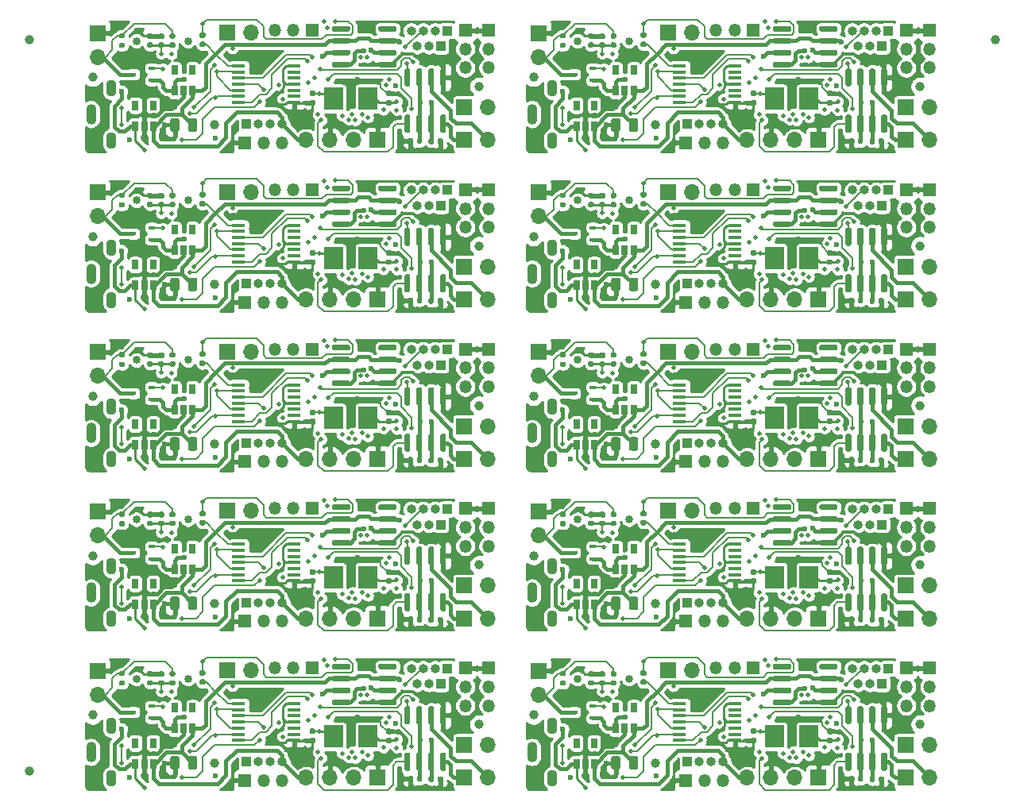
<source format=gbr>
G04 #@! TF.GenerationSoftware,KiCad,Pcbnew,(5.1.9)-1*
G04 #@! TF.CreationDate,2021-05-15T12:51:57+10:00*
G04 #@! TF.ProjectId,microBoSL-panel,6d696372-6f42-46f5-934c-2d70616e656c,rev?*
G04 #@! TF.SameCoordinates,Original*
G04 #@! TF.FileFunction,Copper,L4,Bot*
G04 #@! TF.FilePolarity,Positive*
%FSLAX46Y46*%
G04 Gerber Fmt 4.6, Leading zero omitted, Abs format (unit mm)*
G04 Created by KiCad (PCBNEW (5.1.9)-1) date 2021-05-15 12:51:57*
%MOMM*%
%LPD*%
G01*
G04 APERTURE LIST*
G04 #@! TA.AperFunction,SMDPad,CuDef*
%ADD10C,1.000000*%
G04 #@! TD*
G04 #@! TA.AperFunction,ComponentPad*
%ADD11O,1.700000X1.700000*%
G04 #@! TD*
G04 #@! TA.AperFunction,ComponentPad*
%ADD12R,1.700000X1.700000*%
G04 #@! TD*
G04 #@! TA.AperFunction,ComponentPad*
%ADD13O,1.100000X1.800000*%
G04 #@! TD*
G04 #@! TA.AperFunction,ComponentPad*
%ADD14O,1.100000X2.200000*%
G04 #@! TD*
G04 #@! TA.AperFunction,SMDPad,CuDef*
%ADD15R,1.450000X0.450000*%
G04 #@! TD*
G04 #@! TA.AperFunction,SMDPad,CuDef*
%ADD16R,0.700000X0.450000*%
G04 #@! TD*
G04 #@! TA.AperFunction,WasherPad*
%ADD17C,0.850000*%
G04 #@! TD*
G04 #@! TA.AperFunction,SMDPad,CuDef*
%ADD18R,0.650000X1.060000*%
G04 #@! TD*
G04 #@! TA.AperFunction,SMDPad,CuDef*
%ADD19R,2.000000X2.400000*%
G04 #@! TD*
G04 #@! TA.AperFunction,ComponentPad*
%ADD20R,1.000000X1.000000*%
G04 #@! TD*
G04 #@! TA.AperFunction,ComponentPad*
%ADD21O,1.000000X1.000000*%
G04 #@! TD*
G04 #@! TA.AperFunction,ComponentPad*
%ADD22R,1.350000X1.350000*%
G04 #@! TD*
G04 #@! TA.AperFunction,ComponentPad*
%ADD23O,1.350000X1.350000*%
G04 #@! TD*
G04 #@! TA.AperFunction,ViaPad*
%ADD24C,0.500000*%
G04 #@! TD*
G04 #@! TA.AperFunction,ViaPad*
%ADD25C,0.600000*%
G04 #@! TD*
G04 #@! TA.AperFunction,Conductor*
%ADD26C,0.160000*%
G04 #@! TD*
G04 #@! TA.AperFunction,Conductor*
%ADD27C,0.250000*%
G04 #@! TD*
G04 #@! TA.AperFunction,Conductor*
%ADD28C,0.400000*%
G04 #@! TD*
G04 #@! TA.AperFunction,Conductor*
%ADD29C,0.320000*%
G04 #@! TD*
G04 #@! TA.AperFunction,Conductor*
%ADD30C,0.200000*%
G04 #@! TD*
G04 #@! TA.AperFunction,Conductor*
%ADD31C,0.254000*%
G04 #@! TD*
G04 #@! TA.AperFunction,Conductor*
%ADD32C,0.150000*%
G04 #@! TD*
G04 APERTURE END LIST*
D10*
X22020997Y-123001033D03*
X124989005Y-44998997D03*
X22020997Y-44998997D03*
D11*
X98550006Y-123700033D03*
X101090006Y-123700033D03*
X103630006Y-123700033D03*
D12*
X106170006Y-123700033D03*
X76300006Y-112300033D03*
D11*
X76300006Y-114840033D03*
D12*
X90100006Y-112250033D03*
D11*
X92640006Y-112250033D03*
D13*
X77775006Y-118150033D03*
X77775006Y-123750033D03*
D14*
X75625006Y-120950033D03*
D15*
X97250006Y-115800033D03*
X97250006Y-116450033D03*
X97250006Y-117100033D03*
X97250006Y-117750033D03*
X97250006Y-118400033D03*
X97250006Y-119050033D03*
X97250006Y-119700033D03*
X91350006Y-119700033D03*
X91350006Y-119050033D03*
X91350006Y-118400033D03*
X91350006Y-117750033D03*
X91350006Y-117100033D03*
X91350006Y-116450033D03*
X91350006Y-115800033D03*
G04 #@! TA.AperFunction,SMDPad,CuDef*
G36*
G01*
X107177506Y-118448033D02*
X107522506Y-118448033D01*
G75*
G02*
X107670006Y-118595533I0J-147500D01*
G01*
X107670006Y-118890533D01*
G75*
G02*
X107522506Y-119038033I-147500J0D01*
G01*
X107177506Y-119038033D01*
G75*
G02*
X107030006Y-118890533I0J147500D01*
G01*
X107030006Y-118595533D01*
G75*
G02*
X107177506Y-118448033I147500J0D01*
G01*
G37*
G04 #@! TD.AperFunction*
G04 #@! TA.AperFunction,SMDPad,CuDef*
G36*
G01*
X107177506Y-119418033D02*
X107522506Y-119418033D01*
G75*
G02*
X107670006Y-119565533I0J-147500D01*
G01*
X107670006Y-119860533D01*
G75*
G02*
X107522506Y-120008033I-147500J0D01*
G01*
X107177506Y-120008033D01*
G75*
G02*
X107030006Y-119860533I0J147500D01*
G01*
X107030006Y-119565533D01*
G75*
G02*
X107177506Y-119418033I147500J0D01*
G01*
G37*
G04 #@! TD.AperFunction*
G04 #@! TA.AperFunction,SMDPad,CuDef*
G36*
G01*
X99398506Y-120008033D02*
X99053506Y-120008033D01*
G75*
G02*
X98906006Y-119860533I0J147500D01*
G01*
X98906006Y-119565533D01*
G75*
G02*
X99053506Y-119418033I147500J0D01*
G01*
X99398506Y-119418033D01*
G75*
G02*
X99546006Y-119565533I0J-147500D01*
G01*
X99546006Y-119860533D01*
G75*
G02*
X99398506Y-120008033I-147500J0D01*
G01*
G37*
G04 #@! TD.AperFunction*
G04 #@! TA.AperFunction,SMDPad,CuDef*
G36*
G01*
X99398506Y-119038033D02*
X99053506Y-119038033D01*
G75*
G02*
X98906006Y-118890533I0J147500D01*
G01*
X98906006Y-118595533D01*
G75*
G02*
X99053506Y-118448033I147500J0D01*
G01*
X99398506Y-118448033D01*
G75*
G02*
X99546006Y-118595533I0J-147500D01*
G01*
X99546006Y-118890533D01*
G75*
G02*
X99398506Y-119038033I-147500J0D01*
G01*
G37*
G04 #@! TD.AperFunction*
G04 #@! TA.AperFunction,SMDPad,CuDef*
G36*
G01*
X87672506Y-113795033D02*
X87327506Y-113795033D01*
G75*
G02*
X87180006Y-113647533I0J147500D01*
G01*
X87180006Y-113352533D01*
G75*
G02*
X87327506Y-113205033I147500J0D01*
G01*
X87672506Y-113205033D01*
G75*
G02*
X87820006Y-113352533I0J-147500D01*
G01*
X87820006Y-113647533D01*
G75*
G02*
X87672506Y-113795033I-147500J0D01*
G01*
G37*
G04 #@! TD.AperFunction*
G04 #@! TA.AperFunction,SMDPad,CuDef*
G36*
G01*
X87672506Y-112825033D02*
X87327506Y-112825033D01*
G75*
G02*
X87180006Y-112677533I0J147500D01*
G01*
X87180006Y-112382533D01*
G75*
G02*
X87327506Y-112235033I147500J0D01*
G01*
X87672506Y-112235033D01*
G75*
G02*
X87820006Y-112382533I0J-147500D01*
G01*
X87820006Y-112677533D01*
G75*
G02*
X87672506Y-112825033I-147500J0D01*
G01*
G37*
G04 #@! TD.AperFunction*
G04 #@! TA.AperFunction,SMDPad,CuDef*
G36*
G01*
X86950006Y-121625033D02*
X86950006Y-122575033D01*
G75*
G02*
X86700006Y-122825033I-250000J0D01*
G01*
X86200006Y-122825033D01*
G75*
G02*
X85950006Y-122575033I0J250000D01*
G01*
X85950006Y-121625033D01*
G75*
G02*
X86200006Y-121375033I250000J0D01*
G01*
X86700006Y-121375033D01*
G75*
G02*
X86950006Y-121625033I0J-250000D01*
G01*
G37*
G04 #@! TD.AperFunction*
G04 #@! TA.AperFunction,SMDPad,CuDef*
G36*
G01*
X85050006Y-121625033D02*
X85050006Y-122575033D01*
G75*
G02*
X84800006Y-122825033I-250000J0D01*
G01*
X84300006Y-122825033D01*
G75*
G02*
X84050006Y-122575033I0J250000D01*
G01*
X84050006Y-121625033D01*
G75*
G02*
X84300006Y-121375033I250000J0D01*
G01*
X84800006Y-121375033D01*
G75*
G02*
X85050006Y-121625033I0J-250000D01*
G01*
G37*
G04 #@! TD.AperFunction*
G04 #@! TA.AperFunction,SMDPad,CuDef*
G36*
G01*
X83270006Y-113860033D02*
X82930006Y-113860033D01*
G75*
G02*
X82790006Y-113720033I0J140000D01*
G01*
X82790006Y-113440033D01*
G75*
G02*
X82930006Y-113300033I140000J0D01*
G01*
X83270006Y-113300033D01*
G75*
G02*
X83410006Y-113440033I0J-140000D01*
G01*
X83410006Y-113720033D01*
G75*
G02*
X83270006Y-113860033I-140000J0D01*
G01*
G37*
G04 #@! TD.AperFunction*
G04 #@! TA.AperFunction,SMDPad,CuDef*
G36*
G01*
X83270006Y-112900033D02*
X82930006Y-112900033D01*
G75*
G02*
X82790006Y-112760033I0J140000D01*
G01*
X82790006Y-112480033D01*
G75*
G02*
X82930006Y-112340033I140000J0D01*
G01*
X83270006Y-112340033D01*
G75*
G02*
X83410006Y-112480033I0J-140000D01*
G01*
X83410006Y-112760033D01*
G75*
G02*
X83270006Y-112900033I-140000J0D01*
G01*
G37*
G04 #@! TD.AperFunction*
D16*
X82100006Y-116050033D03*
X82100006Y-117350033D03*
X80100006Y-116700033D03*
G04 #@! TA.AperFunction,SMDPad,CuDef*
G36*
G01*
X79085006Y-113880033D02*
X78715006Y-113880033D01*
G75*
G02*
X78580006Y-113745033I0J135000D01*
G01*
X78580006Y-113475033D01*
G75*
G02*
X78715006Y-113340033I135000J0D01*
G01*
X79085006Y-113340033D01*
G75*
G02*
X79220006Y-113475033I0J-135000D01*
G01*
X79220006Y-113745033D01*
G75*
G02*
X79085006Y-113880033I-135000J0D01*
G01*
G37*
G04 #@! TD.AperFunction*
G04 #@! TA.AperFunction,SMDPad,CuDef*
G36*
G01*
X79085006Y-112860033D02*
X78715006Y-112860033D01*
G75*
G02*
X78580006Y-112725033I0J135000D01*
G01*
X78580006Y-112455033D01*
G75*
G02*
X78715006Y-112320033I135000J0D01*
G01*
X79085006Y-112320033D01*
G75*
G02*
X79220006Y-112455033I0J-135000D01*
G01*
X79220006Y-112725033D01*
G75*
G02*
X79085006Y-112860033I-135000J0D01*
G01*
G37*
G04 #@! TD.AperFunction*
G04 #@! TA.AperFunction,SMDPad,CuDef*
G36*
G01*
X84130006Y-112340033D02*
X84470006Y-112340033D01*
G75*
G02*
X84610006Y-112480033I0J-140000D01*
G01*
X84610006Y-112760033D01*
G75*
G02*
X84470006Y-112900033I-140000J0D01*
G01*
X84130006Y-112900033D01*
G75*
G02*
X83990006Y-112760033I0J140000D01*
G01*
X83990006Y-112480033D01*
G75*
G02*
X84130006Y-112340033I140000J0D01*
G01*
G37*
G04 #@! TD.AperFunction*
G04 #@! TA.AperFunction,SMDPad,CuDef*
G36*
G01*
X84130006Y-113300033D02*
X84470006Y-113300033D01*
G75*
G02*
X84610006Y-113440033I0J-140000D01*
G01*
X84610006Y-113720033D01*
G75*
G02*
X84470006Y-113860033I-140000J0D01*
G01*
X84130006Y-113860033D01*
G75*
G02*
X83990006Y-113720033I0J140000D01*
G01*
X83990006Y-113440033D01*
G75*
G02*
X84130006Y-113300033I140000J0D01*
G01*
G37*
G04 #@! TD.AperFunction*
G04 #@! TA.AperFunction,SMDPad,CuDef*
G36*
G01*
X82070006Y-113860033D02*
X81730006Y-113860033D01*
G75*
G02*
X81590006Y-113720033I0J140000D01*
G01*
X81590006Y-113440033D01*
G75*
G02*
X81730006Y-113300033I140000J0D01*
G01*
X82070006Y-113300033D01*
G75*
G02*
X82210006Y-113440033I0J-140000D01*
G01*
X82210006Y-113720033D01*
G75*
G02*
X82070006Y-113860033I-140000J0D01*
G01*
G37*
G04 #@! TD.AperFunction*
G04 #@! TA.AperFunction,SMDPad,CuDef*
G36*
G01*
X82070006Y-112900033D02*
X81730006Y-112900033D01*
G75*
G02*
X81590006Y-112760033I0J140000D01*
G01*
X81590006Y-112480033D01*
G75*
G02*
X81730006Y-112340033I140000J0D01*
G01*
X82070006Y-112340033D01*
G75*
G02*
X82210006Y-112480033I0J-140000D01*
G01*
X82210006Y-112760033D01*
G75*
G02*
X82070006Y-112900033I-140000J0D01*
G01*
G37*
G04 #@! TD.AperFunction*
D17*
X80450006Y-113150033D03*
X85950006Y-113150033D03*
D18*
X82250006Y-122200033D03*
X81300006Y-122200033D03*
X80350006Y-122200033D03*
X80350006Y-120000033D03*
X82250006Y-120000033D03*
X86450006Y-118442033D03*
X85500006Y-118442033D03*
X84550006Y-118442033D03*
X84550006Y-116242033D03*
X86450006Y-116242033D03*
G04 #@! TA.AperFunction,SMDPad,CuDef*
G36*
G01*
X101300006Y-115805033D02*
X101300006Y-115505033D01*
G75*
G02*
X101450006Y-115355033I150000J0D01*
G01*
X103100006Y-115355033D01*
G75*
G02*
X103250006Y-115505033I0J-150000D01*
G01*
X103250006Y-115805033D01*
G75*
G02*
X103100006Y-115955033I-150000J0D01*
G01*
X101450006Y-115955033D01*
G75*
G02*
X101300006Y-115805033I0J150000D01*
G01*
G37*
G04 #@! TD.AperFunction*
G04 #@! TA.AperFunction,SMDPad,CuDef*
G36*
G01*
X101300006Y-114535033D02*
X101300006Y-114235033D01*
G75*
G02*
X101450006Y-114085033I150000J0D01*
G01*
X103100006Y-114085033D01*
G75*
G02*
X103250006Y-114235033I0J-150000D01*
G01*
X103250006Y-114535033D01*
G75*
G02*
X103100006Y-114685033I-150000J0D01*
G01*
X101450006Y-114685033D01*
G75*
G02*
X101300006Y-114535033I0J150000D01*
G01*
G37*
G04 #@! TD.AperFunction*
G04 #@! TA.AperFunction,SMDPad,CuDef*
G36*
G01*
X101300006Y-113265033D02*
X101300006Y-112965033D01*
G75*
G02*
X101450006Y-112815033I150000J0D01*
G01*
X103100006Y-112815033D01*
G75*
G02*
X103250006Y-112965033I0J-150000D01*
G01*
X103250006Y-113265033D01*
G75*
G02*
X103100006Y-113415033I-150000J0D01*
G01*
X101450006Y-113415033D01*
G75*
G02*
X101300006Y-113265033I0J150000D01*
G01*
G37*
G04 #@! TD.AperFunction*
G04 #@! TA.AperFunction,SMDPad,CuDef*
G36*
G01*
X101300006Y-111995033D02*
X101300006Y-111695033D01*
G75*
G02*
X101450006Y-111545033I150000J0D01*
G01*
X103100006Y-111545033D01*
G75*
G02*
X103250006Y-111695033I0J-150000D01*
G01*
X103250006Y-111995033D01*
G75*
G02*
X103100006Y-112145033I-150000J0D01*
G01*
X101450006Y-112145033D01*
G75*
G02*
X101300006Y-111995033I0J150000D01*
G01*
G37*
G04 #@! TD.AperFunction*
G04 #@! TA.AperFunction,SMDPad,CuDef*
G36*
G01*
X106250006Y-111995033D02*
X106250006Y-111695033D01*
G75*
G02*
X106400006Y-111545033I150000J0D01*
G01*
X108050006Y-111545033D01*
G75*
G02*
X108200006Y-111695033I0J-150000D01*
G01*
X108200006Y-111995033D01*
G75*
G02*
X108050006Y-112145033I-150000J0D01*
G01*
X106400006Y-112145033D01*
G75*
G02*
X106250006Y-111995033I0J150000D01*
G01*
G37*
G04 #@! TD.AperFunction*
G04 #@! TA.AperFunction,SMDPad,CuDef*
G36*
G01*
X106250006Y-113265033D02*
X106250006Y-112965033D01*
G75*
G02*
X106400006Y-112815033I150000J0D01*
G01*
X108050006Y-112815033D01*
G75*
G02*
X108200006Y-112965033I0J-150000D01*
G01*
X108200006Y-113265033D01*
G75*
G02*
X108050006Y-113415033I-150000J0D01*
G01*
X106400006Y-113415033D01*
G75*
G02*
X106250006Y-113265033I0J150000D01*
G01*
G37*
G04 #@! TD.AperFunction*
G04 #@! TA.AperFunction,SMDPad,CuDef*
G36*
G01*
X106250006Y-114535033D02*
X106250006Y-114235033D01*
G75*
G02*
X106400006Y-114085033I150000J0D01*
G01*
X108050006Y-114085033D01*
G75*
G02*
X108200006Y-114235033I0J-150000D01*
G01*
X108200006Y-114535033D01*
G75*
G02*
X108050006Y-114685033I-150000J0D01*
G01*
X106400006Y-114685033D01*
G75*
G02*
X106250006Y-114535033I0J150000D01*
G01*
G37*
G04 #@! TD.AperFunction*
G04 #@! TA.AperFunction,SMDPad,CuDef*
G36*
G01*
X106250006Y-115805033D02*
X106250006Y-115505033D01*
G75*
G02*
X106400006Y-115355033I150000J0D01*
G01*
X108050006Y-115355033D01*
G75*
G02*
X108200006Y-115505033I0J-150000D01*
G01*
X108200006Y-115805033D01*
G75*
G02*
X108050006Y-115955033I-150000J0D01*
G01*
X106400006Y-115955033D01*
G75*
G02*
X106250006Y-115805033I0J150000D01*
G01*
G37*
G04 #@! TD.AperFunction*
D19*
X105140006Y-119300033D03*
X101440006Y-119300033D03*
D20*
X113550006Y-112050033D03*
D21*
X112280006Y-112050033D03*
X111010006Y-112050033D03*
X109740006Y-112050033D03*
D20*
X112900006Y-113700033D03*
D21*
X111630006Y-113700033D03*
X110360006Y-113700033D03*
D10*
X88800006Y-122100033D03*
X75800006Y-117000033D03*
X117000006Y-118000033D03*
G04 #@! TA.AperFunction,SMDPad,CuDef*
G36*
G01*
X109390006Y-123970033D02*
X109390006Y-123630033D01*
G75*
G02*
X109530006Y-123490033I140000J0D01*
G01*
X109810006Y-123490033D01*
G75*
G02*
X109950006Y-123630033I0J-140000D01*
G01*
X109950006Y-123970033D01*
G75*
G02*
X109810006Y-124110033I-140000J0D01*
G01*
X109530006Y-124110033D01*
G75*
G02*
X109390006Y-123970033I0J140000D01*
G01*
G37*
G04 #@! TD.AperFunction*
G04 #@! TA.AperFunction,SMDPad,CuDef*
G36*
G01*
X110350006Y-123970033D02*
X110350006Y-123630033D01*
G75*
G02*
X110490006Y-123490033I140000J0D01*
G01*
X110770006Y-123490033D01*
G75*
G02*
X110910006Y-123630033I0J-140000D01*
G01*
X110910006Y-123970033D01*
G75*
G02*
X110770006Y-124110033I-140000J0D01*
G01*
X110490006Y-124110033D01*
G75*
G02*
X110350006Y-123970033I0J140000D01*
G01*
G37*
G04 #@! TD.AperFunction*
G04 #@! TA.AperFunction,SMDPad,CuDef*
G36*
G01*
X111590006Y-124020033D02*
X111590006Y-123680033D01*
G75*
G02*
X111730006Y-123540033I140000J0D01*
G01*
X112010006Y-123540033D01*
G75*
G02*
X112150006Y-123680033I0J-140000D01*
G01*
X112150006Y-124020033D01*
G75*
G02*
X112010006Y-124160033I-140000J0D01*
G01*
X111730006Y-124160033D01*
G75*
G02*
X111590006Y-124020033I0J140000D01*
G01*
G37*
G04 #@! TD.AperFunction*
G04 #@! TA.AperFunction,SMDPad,CuDef*
G36*
G01*
X112550006Y-124020033D02*
X112550006Y-123680033D01*
G75*
G02*
X112690006Y-123540033I140000J0D01*
G01*
X112970006Y-123540033D01*
G75*
G02*
X113110006Y-123680033I0J-140000D01*
G01*
X113110006Y-124020033D01*
G75*
G02*
X112970006Y-124160033I-140000J0D01*
G01*
X112690006Y-124160033D01*
G75*
G02*
X112550006Y-124020033I0J140000D01*
G01*
G37*
G04 #@! TD.AperFunction*
D12*
X115400006Y-120200033D03*
D11*
X117940006Y-120200033D03*
D12*
X115400006Y-123700033D03*
D11*
X117940006Y-123700033D03*
G04 #@! TA.AperFunction,SMDPad,CuDef*
G36*
G01*
X113305006Y-122950033D02*
X113005006Y-122950033D01*
G75*
G02*
X112855006Y-122800033I0J150000D01*
G01*
X112855006Y-121150033D01*
G75*
G02*
X113005006Y-121000033I150000J0D01*
G01*
X113305006Y-121000033D01*
G75*
G02*
X113455006Y-121150033I0J-150000D01*
G01*
X113455006Y-122800033D01*
G75*
G02*
X113305006Y-122950033I-150000J0D01*
G01*
G37*
G04 #@! TD.AperFunction*
G04 #@! TA.AperFunction,SMDPad,CuDef*
G36*
G01*
X112035006Y-122950033D02*
X111735006Y-122950033D01*
G75*
G02*
X111585006Y-122800033I0J150000D01*
G01*
X111585006Y-121150033D01*
G75*
G02*
X111735006Y-121000033I150000J0D01*
G01*
X112035006Y-121000033D01*
G75*
G02*
X112185006Y-121150033I0J-150000D01*
G01*
X112185006Y-122800033D01*
G75*
G02*
X112035006Y-122950033I-150000J0D01*
G01*
G37*
G04 #@! TD.AperFunction*
G04 #@! TA.AperFunction,SMDPad,CuDef*
G36*
G01*
X110765006Y-122950033D02*
X110465006Y-122950033D01*
G75*
G02*
X110315006Y-122800033I0J150000D01*
G01*
X110315006Y-121150033D01*
G75*
G02*
X110465006Y-121000033I150000J0D01*
G01*
X110765006Y-121000033D01*
G75*
G02*
X110915006Y-121150033I0J-150000D01*
G01*
X110915006Y-122800033D01*
G75*
G02*
X110765006Y-122950033I-150000J0D01*
G01*
G37*
G04 #@! TD.AperFunction*
G04 #@! TA.AperFunction,SMDPad,CuDef*
G36*
G01*
X109495006Y-122950033D02*
X109195006Y-122950033D01*
G75*
G02*
X109045006Y-122800033I0J150000D01*
G01*
X109045006Y-121150033D01*
G75*
G02*
X109195006Y-121000033I150000J0D01*
G01*
X109495006Y-121000033D01*
G75*
G02*
X109645006Y-121150033I0J-150000D01*
G01*
X109645006Y-122800033D01*
G75*
G02*
X109495006Y-122950033I-150000J0D01*
G01*
G37*
G04 #@! TD.AperFunction*
G04 #@! TA.AperFunction,SMDPad,CuDef*
G36*
G01*
X109495006Y-118000033D02*
X109195006Y-118000033D01*
G75*
G02*
X109045006Y-117850033I0J150000D01*
G01*
X109045006Y-116200033D01*
G75*
G02*
X109195006Y-116050033I150000J0D01*
G01*
X109495006Y-116050033D01*
G75*
G02*
X109645006Y-116200033I0J-150000D01*
G01*
X109645006Y-117850033D01*
G75*
G02*
X109495006Y-118000033I-150000J0D01*
G01*
G37*
G04 #@! TD.AperFunction*
G04 #@! TA.AperFunction,SMDPad,CuDef*
G36*
G01*
X110765006Y-118000033D02*
X110465006Y-118000033D01*
G75*
G02*
X110315006Y-117850033I0J150000D01*
G01*
X110315006Y-116200033D01*
G75*
G02*
X110465006Y-116050033I150000J0D01*
G01*
X110765006Y-116050033D01*
G75*
G02*
X110915006Y-116200033I0J-150000D01*
G01*
X110915006Y-117850033D01*
G75*
G02*
X110765006Y-118000033I-150000J0D01*
G01*
G37*
G04 #@! TD.AperFunction*
G04 #@! TA.AperFunction,SMDPad,CuDef*
G36*
G01*
X112035006Y-118000033D02*
X111735006Y-118000033D01*
G75*
G02*
X111585006Y-117850033I0J150000D01*
G01*
X111585006Y-116200033D01*
G75*
G02*
X111735006Y-116050033I150000J0D01*
G01*
X112035006Y-116050033D01*
G75*
G02*
X112185006Y-116200033I0J-150000D01*
G01*
X112185006Y-117850033D01*
G75*
G02*
X112035006Y-118000033I-150000J0D01*
G01*
G37*
G04 #@! TD.AperFunction*
G04 #@! TA.AperFunction,SMDPad,CuDef*
G36*
G01*
X113305006Y-118000033D02*
X113005006Y-118000033D01*
G75*
G02*
X112855006Y-117850033I0J150000D01*
G01*
X112855006Y-116200033D01*
G75*
G02*
X113005006Y-116050033I150000J0D01*
G01*
X113305006Y-116050033D01*
G75*
G02*
X113455006Y-116200033I0J-150000D01*
G01*
X113455006Y-117850033D01*
G75*
G02*
X113305006Y-118000033I-150000J0D01*
G01*
G37*
G04 #@! TD.AperFunction*
D22*
X92000006Y-124000033D03*
D23*
X94000006Y-124000033D03*
X96000006Y-124000033D03*
D22*
X99200006Y-112000033D03*
D23*
X97200006Y-112000033D03*
X95200006Y-112000033D03*
D22*
X115500006Y-112000033D03*
D23*
X115500006Y-114000033D03*
X115500006Y-116000033D03*
D22*
X118000006Y-112000033D03*
D23*
X118000006Y-114000033D03*
X118000006Y-116000033D03*
D20*
X92190006Y-122000033D03*
D21*
X93460006Y-122000033D03*
X94730006Y-122000033D03*
X96000006Y-122000033D03*
D11*
X51549997Y-123700033D03*
X54089997Y-123700033D03*
X56629997Y-123700033D03*
D12*
X59169997Y-123700033D03*
X29299997Y-112300033D03*
D11*
X29299997Y-114840033D03*
D12*
X43099997Y-112250033D03*
D11*
X45639997Y-112250033D03*
D13*
X30774997Y-118150033D03*
X30774997Y-123750033D03*
D14*
X28624997Y-120950033D03*
D15*
X50249997Y-115800033D03*
X50249997Y-116450033D03*
X50249997Y-117100033D03*
X50249997Y-117750033D03*
X50249997Y-118400033D03*
X50249997Y-119050033D03*
X50249997Y-119700033D03*
X44349997Y-119700033D03*
X44349997Y-119050033D03*
X44349997Y-118400033D03*
X44349997Y-117750033D03*
X44349997Y-117100033D03*
X44349997Y-116450033D03*
X44349997Y-115800033D03*
G04 #@! TA.AperFunction,SMDPad,CuDef*
G36*
G01*
X60177497Y-118448033D02*
X60522497Y-118448033D01*
G75*
G02*
X60669997Y-118595533I0J-147500D01*
G01*
X60669997Y-118890533D01*
G75*
G02*
X60522497Y-119038033I-147500J0D01*
G01*
X60177497Y-119038033D01*
G75*
G02*
X60029997Y-118890533I0J147500D01*
G01*
X60029997Y-118595533D01*
G75*
G02*
X60177497Y-118448033I147500J0D01*
G01*
G37*
G04 #@! TD.AperFunction*
G04 #@! TA.AperFunction,SMDPad,CuDef*
G36*
G01*
X60177497Y-119418033D02*
X60522497Y-119418033D01*
G75*
G02*
X60669997Y-119565533I0J-147500D01*
G01*
X60669997Y-119860533D01*
G75*
G02*
X60522497Y-120008033I-147500J0D01*
G01*
X60177497Y-120008033D01*
G75*
G02*
X60029997Y-119860533I0J147500D01*
G01*
X60029997Y-119565533D01*
G75*
G02*
X60177497Y-119418033I147500J0D01*
G01*
G37*
G04 #@! TD.AperFunction*
G04 #@! TA.AperFunction,SMDPad,CuDef*
G36*
G01*
X52398497Y-120008033D02*
X52053497Y-120008033D01*
G75*
G02*
X51905997Y-119860533I0J147500D01*
G01*
X51905997Y-119565533D01*
G75*
G02*
X52053497Y-119418033I147500J0D01*
G01*
X52398497Y-119418033D01*
G75*
G02*
X52545997Y-119565533I0J-147500D01*
G01*
X52545997Y-119860533D01*
G75*
G02*
X52398497Y-120008033I-147500J0D01*
G01*
G37*
G04 #@! TD.AperFunction*
G04 #@! TA.AperFunction,SMDPad,CuDef*
G36*
G01*
X52398497Y-119038033D02*
X52053497Y-119038033D01*
G75*
G02*
X51905997Y-118890533I0J147500D01*
G01*
X51905997Y-118595533D01*
G75*
G02*
X52053497Y-118448033I147500J0D01*
G01*
X52398497Y-118448033D01*
G75*
G02*
X52545997Y-118595533I0J-147500D01*
G01*
X52545997Y-118890533D01*
G75*
G02*
X52398497Y-119038033I-147500J0D01*
G01*
G37*
G04 #@! TD.AperFunction*
G04 #@! TA.AperFunction,SMDPad,CuDef*
G36*
G01*
X40672497Y-113795033D02*
X40327497Y-113795033D01*
G75*
G02*
X40179997Y-113647533I0J147500D01*
G01*
X40179997Y-113352533D01*
G75*
G02*
X40327497Y-113205033I147500J0D01*
G01*
X40672497Y-113205033D01*
G75*
G02*
X40819997Y-113352533I0J-147500D01*
G01*
X40819997Y-113647533D01*
G75*
G02*
X40672497Y-113795033I-147500J0D01*
G01*
G37*
G04 #@! TD.AperFunction*
G04 #@! TA.AperFunction,SMDPad,CuDef*
G36*
G01*
X40672497Y-112825033D02*
X40327497Y-112825033D01*
G75*
G02*
X40179997Y-112677533I0J147500D01*
G01*
X40179997Y-112382533D01*
G75*
G02*
X40327497Y-112235033I147500J0D01*
G01*
X40672497Y-112235033D01*
G75*
G02*
X40819997Y-112382533I0J-147500D01*
G01*
X40819997Y-112677533D01*
G75*
G02*
X40672497Y-112825033I-147500J0D01*
G01*
G37*
G04 #@! TD.AperFunction*
G04 #@! TA.AperFunction,SMDPad,CuDef*
G36*
G01*
X39949997Y-121625033D02*
X39949997Y-122575033D01*
G75*
G02*
X39699997Y-122825033I-250000J0D01*
G01*
X39199997Y-122825033D01*
G75*
G02*
X38949997Y-122575033I0J250000D01*
G01*
X38949997Y-121625033D01*
G75*
G02*
X39199997Y-121375033I250000J0D01*
G01*
X39699997Y-121375033D01*
G75*
G02*
X39949997Y-121625033I0J-250000D01*
G01*
G37*
G04 #@! TD.AperFunction*
G04 #@! TA.AperFunction,SMDPad,CuDef*
G36*
G01*
X38049997Y-121625033D02*
X38049997Y-122575033D01*
G75*
G02*
X37799997Y-122825033I-250000J0D01*
G01*
X37299997Y-122825033D01*
G75*
G02*
X37049997Y-122575033I0J250000D01*
G01*
X37049997Y-121625033D01*
G75*
G02*
X37299997Y-121375033I250000J0D01*
G01*
X37799997Y-121375033D01*
G75*
G02*
X38049997Y-121625033I0J-250000D01*
G01*
G37*
G04 #@! TD.AperFunction*
G04 #@! TA.AperFunction,SMDPad,CuDef*
G36*
G01*
X36269997Y-113860033D02*
X35929997Y-113860033D01*
G75*
G02*
X35789997Y-113720033I0J140000D01*
G01*
X35789997Y-113440033D01*
G75*
G02*
X35929997Y-113300033I140000J0D01*
G01*
X36269997Y-113300033D01*
G75*
G02*
X36409997Y-113440033I0J-140000D01*
G01*
X36409997Y-113720033D01*
G75*
G02*
X36269997Y-113860033I-140000J0D01*
G01*
G37*
G04 #@! TD.AperFunction*
G04 #@! TA.AperFunction,SMDPad,CuDef*
G36*
G01*
X36269997Y-112900033D02*
X35929997Y-112900033D01*
G75*
G02*
X35789997Y-112760033I0J140000D01*
G01*
X35789997Y-112480033D01*
G75*
G02*
X35929997Y-112340033I140000J0D01*
G01*
X36269997Y-112340033D01*
G75*
G02*
X36409997Y-112480033I0J-140000D01*
G01*
X36409997Y-112760033D01*
G75*
G02*
X36269997Y-112900033I-140000J0D01*
G01*
G37*
G04 #@! TD.AperFunction*
D16*
X35099997Y-116050033D03*
X35099997Y-117350033D03*
X33099997Y-116700033D03*
G04 #@! TA.AperFunction,SMDPad,CuDef*
G36*
G01*
X32084997Y-113880033D02*
X31714997Y-113880033D01*
G75*
G02*
X31579997Y-113745033I0J135000D01*
G01*
X31579997Y-113475033D01*
G75*
G02*
X31714997Y-113340033I135000J0D01*
G01*
X32084997Y-113340033D01*
G75*
G02*
X32219997Y-113475033I0J-135000D01*
G01*
X32219997Y-113745033D01*
G75*
G02*
X32084997Y-113880033I-135000J0D01*
G01*
G37*
G04 #@! TD.AperFunction*
G04 #@! TA.AperFunction,SMDPad,CuDef*
G36*
G01*
X32084997Y-112860033D02*
X31714997Y-112860033D01*
G75*
G02*
X31579997Y-112725033I0J135000D01*
G01*
X31579997Y-112455033D01*
G75*
G02*
X31714997Y-112320033I135000J0D01*
G01*
X32084997Y-112320033D01*
G75*
G02*
X32219997Y-112455033I0J-135000D01*
G01*
X32219997Y-112725033D01*
G75*
G02*
X32084997Y-112860033I-135000J0D01*
G01*
G37*
G04 #@! TD.AperFunction*
G04 #@! TA.AperFunction,SMDPad,CuDef*
G36*
G01*
X37129997Y-112340033D02*
X37469997Y-112340033D01*
G75*
G02*
X37609997Y-112480033I0J-140000D01*
G01*
X37609997Y-112760033D01*
G75*
G02*
X37469997Y-112900033I-140000J0D01*
G01*
X37129997Y-112900033D01*
G75*
G02*
X36989997Y-112760033I0J140000D01*
G01*
X36989997Y-112480033D01*
G75*
G02*
X37129997Y-112340033I140000J0D01*
G01*
G37*
G04 #@! TD.AperFunction*
G04 #@! TA.AperFunction,SMDPad,CuDef*
G36*
G01*
X37129997Y-113300033D02*
X37469997Y-113300033D01*
G75*
G02*
X37609997Y-113440033I0J-140000D01*
G01*
X37609997Y-113720033D01*
G75*
G02*
X37469997Y-113860033I-140000J0D01*
G01*
X37129997Y-113860033D01*
G75*
G02*
X36989997Y-113720033I0J140000D01*
G01*
X36989997Y-113440033D01*
G75*
G02*
X37129997Y-113300033I140000J0D01*
G01*
G37*
G04 #@! TD.AperFunction*
G04 #@! TA.AperFunction,SMDPad,CuDef*
G36*
G01*
X35069997Y-113860033D02*
X34729997Y-113860033D01*
G75*
G02*
X34589997Y-113720033I0J140000D01*
G01*
X34589997Y-113440033D01*
G75*
G02*
X34729997Y-113300033I140000J0D01*
G01*
X35069997Y-113300033D01*
G75*
G02*
X35209997Y-113440033I0J-140000D01*
G01*
X35209997Y-113720033D01*
G75*
G02*
X35069997Y-113860033I-140000J0D01*
G01*
G37*
G04 #@! TD.AperFunction*
G04 #@! TA.AperFunction,SMDPad,CuDef*
G36*
G01*
X35069997Y-112900033D02*
X34729997Y-112900033D01*
G75*
G02*
X34589997Y-112760033I0J140000D01*
G01*
X34589997Y-112480033D01*
G75*
G02*
X34729997Y-112340033I140000J0D01*
G01*
X35069997Y-112340033D01*
G75*
G02*
X35209997Y-112480033I0J-140000D01*
G01*
X35209997Y-112760033D01*
G75*
G02*
X35069997Y-112900033I-140000J0D01*
G01*
G37*
G04 #@! TD.AperFunction*
D17*
X33449997Y-113150033D03*
X38949997Y-113150033D03*
D18*
X35249997Y-122200033D03*
X34299997Y-122200033D03*
X33349997Y-122200033D03*
X33349997Y-120000033D03*
X35249997Y-120000033D03*
X39449997Y-118442033D03*
X38499997Y-118442033D03*
X37549997Y-118442033D03*
X37549997Y-116242033D03*
X39449997Y-116242033D03*
G04 #@! TA.AperFunction,SMDPad,CuDef*
G36*
G01*
X54299997Y-115805033D02*
X54299997Y-115505033D01*
G75*
G02*
X54449997Y-115355033I150000J0D01*
G01*
X56099997Y-115355033D01*
G75*
G02*
X56249997Y-115505033I0J-150000D01*
G01*
X56249997Y-115805033D01*
G75*
G02*
X56099997Y-115955033I-150000J0D01*
G01*
X54449997Y-115955033D01*
G75*
G02*
X54299997Y-115805033I0J150000D01*
G01*
G37*
G04 #@! TD.AperFunction*
G04 #@! TA.AperFunction,SMDPad,CuDef*
G36*
G01*
X54299997Y-114535033D02*
X54299997Y-114235033D01*
G75*
G02*
X54449997Y-114085033I150000J0D01*
G01*
X56099997Y-114085033D01*
G75*
G02*
X56249997Y-114235033I0J-150000D01*
G01*
X56249997Y-114535033D01*
G75*
G02*
X56099997Y-114685033I-150000J0D01*
G01*
X54449997Y-114685033D01*
G75*
G02*
X54299997Y-114535033I0J150000D01*
G01*
G37*
G04 #@! TD.AperFunction*
G04 #@! TA.AperFunction,SMDPad,CuDef*
G36*
G01*
X54299997Y-113265033D02*
X54299997Y-112965033D01*
G75*
G02*
X54449997Y-112815033I150000J0D01*
G01*
X56099997Y-112815033D01*
G75*
G02*
X56249997Y-112965033I0J-150000D01*
G01*
X56249997Y-113265033D01*
G75*
G02*
X56099997Y-113415033I-150000J0D01*
G01*
X54449997Y-113415033D01*
G75*
G02*
X54299997Y-113265033I0J150000D01*
G01*
G37*
G04 #@! TD.AperFunction*
G04 #@! TA.AperFunction,SMDPad,CuDef*
G36*
G01*
X54299997Y-111995033D02*
X54299997Y-111695033D01*
G75*
G02*
X54449997Y-111545033I150000J0D01*
G01*
X56099997Y-111545033D01*
G75*
G02*
X56249997Y-111695033I0J-150000D01*
G01*
X56249997Y-111995033D01*
G75*
G02*
X56099997Y-112145033I-150000J0D01*
G01*
X54449997Y-112145033D01*
G75*
G02*
X54299997Y-111995033I0J150000D01*
G01*
G37*
G04 #@! TD.AperFunction*
G04 #@! TA.AperFunction,SMDPad,CuDef*
G36*
G01*
X59249997Y-111995033D02*
X59249997Y-111695033D01*
G75*
G02*
X59399997Y-111545033I150000J0D01*
G01*
X61049997Y-111545033D01*
G75*
G02*
X61199997Y-111695033I0J-150000D01*
G01*
X61199997Y-111995033D01*
G75*
G02*
X61049997Y-112145033I-150000J0D01*
G01*
X59399997Y-112145033D01*
G75*
G02*
X59249997Y-111995033I0J150000D01*
G01*
G37*
G04 #@! TD.AperFunction*
G04 #@! TA.AperFunction,SMDPad,CuDef*
G36*
G01*
X59249997Y-113265033D02*
X59249997Y-112965033D01*
G75*
G02*
X59399997Y-112815033I150000J0D01*
G01*
X61049997Y-112815033D01*
G75*
G02*
X61199997Y-112965033I0J-150000D01*
G01*
X61199997Y-113265033D01*
G75*
G02*
X61049997Y-113415033I-150000J0D01*
G01*
X59399997Y-113415033D01*
G75*
G02*
X59249997Y-113265033I0J150000D01*
G01*
G37*
G04 #@! TD.AperFunction*
G04 #@! TA.AperFunction,SMDPad,CuDef*
G36*
G01*
X59249997Y-114535033D02*
X59249997Y-114235033D01*
G75*
G02*
X59399997Y-114085033I150000J0D01*
G01*
X61049997Y-114085033D01*
G75*
G02*
X61199997Y-114235033I0J-150000D01*
G01*
X61199997Y-114535033D01*
G75*
G02*
X61049997Y-114685033I-150000J0D01*
G01*
X59399997Y-114685033D01*
G75*
G02*
X59249997Y-114535033I0J150000D01*
G01*
G37*
G04 #@! TD.AperFunction*
G04 #@! TA.AperFunction,SMDPad,CuDef*
G36*
G01*
X59249997Y-115805033D02*
X59249997Y-115505033D01*
G75*
G02*
X59399997Y-115355033I150000J0D01*
G01*
X61049997Y-115355033D01*
G75*
G02*
X61199997Y-115505033I0J-150000D01*
G01*
X61199997Y-115805033D01*
G75*
G02*
X61049997Y-115955033I-150000J0D01*
G01*
X59399997Y-115955033D01*
G75*
G02*
X59249997Y-115805033I0J150000D01*
G01*
G37*
G04 #@! TD.AperFunction*
D19*
X58139997Y-119300033D03*
X54439997Y-119300033D03*
D20*
X66549997Y-112050033D03*
D21*
X65279997Y-112050033D03*
X64009997Y-112050033D03*
X62739997Y-112050033D03*
D20*
X65899997Y-113700033D03*
D21*
X64629997Y-113700033D03*
X63359997Y-113700033D03*
D10*
X41799997Y-122100033D03*
X28799997Y-117000033D03*
X69999997Y-118000033D03*
G04 #@! TA.AperFunction,SMDPad,CuDef*
G36*
G01*
X62389997Y-123970033D02*
X62389997Y-123630033D01*
G75*
G02*
X62529997Y-123490033I140000J0D01*
G01*
X62809997Y-123490033D01*
G75*
G02*
X62949997Y-123630033I0J-140000D01*
G01*
X62949997Y-123970033D01*
G75*
G02*
X62809997Y-124110033I-140000J0D01*
G01*
X62529997Y-124110033D01*
G75*
G02*
X62389997Y-123970033I0J140000D01*
G01*
G37*
G04 #@! TD.AperFunction*
G04 #@! TA.AperFunction,SMDPad,CuDef*
G36*
G01*
X63349997Y-123970033D02*
X63349997Y-123630033D01*
G75*
G02*
X63489997Y-123490033I140000J0D01*
G01*
X63769997Y-123490033D01*
G75*
G02*
X63909997Y-123630033I0J-140000D01*
G01*
X63909997Y-123970033D01*
G75*
G02*
X63769997Y-124110033I-140000J0D01*
G01*
X63489997Y-124110033D01*
G75*
G02*
X63349997Y-123970033I0J140000D01*
G01*
G37*
G04 #@! TD.AperFunction*
G04 #@! TA.AperFunction,SMDPad,CuDef*
G36*
G01*
X64589997Y-124020033D02*
X64589997Y-123680033D01*
G75*
G02*
X64729997Y-123540033I140000J0D01*
G01*
X65009997Y-123540033D01*
G75*
G02*
X65149997Y-123680033I0J-140000D01*
G01*
X65149997Y-124020033D01*
G75*
G02*
X65009997Y-124160033I-140000J0D01*
G01*
X64729997Y-124160033D01*
G75*
G02*
X64589997Y-124020033I0J140000D01*
G01*
G37*
G04 #@! TD.AperFunction*
G04 #@! TA.AperFunction,SMDPad,CuDef*
G36*
G01*
X65549997Y-124020033D02*
X65549997Y-123680033D01*
G75*
G02*
X65689997Y-123540033I140000J0D01*
G01*
X65969997Y-123540033D01*
G75*
G02*
X66109997Y-123680033I0J-140000D01*
G01*
X66109997Y-124020033D01*
G75*
G02*
X65969997Y-124160033I-140000J0D01*
G01*
X65689997Y-124160033D01*
G75*
G02*
X65549997Y-124020033I0J140000D01*
G01*
G37*
G04 #@! TD.AperFunction*
D12*
X68399997Y-120200033D03*
D11*
X70939997Y-120200033D03*
D12*
X68399997Y-123700033D03*
D11*
X70939997Y-123700033D03*
G04 #@! TA.AperFunction,SMDPad,CuDef*
G36*
G01*
X66304997Y-122950033D02*
X66004997Y-122950033D01*
G75*
G02*
X65854997Y-122800033I0J150000D01*
G01*
X65854997Y-121150033D01*
G75*
G02*
X66004997Y-121000033I150000J0D01*
G01*
X66304997Y-121000033D01*
G75*
G02*
X66454997Y-121150033I0J-150000D01*
G01*
X66454997Y-122800033D01*
G75*
G02*
X66304997Y-122950033I-150000J0D01*
G01*
G37*
G04 #@! TD.AperFunction*
G04 #@! TA.AperFunction,SMDPad,CuDef*
G36*
G01*
X65034997Y-122950033D02*
X64734997Y-122950033D01*
G75*
G02*
X64584997Y-122800033I0J150000D01*
G01*
X64584997Y-121150033D01*
G75*
G02*
X64734997Y-121000033I150000J0D01*
G01*
X65034997Y-121000033D01*
G75*
G02*
X65184997Y-121150033I0J-150000D01*
G01*
X65184997Y-122800033D01*
G75*
G02*
X65034997Y-122950033I-150000J0D01*
G01*
G37*
G04 #@! TD.AperFunction*
G04 #@! TA.AperFunction,SMDPad,CuDef*
G36*
G01*
X63764997Y-122950033D02*
X63464997Y-122950033D01*
G75*
G02*
X63314997Y-122800033I0J150000D01*
G01*
X63314997Y-121150033D01*
G75*
G02*
X63464997Y-121000033I150000J0D01*
G01*
X63764997Y-121000033D01*
G75*
G02*
X63914997Y-121150033I0J-150000D01*
G01*
X63914997Y-122800033D01*
G75*
G02*
X63764997Y-122950033I-150000J0D01*
G01*
G37*
G04 #@! TD.AperFunction*
G04 #@! TA.AperFunction,SMDPad,CuDef*
G36*
G01*
X62494997Y-122950033D02*
X62194997Y-122950033D01*
G75*
G02*
X62044997Y-122800033I0J150000D01*
G01*
X62044997Y-121150033D01*
G75*
G02*
X62194997Y-121000033I150000J0D01*
G01*
X62494997Y-121000033D01*
G75*
G02*
X62644997Y-121150033I0J-150000D01*
G01*
X62644997Y-122800033D01*
G75*
G02*
X62494997Y-122950033I-150000J0D01*
G01*
G37*
G04 #@! TD.AperFunction*
G04 #@! TA.AperFunction,SMDPad,CuDef*
G36*
G01*
X62494997Y-118000033D02*
X62194997Y-118000033D01*
G75*
G02*
X62044997Y-117850033I0J150000D01*
G01*
X62044997Y-116200033D01*
G75*
G02*
X62194997Y-116050033I150000J0D01*
G01*
X62494997Y-116050033D01*
G75*
G02*
X62644997Y-116200033I0J-150000D01*
G01*
X62644997Y-117850033D01*
G75*
G02*
X62494997Y-118000033I-150000J0D01*
G01*
G37*
G04 #@! TD.AperFunction*
G04 #@! TA.AperFunction,SMDPad,CuDef*
G36*
G01*
X63764997Y-118000033D02*
X63464997Y-118000033D01*
G75*
G02*
X63314997Y-117850033I0J150000D01*
G01*
X63314997Y-116200033D01*
G75*
G02*
X63464997Y-116050033I150000J0D01*
G01*
X63764997Y-116050033D01*
G75*
G02*
X63914997Y-116200033I0J-150000D01*
G01*
X63914997Y-117850033D01*
G75*
G02*
X63764997Y-118000033I-150000J0D01*
G01*
G37*
G04 #@! TD.AperFunction*
G04 #@! TA.AperFunction,SMDPad,CuDef*
G36*
G01*
X65034997Y-118000033D02*
X64734997Y-118000033D01*
G75*
G02*
X64584997Y-117850033I0J150000D01*
G01*
X64584997Y-116200033D01*
G75*
G02*
X64734997Y-116050033I150000J0D01*
G01*
X65034997Y-116050033D01*
G75*
G02*
X65184997Y-116200033I0J-150000D01*
G01*
X65184997Y-117850033D01*
G75*
G02*
X65034997Y-118000033I-150000J0D01*
G01*
G37*
G04 #@! TD.AperFunction*
G04 #@! TA.AperFunction,SMDPad,CuDef*
G36*
G01*
X66304997Y-118000033D02*
X66004997Y-118000033D01*
G75*
G02*
X65854997Y-117850033I0J150000D01*
G01*
X65854997Y-116200033D01*
G75*
G02*
X66004997Y-116050033I150000J0D01*
G01*
X66304997Y-116050033D01*
G75*
G02*
X66454997Y-116200033I0J-150000D01*
G01*
X66454997Y-117850033D01*
G75*
G02*
X66304997Y-118000033I-150000J0D01*
G01*
G37*
G04 #@! TD.AperFunction*
D22*
X44999997Y-124000033D03*
D23*
X46999997Y-124000033D03*
X48999997Y-124000033D03*
D22*
X52199997Y-112000033D03*
D23*
X50199997Y-112000033D03*
X48199997Y-112000033D03*
D22*
X68499997Y-112000033D03*
D23*
X68499997Y-114000033D03*
X68499997Y-116000033D03*
D22*
X70999997Y-112000033D03*
D23*
X70999997Y-114000033D03*
X70999997Y-116000033D03*
D20*
X45189997Y-122000033D03*
D21*
X46459997Y-122000033D03*
X47729997Y-122000033D03*
X48999997Y-122000033D03*
D11*
X98550006Y-106700024D03*
X101090006Y-106700024D03*
X103630006Y-106700024D03*
D12*
X106170006Y-106700024D03*
X76300006Y-95300024D03*
D11*
X76300006Y-97840024D03*
D12*
X90100006Y-95250024D03*
D11*
X92640006Y-95250024D03*
D13*
X77775006Y-101150024D03*
X77775006Y-106750024D03*
D14*
X75625006Y-103950024D03*
D15*
X97250006Y-98800024D03*
X97250006Y-99450024D03*
X97250006Y-100100024D03*
X97250006Y-100750024D03*
X97250006Y-101400024D03*
X97250006Y-102050024D03*
X97250006Y-102700024D03*
X91350006Y-102700024D03*
X91350006Y-102050024D03*
X91350006Y-101400024D03*
X91350006Y-100750024D03*
X91350006Y-100100024D03*
X91350006Y-99450024D03*
X91350006Y-98800024D03*
G04 #@! TA.AperFunction,SMDPad,CuDef*
G36*
G01*
X107177506Y-101448024D02*
X107522506Y-101448024D01*
G75*
G02*
X107670006Y-101595524I0J-147500D01*
G01*
X107670006Y-101890524D01*
G75*
G02*
X107522506Y-102038024I-147500J0D01*
G01*
X107177506Y-102038024D01*
G75*
G02*
X107030006Y-101890524I0J147500D01*
G01*
X107030006Y-101595524D01*
G75*
G02*
X107177506Y-101448024I147500J0D01*
G01*
G37*
G04 #@! TD.AperFunction*
G04 #@! TA.AperFunction,SMDPad,CuDef*
G36*
G01*
X107177506Y-102418024D02*
X107522506Y-102418024D01*
G75*
G02*
X107670006Y-102565524I0J-147500D01*
G01*
X107670006Y-102860524D01*
G75*
G02*
X107522506Y-103008024I-147500J0D01*
G01*
X107177506Y-103008024D01*
G75*
G02*
X107030006Y-102860524I0J147500D01*
G01*
X107030006Y-102565524D01*
G75*
G02*
X107177506Y-102418024I147500J0D01*
G01*
G37*
G04 #@! TD.AperFunction*
G04 #@! TA.AperFunction,SMDPad,CuDef*
G36*
G01*
X99398506Y-103008024D02*
X99053506Y-103008024D01*
G75*
G02*
X98906006Y-102860524I0J147500D01*
G01*
X98906006Y-102565524D01*
G75*
G02*
X99053506Y-102418024I147500J0D01*
G01*
X99398506Y-102418024D01*
G75*
G02*
X99546006Y-102565524I0J-147500D01*
G01*
X99546006Y-102860524D01*
G75*
G02*
X99398506Y-103008024I-147500J0D01*
G01*
G37*
G04 #@! TD.AperFunction*
G04 #@! TA.AperFunction,SMDPad,CuDef*
G36*
G01*
X99398506Y-102038024D02*
X99053506Y-102038024D01*
G75*
G02*
X98906006Y-101890524I0J147500D01*
G01*
X98906006Y-101595524D01*
G75*
G02*
X99053506Y-101448024I147500J0D01*
G01*
X99398506Y-101448024D01*
G75*
G02*
X99546006Y-101595524I0J-147500D01*
G01*
X99546006Y-101890524D01*
G75*
G02*
X99398506Y-102038024I-147500J0D01*
G01*
G37*
G04 #@! TD.AperFunction*
G04 #@! TA.AperFunction,SMDPad,CuDef*
G36*
G01*
X87672506Y-96795024D02*
X87327506Y-96795024D01*
G75*
G02*
X87180006Y-96647524I0J147500D01*
G01*
X87180006Y-96352524D01*
G75*
G02*
X87327506Y-96205024I147500J0D01*
G01*
X87672506Y-96205024D01*
G75*
G02*
X87820006Y-96352524I0J-147500D01*
G01*
X87820006Y-96647524D01*
G75*
G02*
X87672506Y-96795024I-147500J0D01*
G01*
G37*
G04 #@! TD.AperFunction*
G04 #@! TA.AperFunction,SMDPad,CuDef*
G36*
G01*
X87672506Y-95825024D02*
X87327506Y-95825024D01*
G75*
G02*
X87180006Y-95677524I0J147500D01*
G01*
X87180006Y-95382524D01*
G75*
G02*
X87327506Y-95235024I147500J0D01*
G01*
X87672506Y-95235024D01*
G75*
G02*
X87820006Y-95382524I0J-147500D01*
G01*
X87820006Y-95677524D01*
G75*
G02*
X87672506Y-95825024I-147500J0D01*
G01*
G37*
G04 #@! TD.AperFunction*
G04 #@! TA.AperFunction,SMDPad,CuDef*
G36*
G01*
X86950006Y-104625024D02*
X86950006Y-105575024D01*
G75*
G02*
X86700006Y-105825024I-250000J0D01*
G01*
X86200006Y-105825024D01*
G75*
G02*
X85950006Y-105575024I0J250000D01*
G01*
X85950006Y-104625024D01*
G75*
G02*
X86200006Y-104375024I250000J0D01*
G01*
X86700006Y-104375024D01*
G75*
G02*
X86950006Y-104625024I0J-250000D01*
G01*
G37*
G04 #@! TD.AperFunction*
G04 #@! TA.AperFunction,SMDPad,CuDef*
G36*
G01*
X85050006Y-104625024D02*
X85050006Y-105575024D01*
G75*
G02*
X84800006Y-105825024I-250000J0D01*
G01*
X84300006Y-105825024D01*
G75*
G02*
X84050006Y-105575024I0J250000D01*
G01*
X84050006Y-104625024D01*
G75*
G02*
X84300006Y-104375024I250000J0D01*
G01*
X84800006Y-104375024D01*
G75*
G02*
X85050006Y-104625024I0J-250000D01*
G01*
G37*
G04 #@! TD.AperFunction*
G04 #@! TA.AperFunction,SMDPad,CuDef*
G36*
G01*
X83270006Y-96860024D02*
X82930006Y-96860024D01*
G75*
G02*
X82790006Y-96720024I0J140000D01*
G01*
X82790006Y-96440024D01*
G75*
G02*
X82930006Y-96300024I140000J0D01*
G01*
X83270006Y-96300024D01*
G75*
G02*
X83410006Y-96440024I0J-140000D01*
G01*
X83410006Y-96720024D01*
G75*
G02*
X83270006Y-96860024I-140000J0D01*
G01*
G37*
G04 #@! TD.AperFunction*
G04 #@! TA.AperFunction,SMDPad,CuDef*
G36*
G01*
X83270006Y-95900024D02*
X82930006Y-95900024D01*
G75*
G02*
X82790006Y-95760024I0J140000D01*
G01*
X82790006Y-95480024D01*
G75*
G02*
X82930006Y-95340024I140000J0D01*
G01*
X83270006Y-95340024D01*
G75*
G02*
X83410006Y-95480024I0J-140000D01*
G01*
X83410006Y-95760024D01*
G75*
G02*
X83270006Y-95900024I-140000J0D01*
G01*
G37*
G04 #@! TD.AperFunction*
D16*
X82100006Y-99050024D03*
X82100006Y-100350024D03*
X80100006Y-99700024D03*
G04 #@! TA.AperFunction,SMDPad,CuDef*
G36*
G01*
X79085006Y-96880024D02*
X78715006Y-96880024D01*
G75*
G02*
X78580006Y-96745024I0J135000D01*
G01*
X78580006Y-96475024D01*
G75*
G02*
X78715006Y-96340024I135000J0D01*
G01*
X79085006Y-96340024D01*
G75*
G02*
X79220006Y-96475024I0J-135000D01*
G01*
X79220006Y-96745024D01*
G75*
G02*
X79085006Y-96880024I-135000J0D01*
G01*
G37*
G04 #@! TD.AperFunction*
G04 #@! TA.AperFunction,SMDPad,CuDef*
G36*
G01*
X79085006Y-95860024D02*
X78715006Y-95860024D01*
G75*
G02*
X78580006Y-95725024I0J135000D01*
G01*
X78580006Y-95455024D01*
G75*
G02*
X78715006Y-95320024I135000J0D01*
G01*
X79085006Y-95320024D01*
G75*
G02*
X79220006Y-95455024I0J-135000D01*
G01*
X79220006Y-95725024D01*
G75*
G02*
X79085006Y-95860024I-135000J0D01*
G01*
G37*
G04 #@! TD.AperFunction*
G04 #@! TA.AperFunction,SMDPad,CuDef*
G36*
G01*
X84130006Y-95340024D02*
X84470006Y-95340024D01*
G75*
G02*
X84610006Y-95480024I0J-140000D01*
G01*
X84610006Y-95760024D01*
G75*
G02*
X84470006Y-95900024I-140000J0D01*
G01*
X84130006Y-95900024D01*
G75*
G02*
X83990006Y-95760024I0J140000D01*
G01*
X83990006Y-95480024D01*
G75*
G02*
X84130006Y-95340024I140000J0D01*
G01*
G37*
G04 #@! TD.AperFunction*
G04 #@! TA.AperFunction,SMDPad,CuDef*
G36*
G01*
X84130006Y-96300024D02*
X84470006Y-96300024D01*
G75*
G02*
X84610006Y-96440024I0J-140000D01*
G01*
X84610006Y-96720024D01*
G75*
G02*
X84470006Y-96860024I-140000J0D01*
G01*
X84130006Y-96860024D01*
G75*
G02*
X83990006Y-96720024I0J140000D01*
G01*
X83990006Y-96440024D01*
G75*
G02*
X84130006Y-96300024I140000J0D01*
G01*
G37*
G04 #@! TD.AperFunction*
G04 #@! TA.AperFunction,SMDPad,CuDef*
G36*
G01*
X82070006Y-96860024D02*
X81730006Y-96860024D01*
G75*
G02*
X81590006Y-96720024I0J140000D01*
G01*
X81590006Y-96440024D01*
G75*
G02*
X81730006Y-96300024I140000J0D01*
G01*
X82070006Y-96300024D01*
G75*
G02*
X82210006Y-96440024I0J-140000D01*
G01*
X82210006Y-96720024D01*
G75*
G02*
X82070006Y-96860024I-140000J0D01*
G01*
G37*
G04 #@! TD.AperFunction*
G04 #@! TA.AperFunction,SMDPad,CuDef*
G36*
G01*
X82070006Y-95900024D02*
X81730006Y-95900024D01*
G75*
G02*
X81590006Y-95760024I0J140000D01*
G01*
X81590006Y-95480024D01*
G75*
G02*
X81730006Y-95340024I140000J0D01*
G01*
X82070006Y-95340024D01*
G75*
G02*
X82210006Y-95480024I0J-140000D01*
G01*
X82210006Y-95760024D01*
G75*
G02*
X82070006Y-95900024I-140000J0D01*
G01*
G37*
G04 #@! TD.AperFunction*
D17*
X80450006Y-96150024D03*
X85950006Y-96150024D03*
D18*
X82250006Y-105200024D03*
X81300006Y-105200024D03*
X80350006Y-105200024D03*
X80350006Y-103000024D03*
X82250006Y-103000024D03*
X86450006Y-101442024D03*
X85500006Y-101442024D03*
X84550006Y-101442024D03*
X84550006Y-99242024D03*
X86450006Y-99242024D03*
G04 #@! TA.AperFunction,SMDPad,CuDef*
G36*
G01*
X101300006Y-98805024D02*
X101300006Y-98505024D01*
G75*
G02*
X101450006Y-98355024I150000J0D01*
G01*
X103100006Y-98355024D01*
G75*
G02*
X103250006Y-98505024I0J-150000D01*
G01*
X103250006Y-98805024D01*
G75*
G02*
X103100006Y-98955024I-150000J0D01*
G01*
X101450006Y-98955024D01*
G75*
G02*
X101300006Y-98805024I0J150000D01*
G01*
G37*
G04 #@! TD.AperFunction*
G04 #@! TA.AperFunction,SMDPad,CuDef*
G36*
G01*
X101300006Y-97535024D02*
X101300006Y-97235024D01*
G75*
G02*
X101450006Y-97085024I150000J0D01*
G01*
X103100006Y-97085024D01*
G75*
G02*
X103250006Y-97235024I0J-150000D01*
G01*
X103250006Y-97535024D01*
G75*
G02*
X103100006Y-97685024I-150000J0D01*
G01*
X101450006Y-97685024D01*
G75*
G02*
X101300006Y-97535024I0J150000D01*
G01*
G37*
G04 #@! TD.AperFunction*
G04 #@! TA.AperFunction,SMDPad,CuDef*
G36*
G01*
X101300006Y-96265024D02*
X101300006Y-95965024D01*
G75*
G02*
X101450006Y-95815024I150000J0D01*
G01*
X103100006Y-95815024D01*
G75*
G02*
X103250006Y-95965024I0J-150000D01*
G01*
X103250006Y-96265024D01*
G75*
G02*
X103100006Y-96415024I-150000J0D01*
G01*
X101450006Y-96415024D01*
G75*
G02*
X101300006Y-96265024I0J150000D01*
G01*
G37*
G04 #@! TD.AperFunction*
G04 #@! TA.AperFunction,SMDPad,CuDef*
G36*
G01*
X101300006Y-94995024D02*
X101300006Y-94695024D01*
G75*
G02*
X101450006Y-94545024I150000J0D01*
G01*
X103100006Y-94545024D01*
G75*
G02*
X103250006Y-94695024I0J-150000D01*
G01*
X103250006Y-94995024D01*
G75*
G02*
X103100006Y-95145024I-150000J0D01*
G01*
X101450006Y-95145024D01*
G75*
G02*
X101300006Y-94995024I0J150000D01*
G01*
G37*
G04 #@! TD.AperFunction*
G04 #@! TA.AperFunction,SMDPad,CuDef*
G36*
G01*
X106250006Y-94995024D02*
X106250006Y-94695024D01*
G75*
G02*
X106400006Y-94545024I150000J0D01*
G01*
X108050006Y-94545024D01*
G75*
G02*
X108200006Y-94695024I0J-150000D01*
G01*
X108200006Y-94995024D01*
G75*
G02*
X108050006Y-95145024I-150000J0D01*
G01*
X106400006Y-95145024D01*
G75*
G02*
X106250006Y-94995024I0J150000D01*
G01*
G37*
G04 #@! TD.AperFunction*
G04 #@! TA.AperFunction,SMDPad,CuDef*
G36*
G01*
X106250006Y-96265024D02*
X106250006Y-95965024D01*
G75*
G02*
X106400006Y-95815024I150000J0D01*
G01*
X108050006Y-95815024D01*
G75*
G02*
X108200006Y-95965024I0J-150000D01*
G01*
X108200006Y-96265024D01*
G75*
G02*
X108050006Y-96415024I-150000J0D01*
G01*
X106400006Y-96415024D01*
G75*
G02*
X106250006Y-96265024I0J150000D01*
G01*
G37*
G04 #@! TD.AperFunction*
G04 #@! TA.AperFunction,SMDPad,CuDef*
G36*
G01*
X106250006Y-97535024D02*
X106250006Y-97235024D01*
G75*
G02*
X106400006Y-97085024I150000J0D01*
G01*
X108050006Y-97085024D01*
G75*
G02*
X108200006Y-97235024I0J-150000D01*
G01*
X108200006Y-97535024D01*
G75*
G02*
X108050006Y-97685024I-150000J0D01*
G01*
X106400006Y-97685024D01*
G75*
G02*
X106250006Y-97535024I0J150000D01*
G01*
G37*
G04 #@! TD.AperFunction*
G04 #@! TA.AperFunction,SMDPad,CuDef*
G36*
G01*
X106250006Y-98805024D02*
X106250006Y-98505024D01*
G75*
G02*
X106400006Y-98355024I150000J0D01*
G01*
X108050006Y-98355024D01*
G75*
G02*
X108200006Y-98505024I0J-150000D01*
G01*
X108200006Y-98805024D01*
G75*
G02*
X108050006Y-98955024I-150000J0D01*
G01*
X106400006Y-98955024D01*
G75*
G02*
X106250006Y-98805024I0J150000D01*
G01*
G37*
G04 #@! TD.AperFunction*
D19*
X105140006Y-102300024D03*
X101440006Y-102300024D03*
D20*
X113550006Y-95050024D03*
D21*
X112280006Y-95050024D03*
X111010006Y-95050024D03*
X109740006Y-95050024D03*
D20*
X112900006Y-96700024D03*
D21*
X111630006Y-96700024D03*
X110360006Y-96700024D03*
D10*
X88800006Y-105100024D03*
X75800006Y-100000024D03*
X117000006Y-101000024D03*
G04 #@! TA.AperFunction,SMDPad,CuDef*
G36*
G01*
X109390006Y-106970024D02*
X109390006Y-106630024D01*
G75*
G02*
X109530006Y-106490024I140000J0D01*
G01*
X109810006Y-106490024D01*
G75*
G02*
X109950006Y-106630024I0J-140000D01*
G01*
X109950006Y-106970024D01*
G75*
G02*
X109810006Y-107110024I-140000J0D01*
G01*
X109530006Y-107110024D01*
G75*
G02*
X109390006Y-106970024I0J140000D01*
G01*
G37*
G04 #@! TD.AperFunction*
G04 #@! TA.AperFunction,SMDPad,CuDef*
G36*
G01*
X110350006Y-106970024D02*
X110350006Y-106630024D01*
G75*
G02*
X110490006Y-106490024I140000J0D01*
G01*
X110770006Y-106490024D01*
G75*
G02*
X110910006Y-106630024I0J-140000D01*
G01*
X110910006Y-106970024D01*
G75*
G02*
X110770006Y-107110024I-140000J0D01*
G01*
X110490006Y-107110024D01*
G75*
G02*
X110350006Y-106970024I0J140000D01*
G01*
G37*
G04 #@! TD.AperFunction*
G04 #@! TA.AperFunction,SMDPad,CuDef*
G36*
G01*
X111590006Y-107020024D02*
X111590006Y-106680024D01*
G75*
G02*
X111730006Y-106540024I140000J0D01*
G01*
X112010006Y-106540024D01*
G75*
G02*
X112150006Y-106680024I0J-140000D01*
G01*
X112150006Y-107020024D01*
G75*
G02*
X112010006Y-107160024I-140000J0D01*
G01*
X111730006Y-107160024D01*
G75*
G02*
X111590006Y-107020024I0J140000D01*
G01*
G37*
G04 #@! TD.AperFunction*
G04 #@! TA.AperFunction,SMDPad,CuDef*
G36*
G01*
X112550006Y-107020024D02*
X112550006Y-106680024D01*
G75*
G02*
X112690006Y-106540024I140000J0D01*
G01*
X112970006Y-106540024D01*
G75*
G02*
X113110006Y-106680024I0J-140000D01*
G01*
X113110006Y-107020024D01*
G75*
G02*
X112970006Y-107160024I-140000J0D01*
G01*
X112690006Y-107160024D01*
G75*
G02*
X112550006Y-107020024I0J140000D01*
G01*
G37*
G04 #@! TD.AperFunction*
D12*
X115400006Y-103200024D03*
D11*
X117940006Y-103200024D03*
D12*
X115400006Y-106700024D03*
D11*
X117940006Y-106700024D03*
G04 #@! TA.AperFunction,SMDPad,CuDef*
G36*
G01*
X113305006Y-105950024D02*
X113005006Y-105950024D01*
G75*
G02*
X112855006Y-105800024I0J150000D01*
G01*
X112855006Y-104150024D01*
G75*
G02*
X113005006Y-104000024I150000J0D01*
G01*
X113305006Y-104000024D01*
G75*
G02*
X113455006Y-104150024I0J-150000D01*
G01*
X113455006Y-105800024D01*
G75*
G02*
X113305006Y-105950024I-150000J0D01*
G01*
G37*
G04 #@! TD.AperFunction*
G04 #@! TA.AperFunction,SMDPad,CuDef*
G36*
G01*
X112035006Y-105950024D02*
X111735006Y-105950024D01*
G75*
G02*
X111585006Y-105800024I0J150000D01*
G01*
X111585006Y-104150024D01*
G75*
G02*
X111735006Y-104000024I150000J0D01*
G01*
X112035006Y-104000024D01*
G75*
G02*
X112185006Y-104150024I0J-150000D01*
G01*
X112185006Y-105800024D01*
G75*
G02*
X112035006Y-105950024I-150000J0D01*
G01*
G37*
G04 #@! TD.AperFunction*
G04 #@! TA.AperFunction,SMDPad,CuDef*
G36*
G01*
X110765006Y-105950024D02*
X110465006Y-105950024D01*
G75*
G02*
X110315006Y-105800024I0J150000D01*
G01*
X110315006Y-104150024D01*
G75*
G02*
X110465006Y-104000024I150000J0D01*
G01*
X110765006Y-104000024D01*
G75*
G02*
X110915006Y-104150024I0J-150000D01*
G01*
X110915006Y-105800024D01*
G75*
G02*
X110765006Y-105950024I-150000J0D01*
G01*
G37*
G04 #@! TD.AperFunction*
G04 #@! TA.AperFunction,SMDPad,CuDef*
G36*
G01*
X109495006Y-105950024D02*
X109195006Y-105950024D01*
G75*
G02*
X109045006Y-105800024I0J150000D01*
G01*
X109045006Y-104150024D01*
G75*
G02*
X109195006Y-104000024I150000J0D01*
G01*
X109495006Y-104000024D01*
G75*
G02*
X109645006Y-104150024I0J-150000D01*
G01*
X109645006Y-105800024D01*
G75*
G02*
X109495006Y-105950024I-150000J0D01*
G01*
G37*
G04 #@! TD.AperFunction*
G04 #@! TA.AperFunction,SMDPad,CuDef*
G36*
G01*
X109495006Y-101000024D02*
X109195006Y-101000024D01*
G75*
G02*
X109045006Y-100850024I0J150000D01*
G01*
X109045006Y-99200024D01*
G75*
G02*
X109195006Y-99050024I150000J0D01*
G01*
X109495006Y-99050024D01*
G75*
G02*
X109645006Y-99200024I0J-150000D01*
G01*
X109645006Y-100850024D01*
G75*
G02*
X109495006Y-101000024I-150000J0D01*
G01*
G37*
G04 #@! TD.AperFunction*
G04 #@! TA.AperFunction,SMDPad,CuDef*
G36*
G01*
X110765006Y-101000024D02*
X110465006Y-101000024D01*
G75*
G02*
X110315006Y-100850024I0J150000D01*
G01*
X110315006Y-99200024D01*
G75*
G02*
X110465006Y-99050024I150000J0D01*
G01*
X110765006Y-99050024D01*
G75*
G02*
X110915006Y-99200024I0J-150000D01*
G01*
X110915006Y-100850024D01*
G75*
G02*
X110765006Y-101000024I-150000J0D01*
G01*
G37*
G04 #@! TD.AperFunction*
G04 #@! TA.AperFunction,SMDPad,CuDef*
G36*
G01*
X112035006Y-101000024D02*
X111735006Y-101000024D01*
G75*
G02*
X111585006Y-100850024I0J150000D01*
G01*
X111585006Y-99200024D01*
G75*
G02*
X111735006Y-99050024I150000J0D01*
G01*
X112035006Y-99050024D01*
G75*
G02*
X112185006Y-99200024I0J-150000D01*
G01*
X112185006Y-100850024D01*
G75*
G02*
X112035006Y-101000024I-150000J0D01*
G01*
G37*
G04 #@! TD.AperFunction*
G04 #@! TA.AperFunction,SMDPad,CuDef*
G36*
G01*
X113305006Y-101000024D02*
X113005006Y-101000024D01*
G75*
G02*
X112855006Y-100850024I0J150000D01*
G01*
X112855006Y-99200024D01*
G75*
G02*
X113005006Y-99050024I150000J0D01*
G01*
X113305006Y-99050024D01*
G75*
G02*
X113455006Y-99200024I0J-150000D01*
G01*
X113455006Y-100850024D01*
G75*
G02*
X113305006Y-101000024I-150000J0D01*
G01*
G37*
G04 #@! TD.AperFunction*
D22*
X92000006Y-107000024D03*
D23*
X94000006Y-107000024D03*
X96000006Y-107000024D03*
D22*
X99200006Y-95000024D03*
D23*
X97200006Y-95000024D03*
X95200006Y-95000024D03*
D22*
X115500006Y-95000024D03*
D23*
X115500006Y-97000024D03*
X115500006Y-99000024D03*
D22*
X118000006Y-95000024D03*
D23*
X118000006Y-97000024D03*
X118000006Y-99000024D03*
D20*
X92190006Y-105000024D03*
D21*
X93460006Y-105000024D03*
X94730006Y-105000024D03*
X96000006Y-105000024D03*
D11*
X51549997Y-106700024D03*
X54089997Y-106700024D03*
X56629997Y-106700024D03*
D12*
X59169997Y-106700024D03*
X29299997Y-95300024D03*
D11*
X29299997Y-97840024D03*
D12*
X43099997Y-95250024D03*
D11*
X45639997Y-95250024D03*
D13*
X30774997Y-101150024D03*
X30774997Y-106750024D03*
D14*
X28624997Y-103950024D03*
D15*
X50249997Y-98800024D03*
X50249997Y-99450024D03*
X50249997Y-100100024D03*
X50249997Y-100750024D03*
X50249997Y-101400024D03*
X50249997Y-102050024D03*
X50249997Y-102700024D03*
X44349997Y-102700024D03*
X44349997Y-102050024D03*
X44349997Y-101400024D03*
X44349997Y-100750024D03*
X44349997Y-100100024D03*
X44349997Y-99450024D03*
X44349997Y-98800024D03*
G04 #@! TA.AperFunction,SMDPad,CuDef*
G36*
G01*
X60177497Y-101448024D02*
X60522497Y-101448024D01*
G75*
G02*
X60669997Y-101595524I0J-147500D01*
G01*
X60669997Y-101890524D01*
G75*
G02*
X60522497Y-102038024I-147500J0D01*
G01*
X60177497Y-102038024D01*
G75*
G02*
X60029997Y-101890524I0J147500D01*
G01*
X60029997Y-101595524D01*
G75*
G02*
X60177497Y-101448024I147500J0D01*
G01*
G37*
G04 #@! TD.AperFunction*
G04 #@! TA.AperFunction,SMDPad,CuDef*
G36*
G01*
X60177497Y-102418024D02*
X60522497Y-102418024D01*
G75*
G02*
X60669997Y-102565524I0J-147500D01*
G01*
X60669997Y-102860524D01*
G75*
G02*
X60522497Y-103008024I-147500J0D01*
G01*
X60177497Y-103008024D01*
G75*
G02*
X60029997Y-102860524I0J147500D01*
G01*
X60029997Y-102565524D01*
G75*
G02*
X60177497Y-102418024I147500J0D01*
G01*
G37*
G04 #@! TD.AperFunction*
G04 #@! TA.AperFunction,SMDPad,CuDef*
G36*
G01*
X52398497Y-103008024D02*
X52053497Y-103008024D01*
G75*
G02*
X51905997Y-102860524I0J147500D01*
G01*
X51905997Y-102565524D01*
G75*
G02*
X52053497Y-102418024I147500J0D01*
G01*
X52398497Y-102418024D01*
G75*
G02*
X52545997Y-102565524I0J-147500D01*
G01*
X52545997Y-102860524D01*
G75*
G02*
X52398497Y-103008024I-147500J0D01*
G01*
G37*
G04 #@! TD.AperFunction*
G04 #@! TA.AperFunction,SMDPad,CuDef*
G36*
G01*
X52398497Y-102038024D02*
X52053497Y-102038024D01*
G75*
G02*
X51905997Y-101890524I0J147500D01*
G01*
X51905997Y-101595524D01*
G75*
G02*
X52053497Y-101448024I147500J0D01*
G01*
X52398497Y-101448024D01*
G75*
G02*
X52545997Y-101595524I0J-147500D01*
G01*
X52545997Y-101890524D01*
G75*
G02*
X52398497Y-102038024I-147500J0D01*
G01*
G37*
G04 #@! TD.AperFunction*
G04 #@! TA.AperFunction,SMDPad,CuDef*
G36*
G01*
X40672497Y-96795024D02*
X40327497Y-96795024D01*
G75*
G02*
X40179997Y-96647524I0J147500D01*
G01*
X40179997Y-96352524D01*
G75*
G02*
X40327497Y-96205024I147500J0D01*
G01*
X40672497Y-96205024D01*
G75*
G02*
X40819997Y-96352524I0J-147500D01*
G01*
X40819997Y-96647524D01*
G75*
G02*
X40672497Y-96795024I-147500J0D01*
G01*
G37*
G04 #@! TD.AperFunction*
G04 #@! TA.AperFunction,SMDPad,CuDef*
G36*
G01*
X40672497Y-95825024D02*
X40327497Y-95825024D01*
G75*
G02*
X40179997Y-95677524I0J147500D01*
G01*
X40179997Y-95382524D01*
G75*
G02*
X40327497Y-95235024I147500J0D01*
G01*
X40672497Y-95235024D01*
G75*
G02*
X40819997Y-95382524I0J-147500D01*
G01*
X40819997Y-95677524D01*
G75*
G02*
X40672497Y-95825024I-147500J0D01*
G01*
G37*
G04 #@! TD.AperFunction*
G04 #@! TA.AperFunction,SMDPad,CuDef*
G36*
G01*
X39949997Y-104625024D02*
X39949997Y-105575024D01*
G75*
G02*
X39699997Y-105825024I-250000J0D01*
G01*
X39199997Y-105825024D01*
G75*
G02*
X38949997Y-105575024I0J250000D01*
G01*
X38949997Y-104625024D01*
G75*
G02*
X39199997Y-104375024I250000J0D01*
G01*
X39699997Y-104375024D01*
G75*
G02*
X39949997Y-104625024I0J-250000D01*
G01*
G37*
G04 #@! TD.AperFunction*
G04 #@! TA.AperFunction,SMDPad,CuDef*
G36*
G01*
X38049997Y-104625024D02*
X38049997Y-105575024D01*
G75*
G02*
X37799997Y-105825024I-250000J0D01*
G01*
X37299997Y-105825024D01*
G75*
G02*
X37049997Y-105575024I0J250000D01*
G01*
X37049997Y-104625024D01*
G75*
G02*
X37299997Y-104375024I250000J0D01*
G01*
X37799997Y-104375024D01*
G75*
G02*
X38049997Y-104625024I0J-250000D01*
G01*
G37*
G04 #@! TD.AperFunction*
G04 #@! TA.AperFunction,SMDPad,CuDef*
G36*
G01*
X36269997Y-96860024D02*
X35929997Y-96860024D01*
G75*
G02*
X35789997Y-96720024I0J140000D01*
G01*
X35789997Y-96440024D01*
G75*
G02*
X35929997Y-96300024I140000J0D01*
G01*
X36269997Y-96300024D01*
G75*
G02*
X36409997Y-96440024I0J-140000D01*
G01*
X36409997Y-96720024D01*
G75*
G02*
X36269997Y-96860024I-140000J0D01*
G01*
G37*
G04 #@! TD.AperFunction*
G04 #@! TA.AperFunction,SMDPad,CuDef*
G36*
G01*
X36269997Y-95900024D02*
X35929997Y-95900024D01*
G75*
G02*
X35789997Y-95760024I0J140000D01*
G01*
X35789997Y-95480024D01*
G75*
G02*
X35929997Y-95340024I140000J0D01*
G01*
X36269997Y-95340024D01*
G75*
G02*
X36409997Y-95480024I0J-140000D01*
G01*
X36409997Y-95760024D01*
G75*
G02*
X36269997Y-95900024I-140000J0D01*
G01*
G37*
G04 #@! TD.AperFunction*
D16*
X35099997Y-99050024D03*
X35099997Y-100350024D03*
X33099997Y-99700024D03*
G04 #@! TA.AperFunction,SMDPad,CuDef*
G36*
G01*
X32084997Y-96880024D02*
X31714997Y-96880024D01*
G75*
G02*
X31579997Y-96745024I0J135000D01*
G01*
X31579997Y-96475024D01*
G75*
G02*
X31714997Y-96340024I135000J0D01*
G01*
X32084997Y-96340024D01*
G75*
G02*
X32219997Y-96475024I0J-135000D01*
G01*
X32219997Y-96745024D01*
G75*
G02*
X32084997Y-96880024I-135000J0D01*
G01*
G37*
G04 #@! TD.AperFunction*
G04 #@! TA.AperFunction,SMDPad,CuDef*
G36*
G01*
X32084997Y-95860024D02*
X31714997Y-95860024D01*
G75*
G02*
X31579997Y-95725024I0J135000D01*
G01*
X31579997Y-95455024D01*
G75*
G02*
X31714997Y-95320024I135000J0D01*
G01*
X32084997Y-95320024D01*
G75*
G02*
X32219997Y-95455024I0J-135000D01*
G01*
X32219997Y-95725024D01*
G75*
G02*
X32084997Y-95860024I-135000J0D01*
G01*
G37*
G04 #@! TD.AperFunction*
G04 #@! TA.AperFunction,SMDPad,CuDef*
G36*
G01*
X37129997Y-95340024D02*
X37469997Y-95340024D01*
G75*
G02*
X37609997Y-95480024I0J-140000D01*
G01*
X37609997Y-95760024D01*
G75*
G02*
X37469997Y-95900024I-140000J0D01*
G01*
X37129997Y-95900024D01*
G75*
G02*
X36989997Y-95760024I0J140000D01*
G01*
X36989997Y-95480024D01*
G75*
G02*
X37129997Y-95340024I140000J0D01*
G01*
G37*
G04 #@! TD.AperFunction*
G04 #@! TA.AperFunction,SMDPad,CuDef*
G36*
G01*
X37129997Y-96300024D02*
X37469997Y-96300024D01*
G75*
G02*
X37609997Y-96440024I0J-140000D01*
G01*
X37609997Y-96720024D01*
G75*
G02*
X37469997Y-96860024I-140000J0D01*
G01*
X37129997Y-96860024D01*
G75*
G02*
X36989997Y-96720024I0J140000D01*
G01*
X36989997Y-96440024D01*
G75*
G02*
X37129997Y-96300024I140000J0D01*
G01*
G37*
G04 #@! TD.AperFunction*
G04 #@! TA.AperFunction,SMDPad,CuDef*
G36*
G01*
X35069997Y-96860024D02*
X34729997Y-96860024D01*
G75*
G02*
X34589997Y-96720024I0J140000D01*
G01*
X34589997Y-96440024D01*
G75*
G02*
X34729997Y-96300024I140000J0D01*
G01*
X35069997Y-96300024D01*
G75*
G02*
X35209997Y-96440024I0J-140000D01*
G01*
X35209997Y-96720024D01*
G75*
G02*
X35069997Y-96860024I-140000J0D01*
G01*
G37*
G04 #@! TD.AperFunction*
G04 #@! TA.AperFunction,SMDPad,CuDef*
G36*
G01*
X35069997Y-95900024D02*
X34729997Y-95900024D01*
G75*
G02*
X34589997Y-95760024I0J140000D01*
G01*
X34589997Y-95480024D01*
G75*
G02*
X34729997Y-95340024I140000J0D01*
G01*
X35069997Y-95340024D01*
G75*
G02*
X35209997Y-95480024I0J-140000D01*
G01*
X35209997Y-95760024D01*
G75*
G02*
X35069997Y-95900024I-140000J0D01*
G01*
G37*
G04 #@! TD.AperFunction*
D17*
X33449997Y-96150024D03*
X38949997Y-96150024D03*
D18*
X35249997Y-105200024D03*
X34299997Y-105200024D03*
X33349997Y-105200024D03*
X33349997Y-103000024D03*
X35249997Y-103000024D03*
X39449997Y-101442024D03*
X38499997Y-101442024D03*
X37549997Y-101442024D03*
X37549997Y-99242024D03*
X39449997Y-99242024D03*
G04 #@! TA.AperFunction,SMDPad,CuDef*
G36*
G01*
X54299997Y-98805024D02*
X54299997Y-98505024D01*
G75*
G02*
X54449997Y-98355024I150000J0D01*
G01*
X56099997Y-98355024D01*
G75*
G02*
X56249997Y-98505024I0J-150000D01*
G01*
X56249997Y-98805024D01*
G75*
G02*
X56099997Y-98955024I-150000J0D01*
G01*
X54449997Y-98955024D01*
G75*
G02*
X54299997Y-98805024I0J150000D01*
G01*
G37*
G04 #@! TD.AperFunction*
G04 #@! TA.AperFunction,SMDPad,CuDef*
G36*
G01*
X54299997Y-97535024D02*
X54299997Y-97235024D01*
G75*
G02*
X54449997Y-97085024I150000J0D01*
G01*
X56099997Y-97085024D01*
G75*
G02*
X56249997Y-97235024I0J-150000D01*
G01*
X56249997Y-97535024D01*
G75*
G02*
X56099997Y-97685024I-150000J0D01*
G01*
X54449997Y-97685024D01*
G75*
G02*
X54299997Y-97535024I0J150000D01*
G01*
G37*
G04 #@! TD.AperFunction*
G04 #@! TA.AperFunction,SMDPad,CuDef*
G36*
G01*
X54299997Y-96265024D02*
X54299997Y-95965024D01*
G75*
G02*
X54449997Y-95815024I150000J0D01*
G01*
X56099997Y-95815024D01*
G75*
G02*
X56249997Y-95965024I0J-150000D01*
G01*
X56249997Y-96265024D01*
G75*
G02*
X56099997Y-96415024I-150000J0D01*
G01*
X54449997Y-96415024D01*
G75*
G02*
X54299997Y-96265024I0J150000D01*
G01*
G37*
G04 #@! TD.AperFunction*
G04 #@! TA.AperFunction,SMDPad,CuDef*
G36*
G01*
X54299997Y-94995024D02*
X54299997Y-94695024D01*
G75*
G02*
X54449997Y-94545024I150000J0D01*
G01*
X56099997Y-94545024D01*
G75*
G02*
X56249997Y-94695024I0J-150000D01*
G01*
X56249997Y-94995024D01*
G75*
G02*
X56099997Y-95145024I-150000J0D01*
G01*
X54449997Y-95145024D01*
G75*
G02*
X54299997Y-94995024I0J150000D01*
G01*
G37*
G04 #@! TD.AperFunction*
G04 #@! TA.AperFunction,SMDPad,CuDef*
G36*
G01*
X59249997Y-94995024D02*
X59249997Y-94695024D01*
G75*
G02*
X59399997Y-94545024I150000J0D01*
G01*
X61049997Y-94545024D01*
G75*
G02*
X61199997Y-94695024I0J-150000D01*
G01*
X61199997Y-94995024D01*
G75*
G02*
X61049997Y-95145024I-150000J0D01*
G01*
X59399997Y-95145024D01*
G75*
G02*
X59249997Y-94995024I0J150000D01*
G01*
G37*
G04 #@! TD.AperFunction*
G04 #@! TA.AperFunction,SMDPad,CuDef*
G36*
G01*
X59249997Y-96265024D02*
X59249997Y-95965024D01*
G75*
G02*
X59399997Y-95815024I150000J0D01*
G01*
X61049997Y-95815024D01*
G75*
G02*
X61199997Y-95965024I0J-150000D01*
G01*
X61199997Y-96265024D01*
G75*
G02*
X61049997Y-96415024I-150000J0D01*
G01*
X59399997Y-96415024D01*
G75*
G02*
X59249997Y-96265024I0J150000D01*
G01*
G37*
G04 #@! TD.AperFunction*
G04 #@! TA.AperFunction,SMDPad,CuDef*
G36*
G01*
X59249997Y-97535024D02*
X59249997Y-97235024D01*
G75*
G02*
X59399997Y-97085024I150000J0D01*
G01*
X61049997Y-97085024D01*
G75*
G02*
X61199997Y-97235024I0J-150000D01*
G01*
X61199997Y-97535024D01*
G75*
G02*
X61049997Y-97685024I-150000J0D01*
G01*
X59399997Y-97685024D01*
G75*
G02*
X59249997Y-97535024I0J150000D01*
G01*
G37*
G04 #@! TD.AperFunction*
G04 #@! TA.AperFunction,SMDPad,CuDef*
G36*
G01*
X59249997Y-98805024D02*
X59249997Y-98505024D01*
G75*
G02*
X59399997Y-98355024I150000J0D01*
G01*
X61049997Y-98355024D01*
G75*
G02*
X61199997Y-98505024I0J-150000D01*
G01*
X61199997Y-98805024D01*
G75*
G02*
X61049997Y-98955024I-150000J0D01*
G01*
X59399997Y-98955024D01*
G75*
G02*
X59249997Y-98805024I0J150000D01*
G01*
G37*
G04 #@! TD.AperFunction*
D19*
X58139997Y-102300024D03*
X54439997Y-102300024D03*
D20*
X66549997Y-95050024D03*
D21*
X65279997Y-95050024D03*
X64009997Y-95050024D03*
X62739997Y-95050024D03*
D20*
X65899997Y-96700024D03*
D21*
X64629997Y-96700024D03*
X63359997Y-96700024D03*
D10*
X41799997Y-105100024D03*
X28799997Y-100000024D03*
X69999997Y-101000024D03*
G04 #@! TA.AperFunction,SMDPad,CuDef*
G36*
G01*
X62389997Y-106970024D02*
X62389997Y-106630024D01*
G75*
G02*
X62529997Y-106490024I140000J0D01*
G01*
X62809997Y-106490024D01*
G75*
G02*
X62949997Y-106630024I0J-140000D01*
G01*
X62949997Y-106970024D01*
G75*
G02*
X62809997Y-107110024I-140000J0D01*
G01*
X62529997Y-107110024D01*
G75*
G02*
X62389997Y-106970024I0J140000D01*
G01*
G37*
G04 #@! TD.AperFunction*
G04 #@! TA.AperFunction,SMDPad,CuDef*
G36*
G01*
X63349997Y-106970024D02*
X63349997Y-106630024D01*
G75*
G02*
X63489997Y-106490024I140000J0D01*
G01*
X63769997Y-106490024D01*
G75*
G02*
X63909997Y-106630024I0J-140000D01*
G01*
X63909997Y-106970024D01*
G75*
G02*
X63769997Y-107110024I-140000J0D01*
G01*
X63489997Y-107110024D01*
G75*
G02*
X63349997Y-106970024I0J140000D01*
G01*
G37*
G04 #@! TD.AperFunction*
G04 #@! TA.AperFunction,SMDPad,CuDef*
G36*
G01*
X64589997Y-107020024D02*
X64589997Y-106680024D01*
G75*
G02*
X64729997Y-106540024I140000J0D01*
G01*
X65009997Y-106540024D01*
G75*
G02*
X65149997Y-106680024I0J-140000D01*
G01*
X65149997Y-107020024D01*
G75*
G02*
X65009997Y-107160024I-140000J0D01*
G01*
X64729997Y-107160024D01*
G75*
G02*
X64589997Y-107020024I0J140000D01*
G01*
G37*
G04 #@! TD.AperFunction*
G04 #@! TA.AperFunction,SMDPad,CuDef*
G36*
G01*
X65549997Y-107020024D02*
X65549997Y-106680024D01*
G75*
G02*
X65689997Y-106540024I140000J0D01*
G01*
X65969997Y-106540024D01*
G75*
G02*
X66109997Y-106680024I0J-140000D01*
G01*
X66109997Y-107020024D01*
G75*
G02*
X65969997Y-107160024I-140000J0D01*
G01*
X65689997Y-107160024D01*
G75*
G02*
X65549997Y-107020024I0J140000D01*
G01*
G37*
G04 #@! TD.AperFunction*
D12*
X68399997Y-103200024D03*
D11*
X70939997Y-103200024D03*
D12*
X68399997Y-106700024D03*
D11*
X70939997Y-106700024D03*
G04 #@! TA.AperFunction,SMDPad,CuDef*
G36*
G01*
X66304997Y-105950024D02*
X66004997Y-105950024D01*
G75*
G02*
X65854997Y-105800024I0J150000D01*
G01*
X65854997Y-104150024D01*
G75*
G02*
X66004997Y-104000024I150000J0D01*
G01*
X66304997Y-104000024D01*
G75*
G02*
X66454997Y-104150024I0J-150000D01*
G01*
X66454997Y-105800024D01*
G75*
G02*
X66304997Y-105950024I-150000J0D01*
G01*
G37*
G04 #@! TD.AperFunction*
G04 #@! TA.AperFunction,SMDPad,CuDef*
G36*
G01*
X65034997Y-105950024D02*
X64734997Y-105950024D01*
G75*
G02*
X64584997Y-105800024I0J150000D01*
G01*
X64584997Y-104150024D01*
G75*
G02*
X64734997Y-104000024I150000J0D01*
G01*
X65034997Y-104000024D01*
G75*
G02*
X65184997Y-104150024I0J-150000D01*
G01*
X65184997Y-105800024D01*
G75*
G02*
X65034997Y-105950024I-150000J0D01*
G01*
G37*
G04 #@! TD.AperFunction*
G04 #@! TA.AperFunction,SMDPad,CuDef*
G36*
G01*
X63764997Y-105950024D02*
X63464997Y-105950024D01*
G75*
G02*
X63314997Y-105800024I0J150000D01*
G01*
X63314997Y-104150024D01*
G75*
G02*
X63464997Y-104000024I150000J0D01*
G01*
X63764997Y-104000024D01*
G75*
G02*
X63914997Y-104150024I0J-150000D01*
G01*
X63914997Y-105800024D01*
G75*
G02*
X63764997Y-105950024I-150000J0D01*
G01*
G37*
G04 #@! TD.AperFunction*
G04 #@! TA.AperFunction,SMDPad,CuDef*
G36*
G01*
X62494997Y-105950024D02*
X62194997Y-105950024D01*
G75*
G02*
X62044997Y-105800024I0J150000D01*
G01*
X62044997Y-104150024D01*
G75*
G02*
X62194997Y-104000024I150000J0D01*
G01*
X62494997Y-104000024D01*
G75*
G02*
X62644997Y-104150024I0J-150000D01*
G01*
X62644997Y-105800024D01*
G75*
G02*
X62494997Y-105950024I-150000J0D01*
G01*
G37*
G04 #@! TD.AperFunction*
G04 #@! TA.AperFunction,SMDPad,CuDef*
G36*
G01*
X62494997Y-101000024D02*
X62194997Y-101000024D01*
G75*
G02*
X62044997Y-100850024I0J150000D01*
G01*
X62044997Y-99200024D01*
G75*
G02*
X62194997Y-99050024I150000J0D01*
G01*
X62494997Y-99050024D01*
G75*
G02*
X62644997Y-99200024I0J-150000D01*
G01*
X62644997Y-100850024D01*
G75*
G02*
X62494997Y-101000024I-150000J0D01*
G01*
G37*
G04 #@! TD.AperFunction*
G04 #@! TA.AperFunction,SMDPad,CuDef*
G36*
G01*
X63764997Y-101000024D02*
X63464997Y-101000024D01*
G75*
G02*
X63314997Y-100850024I0J150000D01*
G01*
X63314997Y-99200024D01*
G75*
G02*
X63464997Y-99050024I150000J0D01*
G01*
X63764997Y-99050024D01*
G75*
G02*
X63914997Y-99200024I0J-150000D01*
G01*
X63914997Y-100850024D01*
G75*
G02*
X63764997Y-101000024I-150000J0D01*
G01*
G37*
G04 #@! TD.AperFunction*
G04 #@! TA.AperFunction,SMDPad,CuDef*
G36*
G01*
X65034997Y-101000024D02*
X64734997Y-101000024D01*
G75*
G02*
X64584997Y-100850024I0J150000D01*
G01*
X64584997Y-99200024D01*
G75*
G02*
X64734997Y-99050024I150000J0D01*
G01*
X65034997Y-99050024D01*
G75*
G02*
X65184997Y-99200024I0J-150000D01*
G01*
X65184997Y-100850024D01*
G75*
G02*
X65034997Y-101000024I-150000J0D01*
G01*
G37*
G04 #@! TD.AperFunction*
G04 #@! TA.AperFunction,SMDPad,CuDef*
G36*
G01*
X66304997Y-101000024D02*
X66004997Y-101000024D01*
G75*
G02*
X65854997Y-100850024I0J150000D01*
G01*
X65854997Y-99200024D01*
G75*
G02*
X66004997Y-99050024I150000J0D01*
G01*
X66304997Y-99050024D01*
G75*
G02*
X66454997Y-99200024I0J-150000D01*
G01*
X66454997Y-100850024D01*
G75*
G02*
X66304997Y-101000024I-150000J0D01*
G01*
G37*
G04 #@! TD.AperFunction*
D22*
X44999997Y-107000024D03*
D23*
X46999997Y-107000024D03*
X48999997Y-107000024D03*
D22*
X52199997Y-95000024D03*
D23*
X50199997Y-95000024D03*
X48199997Y-95000024D03*
D22*
X68499997Y-95000024D03*
D23*
X68499997Y-97000024D03*
X68499997Y-99000024D03*
D22*
X70999997Y-95000024D03*
D23*
X70999997Y-97000024D03*
X70999997Y-99000024D03*
D20*
X45189997Y-105000024D03*
D21*
X46459997Y-105000024D03*
X47729997Y-105000024D03*
X48999997Y-105000024D03*
D11*
X98550006Y-89700015D03*
X101090006Y-89700015D03*
X103630006Y-89700015D03*
D12*
X106170006Y-89700015D03*
X76300006Y-78300015D03*
D11*
X76300006Y-80840015D03*
D12*
X90100006Y-78250015D03*
D11*
X92640006Y-78250015D03*
D13*
X77775006Y-84150015D03*
X77775006Y-89750015D03*
D14*
X75625006Y-86950015D03*
D15*
X97250006Y-81800015D03*
X97250006Y-82450015D03*
X97250006Y-83100015D03*
X97250006Y-83750015D03*
X97250006Y-84400015D03*
X97250006Y-85050015D03*
X97250006Y-85700015D03*
X91350006Y-85700015D03*
X91350006Y-85050015D03*
X91350006Y-84400015D03*
X91350006Y-83750015D03*
X91350006Y-83100015D03*
X91350006Y-82450015D03*
X91350006Y-81800015D03*
G04 #@! TA.AperFunction,SMDPad,CuDef*
G36*
G01*
X107177506Y-84448015D02*
X107522506Y-84448015D01*
G75*
G02*
X107670006Y-84595515I0J-147500D01*
G01*
X107670006Y-84890515D01*
G75*
G02*
X107522506Y-85038015I-147500J0D01*
G01*
X107177506Y-85038015D01*
G75*
G02*
X107030006Y-84890515I0J147500D01*
G01*
X107030006Y-84595515D01*
G75*
G02*
X107177506Y-84448015I147500J0D01*
G01*
G37*
G04 #@! TD.AperFunction*
G04 #@! TA.AperFunction,SMDPad,CuDef*
G36*
G01*
X107177506Y-85418015D02*
X107522506Y-85418015D01*
G75*
G02*
X107670006Y-85565515I0J-147500D01*
G01*
X107670006Y-85860515D01*
G75*
G02*
X107522506Y-86008015I-147500J0D01*
G01*
X107177506Y-86008015D01*
G75*
G02*
X107030006Y-85860515I0J147500D01*
G01*
X107030006Y-85565515D01*
G75*
G02*
X107177506Y-85418015I147500J0D01*
G01*
G37*
G04 #@! TD.AperFunction*
G04 #@! TA.AperFunction,SMDPad,CuDef*
G36*
G01*
X99398506Y-86008015D02*
X99053506Y-86008015D01*
G75*
G02*
X98906006Y-85860515I0J147500D01*
G01*
X98906006Y-85565515D01*
G75*
G02*
X99053506Y-85418015I147500J0D01*
G01*
X99398506Y-85418015D01*
G75*
G02*
X99546006Y-85565515I0J-147500D01*
G01*
X99546006Y-85860515D01*
G75*
G02*
X99398506Y-86008015I-147500J0D01*
G01*
G37*
G04 #@! TD.AperFunction*
G04 #@! TA.AperFunction,SMDPad,CuDef*
G36*
G01*
X99398506Y-85038015D02*
X99053506Y-85038015D01*
G75*
G02*
X98906006Y-84890515I0J147500D01*
G01*
X98906006Y-84595515D01*
G75*
G02*
X99053506Y-84448015I147500J0D01*
G01*
X99398506Y-84448015D01*
G75*
G02*
X99546006Y-84595515I0J-147500D01*
G01*
X99546006Y-84890515D01*
G75*
G02*
X99398506Y-85038015I-147500J0D01*
G01*
G37*
G04 #@! TD.AperFunction*
G04 #@! TA.AperFunction,SMDPad,CuDef*
G36*
G01*
X87672506Y-79795015D02*
X87327506Y-79795015D01*
G75*
G02*
X87180006Y-79647515I0J147500D01*
G01*
X87180006Y-79352515D01*
G75*
G02*
X87327506Y-79205015I147500J0D01*
G01*
X87672506Y-79205015D01*
G75*
G02*
X87820006Y-79352515I0J-147500D01*
G01*
X87820006Y-79647515D01*
G75*
G02*
X87672506Y-79795015I-147500J0D01*
G01*
G37*
G04 #@! TD.AperFunction*
G04 #@! TA.AperFunction,SMDPad,CuDef*
G36*
G01*
X87672506Y-78825015D02*
X87327506Y-78825015D01*
G75*
G02*
X87180006Y-78677515I0J147500D01*
G01*
X87180006Y-78382515D01*
G75*
G02*
X87327506Y-78235015I147500J0D01*
G01*
X87672506Y-78235015D01*
G75*
G02*
X87820006Y-78382515I0J-147500D01*
G01*
X87820006Y-78677515D01*
G75*
G02*
X87672506Y-78825015I-147500J0D01*
G01*
G37*
G04 #@! TD.AperFunction*
G04 #@! TA.AperFunction,SMDPad,CuDef*
G36*
G01*
X86950006Y-87625015D02*
X86950006Y-88575015D01*
G75*
G02*
X86700006Y-88825015I-250000J0D01*
G01*
X86200006Y-88825015D01*
G75*
G02*
X85950006Y-88575015I0J250000D01*
G01*
X85950006Y-87625015D01*
G75*
G02*
X86200006Y-87375015I250000J0D01*
G01*
X86700006Y-87375015D01*
G75*
G02*
X86950006Y-87625015I0J-250000D01*
G01*
G37*
G04 #@! TD.AperFunction*
G04 #@! TA.AperFunction,SMDPad,CuDef*
G36*
G01*
X85050006Y-87625015D02*
X85050006Y-88575015D01*
G75*
G02*
X84800006Y-88825015I-250000J0D01*
G01*
X84300006Y-88825015D01*
G75*
G02*
X84050006Y-88575015I0J250000D01*
G01*
X84050006Y-87625015D01*
G75*
G02*
X84300006Y-87375015I250000J0D01*
G01*
X84800006Y-87375015D01*
G75*
G02*
X85050006Y-87625015I0J-250000D01*
G01*
G37*
G04 #@! TD.AperFunction*
G04 #@! TA.AperFunction,SMDPad,CuDef*
G36*
G01*
X83270006Y-79860015D02*
X82930006Y-79860015D01*
G75*
G02*
X82790006Y-79720015I0J140000D01*
G01*
X82790006Y-79440015D01*
G75*
G02*
X82930006Y-79300015I140000J0D01*
G01*
X83270006Y-79300015D01*
G75*
G02*
X83410006Y-79440015I0J-140000D01*
G01*
X83410006Y-79720015D01*
G75*
G02*
X83270006Y-79860015I-140000J0D01*
G01*
G37*
G04 #@! TD.AperFunction*
G04 #@! TA.AperFunction,SMDPad,CuDef*
G36*
G01*
X83270006Y-78900015D02*
X82930006Y-78900015D01*
G75*
G02*
X82790006Y-78760015I0J140000D01*
G01*
X82790006Y-78480015D01*
G75*
G02*
X82930006Y-78340015I140000J0D01*
G01*
X83270006Y-78340015D01*
G75*
G02*
X83410006Y-78480015I0J-140000D01*
G01*
X83410006Y-78760015D01*
G75*
G02*
X83270006Y-78900015I-140000J0D01*
G01*
G37*
G04 #@! TD.AperFunction*
D16*
X82100006Y-82050015D03*
X82100006Y-83350015D03*
X80100006Y-82700015D03*
G04 #@! TA.AperFunction,SMDPad,CuDef*
G36*
G01*
X79085006Y-79880015D02*
X78715006Y-79880015D01*
G75*
G02*
X78580006Y-79745015I0J135000D01*
G01*
X78580006Y-79475015D01*
G75*
G02*
X78715006Y-79340015I135000J0D01*
G01*
X79085006Y-79340015D01*
G75*
G02*
X79220006Y-79475015I0J-135000D01*
G01*
X79220006Y-79745015D01*
G75*
G02*
X79085006Y-79880015I-135000J0D01*
G01*
G37*
G04 #@! TD.AperFunction*
G04 #@! TA.AperFunction,SMDPad,CuDef*
G36*
G01*
X79085006Y-78860015D02*
X78715006Y-78860015D01*
G75*
G02*
X78580006Y-78725015I0J135000D01*
G01*
X78580006Y-78455015D01*
G75*
G02*
X78715006Y-78320015I135000J0D01*
G01*
X79085006Y-78320015D01*
G75*
G02*
X79220006Y-78455015I0J-135000D01*
G01*
X79220006Y-78725015D01*
G75*
G02*
X79085006Y-78860015I-135000J0D01*
G01*
G37*
G04 #@! TD.AperFunction*
G04 #@! TA.AperFunction,SMDPad,CuDef*
G36*
G01*
X84130006Y-78340015D02*
X84470006Y-78340015D01*
G75*
G02*
X84610006Y-78480015I0J-140000D01*
G01*
X84610006Y-78760015D01*
G75*
G02*
X84470006Y-78900015I-140000J0D01*
G01*
X84130006Y-78900015D01*
G75*
G02*
X83990006Y-78760015I0J140000D01*
G01*
X83990006Y-78480015D01*
G75*
G02*
X84130006Y-78340015I140000J0D01*
G01*
G37*
G04 #@! TD.AperFunction*
G04 #@! TA.AperFunction,SMDPad,CuDef*
G36*
G01*
X84130006Y-79300015D02*
X84470006Y-79300015D01*
G75*
G02*
X84610006Y-79440015I0J-140000D01*
G01*
X84610006Y-79720015D01*
G75*
G02*
X84470006Y-79860015I-140000J0D01*
G01*
X84130006Y-79860015D01*
G75*
G02*
X83990006Y-79720015I0J140000D01*
G01*
X83990006Y-79440015D01*
G75*
G02*
X84130006Y-79300015I140000J0D01*
G01*
G37*
G04 #@! TD.AperFunction*
G04 #@! TA.AperFunction,SMDPad,CuDef*
G36*
G01*
X82070006Y-79860015D02*
X81730006Y-79860015D01*
G75*
G02*
X81590006Y-79720015I0J140000D01*
G01*
X81590006Y-79440015D01*
G75*
G02*
X81730006Y-79300015I140000J0D01*
G01*
X82070006Y-79300015D01*
G75*
G02*
X82210006Y-79440015I0J-140000D01*
G01*
X82210006Y-79720015D01*
G75*
G02*
X82070006Y-79860015I-140000J0D01*
G01*
G37*
G04 #@! TD.AperFunction*
G04 #@! TA.AperFunction,SMDPad,CuDef*
G36*
G01*
X82070006Y-78900015D02*
X81730006Y-78900015D01*
G75*
G02*
X81590006Y-78760015I0J140000D01*
G01*
X81590006Y-78480015D01*
G75*
G02*
X81730006Y-78340015I140000J0D01*
G01*
X82070006Y-78340015D01*
G75*
G02*
X82210006Y-78480015I0J-140000D01*
G01*
X82210006Y-78760015D01*
G75*
G02*
X82070006Y-78900015I-140000J0D01*
G01*
G37*
G04 #@! TD.AperFunction*
D17*
X80450006Y-79150015D03*
X85950006Y-79150015D03*
D18*
X82250006Y-88200015D03*
X81300006Y-88200015D03*
X80350006Y-88200015D03*
X80350006Y-86000015D03*
X82250006Y-86000015D03*
X86450006Y-84442015D03*
X85500006Y-84442015D03*
X84550006Y-84442015D03*
X84550006Y-82242015D03*
X86450006Y-82242015D03*
G04 #@! TA.AperFunction,SMDPad,CuDef*
G36*
G01*
X101300006Y-81805015D02*
X101300006Y-81505015D01*
G75*
G02*
X101450006Y-81355015I150000J0D01*
G01*
X103100006Y-81355015D01*
G75*
G02*
X103250006Y-81505015I0J-150000D01*
G01*
X103250006Y-81805015D01*
G75*
G02*
X103100006Y-81955015I-150000J0D01*
G01*
X101450006Y-81955015D01*
G75*
G02*
X101300006Y-81805015I0J150000D01*
G01*
G37*
G04 #@! TD.AperFunction*
G04 #@! TA.AperFunction,SMDPad,CuDef*
G36*
G01*
X101300006Y-80535015D02*
X101300006Y-80235015D01*
G75*
G02*
X101450006Y-80085015I150000J0D01*
G01*
X103100006Y-80085015D01*
G75*
G02*
X103250006Y-80235015I0J-150000D01*
G01*
X103250006Y-80535015D01*
G75*
G02*
X103100006Y-80685015I-150000J0D01*
G01*
X101450006Y-80685015D01*
G75*
G02*
X101300006Y-80535015I0J150000D01*
G01*
G37*
G04 #@! TD.AperFunction*
G04 #@! TA.AperFunction,SMDPad,CuDef*
G36*
G01*
X101300006Y-79265015D02*
X101300006Y-78965015D01*
G75*
G02*
X101450006Y-78815015I150000J0D01*
G01*
X103100006Y-78815015D01*
G75*
G02*
X103250006Y-78965015I0J-150000D01*
G01*
X103250006Y-79265015D01*
G75*
G02*
X103100006Y-79415015I-150000J0D01*
G01*
X101450006Y-79415015D01*
G75*
G02*
X101300006Y-79265015I0J150000D01*
G01*
G37*
G04 #@! TD.AperFunction*
G04 #@! TA.AperFunction,SMDPad,CuDef*
G36*
G01*
X101300006Y-77995015D02*
X101300006Y-77695015D01*
G75*
G02*
X101450006Y-77545015I150000J0D01*
G01*
X103100006Y-77545015D01*
G75*
G02*
X103250006Y-77695015I0J-150000D01*
G01*
X103250006Y-77995015D01*
G75*
G02*
X103100006Y-78145015I-150000J0D01*
G01*
X101450006Y-78145015D01*
G75*
G02*
X101300006Y-77995015I0J150000D01*
G01*
G37*
G04 #@! TD.AperFunction*
G04 #@! TA.AperFunction,SMDPad,CuDef*
G36*
G01*
X106250006Y-77995015D02*
X106250006Y-77695015D01*
G75*
G02*
X106400006Y-77545015I150000J0D01*
G01*
X108050006Y-77545015D01*
G75*
G02*
X108200006Y-77695015I0J-150000D01*
G01*
X108200006Y-77995015D01*
G75*
G02*
X108050006Y-78145015I-150000J0D01*
G01*
X106400006Y-78145015D01*
G75*
G02*
X106250006Y-77995015I0J150000D01*
G01*
G37*
G04 #@! TD.AperFunction*
G04 #@! TA.AperFunction,SMDPad,CuDef*
G36*
G01*
X106250006Y-79265015D02*
X106250006Y-78965015D01*
G75*
G02*
X106400006Y-78815015I150000J0D01*
G01*
X108050006Y-78815015D01*
G75*
G02*
X108200006Y-78965015I0J-150000D01*
G01*
X108200006Y-79265015D01*
G75*
G02*
X108050006Y-79415015I-150000J0D01*
G01*
X106400006Y-79415015D01*
G75*
G02*
X106250006Y-79265015I0J150000D01*
G01*
G37*
G04 #@! TD.AperFunction*
G04 #@! TA.AperFunction,SMDPad,CuDef*
G36*
G01*
X106250006Y-80535015D02*
X106250006Y-80235015D01*
G75*
G02*
X106400006Y-80085015I150000J0D01*
G01*
X108050006Y-80085015D01*
G75*
G02*
X108200006Y-80235015I0J-150000D01*
G01*
X108200006Y-80535015D01*
G75*
G02*
X108050006Y-80685015I-150000J0D01*
G01*
X106400006Y-80685015D01*
G75*
G02*
X106250006Y-80535015I0J150000D01*
G01*
G37*
G04 #@! TD.AperFunction*
G04 #@! TA.AperFunction,SMDPad,CuDef*
G36*
G01*
X106250006Y-81805015D02*
X106250006Y-81505015D01*
G75*
G02*
X106400006Y-81355015I150000J0D01*
G01*
X108050006Y-81355015D01*
G75*
G02*
X108200006Y-81505015I0J-150000D01*
G01*
X108200006Y-81805015D01*
G75*
G02*
X108050006Y-81955015I-150000J0D01*
G01*
X106400006Y-81955015D01*
G75*
G02*
X106250006Y-81805015I0J150000D01*
G01*
G37*
G04 #@! TD.AperFunction*
D19*
X105140006Y-85300015D03*
X101440006Y-85300015D03*
D20*
X113550006Y-78050015D03*
D21*
X112280006Y-78050015D03*
X111010006Y-78050015D03*
X109740006Y-78050015D03*
D20*
X112900006Y-79700015D03*
D21*
X111630006Y-79700015D03*
X110360006Y-79700015D03*
D10*
X88800006Y-88100015D03*
X75800006Y-83000015D03*
X117000006Y-84000015D03*
G04 #@! TA.AperFunction,SMDPad,CuDef*
G36*
G01*
X109390006Y-89970015D02*
X109390006Y-89630015D01*
G75*
G02*
X109530006Y-89490015I140000J0D01*
G01*
X109810006Y-89490015D01*
G75*
G02*
X109950006Y-89630015I0J-140000D01*
G01*
X109950006Y-89970015D01*
G75*
G02*
X109810006Y-90110015I-140000J0D01*
G01*
X109530006Y-90110015D01*
G75*
G02*
X109390006Y-89970015I0J140000D01*
G01*
G37*
G04 #@! TD.AperFunction*
G04 #@! TA.AperFunction,SMDPad,CuDef*
G36*
G01*
X110350006Y-89970015D02*
X110350006Y-89630015D01*
G75*
G02*
X110490006Y-89490015I140000J0D01*
G01*
X110770006Y-89490015D01*
G75*
G02*
X110910006Y-89630015I0J-140000D01*
G01*
X110910006Y-89970015D01*
G75*
G02*
X110770006Y-90110015I-140000J0D01*
G01*
X110490006Y-90110015D01*
G75*
G02*
X110350006Y-89970015I0J140000D01*
G01*
G37*
G04 #@! TD.AperFunction*
G04 #@! TA.AperFunction,SMDPad,CuDef*
G36*
G01*
X111590006Y-90020015D02*
X111590006Y-89680015D01*
G75*
G02*
X111730006Y-89540015I140000J0D01*
G01*
X112010006Y-89540015D01*
G75*
G02*
X112150006Y-89680015I0J-140000D01*
G01*
X112150006Y-90020015D01*
G75*
G02*
X112010006Y-90160015I-140000J0D01*
G01*
X111730006Y-90160015D01*
G75*
G02*
X111590006Y-90020015I0J140000D01*
G01*
G37*
G04 #@! TD.AperFunction*
G04 #@! TA.AperFunction,SMDPad,CuDef*
G36*
G01*
X112550006Y-90020015D02*
X112550006Y-89680015D01*
G75*
G02*
X112690006Y-89540015I140000J0D01*
G01*
X112970006Y-89540015D01*
G75*
G02*
X113110006Y-89680015I0J-140000D01*
G01*
X113110006Y-90020015D01*
G75*
G02*
X112970006Y-90160015I-140000J0D01*
G01*
X112690006Y-90160015D01*
G75*
G02*
X112550006Y-90020015I0J140000D01*
G01*
G37*
G04 #@! TD.AperFunction*
D12*
X115400006Y-86200015D03*
D11*
X117940006Y-86200015D03*
D12*
X115400006Y-89700015D03*
D11*
X117940006Y-89700015D03*
G04 #@! TA.AperFunction,SMDPad,CuDef*
G36*
G01*
X113305006Y-88950015D02*
X113005006Y-88950015D01*
G75*
G02*
X112855006Y-88800015I0J150000D01*
G01*
X112855006Y-87150015D01*
G75*
G02*
X113005006Y-87000015I150000J0D01*
G01*
X113305006Y-87000015D01*
G75*
G02*
X113455006Y-87150015I0J-150000D01*
G01*
X113455006Y-88800015D01*
G75*
G02*
X113305006Y-88950015I-150000J0D01*
G01*
G37*
G04 #@! TD.AperFunction*
G04 #@! TA.AperFunction,SMDPad,CuDef*
G36*
G01*
X112035006Y-88950015D02*
X111735006Y-88950015D01*
G75*
G02*
X111585006Y-88800015I0J150000D01*
G01*
X111585006Y-87150015D01*
G75*
G02*
X111735006Y-87000015I150000J0D01*
G01*
X112035006Y-87000015D01*
G75*
G02*
X112185006Y-87150015I0J-150000D01*
G01*
X112185006Y-88800015D01*
G75*
G02*
X112035006Y-88950015I-150000J0D01*
G01*
G37*
G04 #@! TD.AperFunction*
G04 #@! TA.AperFunction,SMDPad,CuDef*
G36*
G01*
X110765006Y-88950015D02*
X110465006Y-88950015D01*
G75*
G02*
X110315006Y-88800015I0J150000D01*
G01*
X110315006Y-87150015D01*
G75*
G02*
X110465006Y-87000015I150000J0D01*
G01*
X110765006Y-87000015D01*
G75*
G02*
X110915006Y-87150015I0J-150000D01*
G01*
X110915006Y-88800015D01*
G75*
G02*
X110765006Y-88950015I-150000J0D01*
G01*
G37*
G04 #@! TD.AperFunction*
G04 #@! TA.AperFunction,SMDPad,CuDef*
G36*
G01*
X109495006Y-88950015D02*
X109195006Y-88950015D01*
G75*
G02*
X109045006Y-88800015I0J150000D01*
G01*
X109045006Y-87150015D01*
G75*
G02*
X109195006Y-87000015I150000J0D01*
G01*
X109495006Y-87000015D01*
G75*
G02*
X109645006Y-87150015I0J-150000D01*
G01*
X109645006Y-88800015D01*
G75*
G02*
X109495006Y-88950015I-150000J0D01*
G01*
G37*
G04 #@! TD.AperFunction*
G04 #@! TA.AperFunction,SMDPad,CuDef*
G36*
G01*
X109495006Y-84000015D02*
X109195006Y-84000015D01*
G75*
G02*
X109045006Y-83850015I0J150000D01*
G01*
X109045006Y-82200015D01*
G75*
G02*
X109195006Y-82050015I150000J0D01*
G01*
X109495006Y-82050015D01*
G75*
G02*
X109645006Y-82200015I0J-150000D01*
G01*
X109645006Y-83850015D01*
G75*
G02*
X109495006Y-84000015I-150000J0D01*
G01*
G37*
G04 #@! TD.AperFunction*
G04 #@! TA.AperFunction,SMDPad,CuDef*
G36*
G01*
X110765006Y-84000015D02*
X110465006Y-84000015D01*
G75*
G02*
X110315006Y-83850015I0J150000D01*
G01*
X110315006Y-82200015D01*
G75*
G02*
X110465006Y-82050015I150000J0D01*
G01*
X110765006Y-82050015D01*
G75*
G02*
X110915006Y-82200015I0J-150000D01*
G01*
X110915006Y-83850015D01*
G75*
G02*
X110765006Y-84000015I-150000J0D01*
G01*
G37*
G04 #@! TD.AperFunction*
G04 #@! TA.AperFunction,SMDPad,CuDef*
G36*
G01*
X112035006Y-84000015D02*
X111735006Y-84000015D01*
G75*
G02*
X111585006Y-83850015I0J150000D01*
G01*
X111585006Y-82200015D01*
G75*
G02*
X111735006Y-82050015I150000J0D01*
G01*
X112035006Y-82050015D01*
G75*
G02*
X112185006Y-82200015I0J-150000D01*
G01*
X112185006Y-83850015D01*
G75*
G02*
X112035006Y-84000015I-150000J0D01*
G01*
G37*
G04 #@! TD.AperFunction*
G04 #@! TA.AperFunction,SMDPad,CuDef*
G36*
G01*
X113305006Y-84000015D02*
X113005006Y-84000015D01*
G75*
G02*
X112855006Y-83850015I0J150000D01*
G01*
X112855006Y-82200015D01*
G75*
G02*
X113005006Y-82050015I150000J0D01*
G01*
X113305006Y-82050015D01*
G75*
G02*
X113455006Y-82200015I0J-150000D01*
G01*
X113455006Y-83850015D01*
G75*
G02*
X113305006Y-84000015I-150000J0D01*
G01*
G37*
G04 #@! TD.AperFunction*
D22*
X92000006Y-90000015D03*
D23*
X94000006Y-90000015D03*
X96000006Y-90000015D03*
D22*
X99200006Y-78000015D03*
D23*
X97200006Y-78000015D03*
X95200006Y-78000015D03*
D22*
X115500006Y-78000015D03*
D23*
X115500006Y-80000015D03*
X115500006Y-82000015D03*
D22*
X118000006Y-78000015D03*
D23*
X118000006Y-80000015D03*
X118000006Y-82000015D03*
D20*
X92190006Y-88000015D03*
D21*
X93460006Y-88000015D03*
X94730006Y-88000015D03*
X96000006Y-88000015D03*
D11*
X51549997Y-89700015D03*
X54089997Y-89700015D03*
X56629997Y-89700015D03*
D12*
X59169997Y-89700015D03*
X29299997Y-78300015D03*
D11*
X29299997Y-80840015D03*
D12*
X43099997Y-78250015D03*
D11*
X45639997Y-78250015D03*
D13*
X30774997Y-84150015D03*
X30774997Y-89750015D03*
D14*
X28624997Y-86950015D03*
D15*
X50249997Y-81800015D03*
X50249997Y-82450015D03*
X50249997Y-83100015D03*
X50249997Y-83750015D03*
X50249997Y-84400015D03*
X50249997Y-85050015D03*
X50249997Y-85700015D03*
X44349997Y-85700015D03*
X44349997Y-85050015D03*
X44349997Y-84400015D03*
X44349997Y-83750015D03*
X44349997Y-83100015D03*
X44349997Y-82450015D03*
X44349997Y-81800015D03*
G04 #@! TA.AperFunction,SMDPad,CuDef*
G36*
G01*
X60177497Y-84448015D02*
X60522497Y-84448015D01*
G75*
G02*
X60669997Y-84595515I0J-147500D01*
G01*
X60669997Y-84890515D01*
G75*
G02*
X60522497Y-85038015I-147500J0D01*
G01*
X60177497Y-85038015D01*
G75*
G02*
X60029997Y-84890515I0J147500D01*
G01*
X60029997Y-84595515D01*
G75*
G02*
X60177497Y-84448015I147500J0D01*
G01*
G37*
G04 #@! TD.AperFunction*
G04 #@! TA.AperFunction,SMDPad,CuDef*
G36*
G01*
X60177497Y-85418015D02*
X60522497Y-85418015D01*
G75*
G02*
X60669997Y-85565515I0J-147500D01*
G01*
X60669997Y-85860515D01*
G75*
G02*
X60522497Y-86008015I-147500J0D01*
G01*
X60177497Y-86008015D01*
G75*
G02*
X60029997Y-85860515I0J147500D01*
G01*
X60029997Y-85565515D01*
G75*
G02*
X60177497Y-85418015I147500J0D01*
G01*
G37*
G04 #@! TD.AperFunction*
G04 #@! TA.AperFunction,SMDPad,CuDef*
G36*
G01*
X52398497Y-86008015D02*
X52053497Y-86008015D01*
G75*
G02*
X51905997Y-85860515I0J147500D01*
G01*
X51905997Y-85565515D01*
G75*
G02*
X52053497Y-85418015I147500J0D01*
G01*
X52398497Y-85418015D01*
G75*
G02*
X52545997Y-85565515I0J-147500D01*
G01*
X52545997Y-85860515D01*
G75*
G02*
X52398497Y-86008015I-147500J0D01*
G01*
G37*
G04 #@! TD.AperFunction*
G04 #@! TA.AperFunction,SMDPad,CuDef*
G36*
G01*
X52398497Y-85038015D02*
X52053497Y-85038015D01*
G75*
G02*
X51905997Y-84890515I0J147500D01*
G01*
X51905997Y-84595515D01*
G75*
G02*
X52053497Y-84448015I147500J0D01*
G01*
X52398497Y-84448015D01*
G75*
G02*
X52545997Y-84595515I0J-147500D01*
G01*
X52545997Y-84890515D01*
G75*
G02*
X52398497Y-85038015I-147500J0D01*
G01*
G37*
G04 #@! TD.AperFunction*
G04 #@! TA.AperFunction,SMDPad,CuDef*
G36*
G01*
X40672497Y-79795015D02*
X40327497Y-79795015D01*
G75*
G02*
X40179997Y-79647515I0J147500D01*
G01*
X40179997Y-79352515D01*
G75*
G02*
X40327497Y-79205015I147500J0D01*
G01*
X40672497Y-79205015D01*
G75*
G02*
X40819997Y-79352515I0J-147500D01*
G01*
X40819997Y-79647515D01*
G75*
G02*
X40672497Y-79795015I-147500J0D01*
G01*
G37*
G04 #@! TD.AperFunction*
G04 #@! TA.AperFunction,SMDPad,CuDef*
G36*
G01*
X40672497Y-78825015D02*
X40327497Y-78825015D01*
G75*
G02*
X40179997Y-78677515I0J147500D01*
G01*
X40179997Y-78382515D01*
G75*
G02*
X40327497Y-78235015I147500J0D01*
G01*
X40672497Y-78235015D01*
G75*
G02*
X40819997Y-78382515I0J-147500D01*
G01*
X40819997Y-78677515D01*
G75*
G02*
X40672497Y-78825015I-147500J0D01*
G01*
G37*
G04 #@! TD.AperFunction*
G04 #@! TA.AperFunction,SMDPad,CuDef*
G36*
G01*
X39949997Y-87625015D02*
X39949997Y-88575015D01*
G75*
G02*
X39699997Y-88825015I-250000J0D01*
G01*
X39199997Y-88825015D01*
G75*
G02*
X38949997Y-88575015I0J250000D01*
G01*
X38949997Y-87625015D01*
G75*
G02*
X39199997Y-87375015I250000J0D01*
G01*
X39699997Y-87375015D01*
G75*
G02*
X39949997Y-87625015I0J-250000D01*
G01*
G37*
G04 #@! TD.AperFunction*
G04 #@! TA.AperFunction,SMDPad,CuDef*
G36*
G01*
X38049997Y-87625015D02*
X38049997Y-88575015D01*
G75*
G02*
X37799997Y-88825015I-250000J0D01*
G01*
X37299997Y-88825015D01*
G75*
G02*
X37049997Y-88575015I0J250000D01*
G01*
X37049997Y-87625015D01*
G75*
G02*
X37299997Y-87375015I250000J0D01*
G01*
X37799997Y-87375015D01*
G75*
G02*
X38049997Y-87625015I0J-250000D01*
G01*
G37*
G04 #@! TD.AperFunction*
G04 #@! TA.AperFunction,SMDPad,CuDef*
G36*
G01*
X36269997Y-79860015D02*
X35929997Y-79860015D01*
G75*
G02*
X35789997Y-79720015I0J140000D01*
G01*
X35789997Y-79440015D01*
G75*
G02*
X35929997Y-79300015I140000J0D01*
G01*
X36269997Y-79300015D01*
G75*
G02*
X36409997Y-79440015I0J-140000D01*
G01*
X36409997Y-79720015D01*
G75*
G02*
X36269997Y-79860015I-140000J0D01*
G01*
G37*
G04 #@! TD.AperFunction*
G04 #@! TA.AperFunction,SMDPad,CuDef*
G36*
G01*
X36269997Y-78900015D02*
X35929997Y-78900015D01*
G75*
G02*
X35789997Y-78760015I0J140000D01*
G01*
X35789997Y-78480015D01*
G75*
G02*
X35929997Y-78340015I140000J0D01*
G01*
X36269997Y-78340015D01*
G75*
G02*
X36409997Y-78480015I0J-140000D01*
G01*
X36409997Y-78760015D01*
G75*
G02*
X36269997Y-78900015I-140000J0D01*
G01*
G37*
G04 #@! TD.AperFunction*
D16*
X35099997Y-82050015D03*
X35099997Y-83350015D03*
X33099997Y-82700015D03*
G04 #@! TA.AperFunction,SMDPad,CuDef*
G36*
G01*
X32084997Y-79880015D02*
X31714997Y-79880015D01*
G75*
G02*
X31579997Y-79745015I0J135000D01*
G01*
X31579997Y-79475015D01*
G75*
G02*
X31714997Y-79340015I135000J0D01*
G01*
X32084997Y-79340015D01*
G75*
G02*
X32219997Y-79475015I0J-135000D01*
G01*
X32219997Y-79745015D01*
G75*
G02*
X32084997Y-79880015I-135000J0D01*
G01*
G37*
G04 #@! TD.AperFunction*
G04 #@! TA.AperFunction,SMDPad,CuDef*
G36*
G01*
X32084997Y-78860015D02*
X31714997Y-78860015D01*
G75*
G02*
X31579997Y-78725015I0J135000D01*
G01*
X31579997Y-78455015D01*
G75*
G02*
X31714997Y-78320015I135000J0D01*
G01*
X32084997Y-78320015D01*
G75*
G02*
X32219997Y-78455015I0J-135000D01*
G01*
X32219997Y-78725015D01*
G75*
G02*
X32084997Y-78860015I-135000J0D01*
G01*
G37*
G04 #@! TD.AperFunction*
G04 #@! TA.AperFunction,SMDPad,CuDef*
G36*
G01*
X37129997Y-78340015D02*
X37469997Y-78340015D01*
G75*
G02*
X37609997Y-78480015I0J-140000D01*
G01*
X37609997Y-78760015D01*
G75*
G02*
X37469997Y-78900015I-140000J0D01*
G01*
X37129997Y-78900015D01*
G75*
G02*
X36989997Y-78760015I0J140000D01*
G01*
X36989997Y-78480015D01*
G75*
G02*
X37129997Y-78340015I140000J0D01*
G01*
G37*
G04 #@! TD.AperFunction*
G04 #@! TA.AperFunction,SMDPad,CuDef*
G36*
G01*
X37129997Y-79300015D02*
X37469997Y-79300015D01*
G75*
G02*
X37609997Y-79440015I0J-140000D01*
G01*
X37609997Y-79720015D01*
G75*
G02*
X37469997Y-79860015I-140000J0D01*
G01*
X37129997Y-79860015D01*
G75*
G02*
X36989997Y-79720015I0J140000D01*
G01*
X36989997Y-79440015D01*
G75*
G02*
X37129997Y-79300015I140000J0D01*
G01*
G37*
G04 #@! TD.AperFunction*
G04 #@! TA.AperFunction,SMDPad,CuDef*
G36*
G01*
X35069997Y-79860015D02*
X34729997Y-79860015D01*
G75*
G02*
X34589997Y-79720015I0J140000D01*
G01*
X34589997Y-79440015D01*
G75*
G02*
X34729997Y-79300015I140000J0D01*
G01*
X35069997Y-79300015D01*
G75*
G02*
X35209997Y-79440015I0J-140000D01*
G01*
X35209997Y-79720015D01*
G75*
G02*
X35069997Y-79860015I-140000J0D01*
G01*
G37*
G04 #@! TD.AperFunction*
G04 #@! TA.AperFunction,SMDPad,CuDef*
G36*
G01*
X35069997Y-78900015D02*
X34729997Y-78900015D01*
G75*
G02*
X34589997Y-78760015I0J140000D01*
G01*
X34589997Y-78480015D01*
G75*
G02*
X34729997Y-78340015I140000J0D01*
G01*
X35069997Y-78340015D01*
G75*
G02*
X35209997Y-78480015I0J-140000D01*
G01*
X35209997Y-78760015D01*
G75*
G02*
X35069997Y-78900015I-140000J0D01*
G01*
G37*
G04 #@! TD.AperFunction*
D17*
X33449997Y-79150015D03*
X38949997Y-79150015D03*
D18*
X35249997Y-88200015D03*
X34299997Y-88200015D03*
X33349997Y-88200015D03*
X33349997Y-86000015D03*
X35249997Y-86000015D03*
X39449997Y-84442015D03*
X38499997Y-84442015D03*
X37549997Y-84442015D03*
X37549997Y-82242015D03*
X39449997Y-82242015D03*
G04 #@! TA.AperFunction,SMDPad,CuDef*
G36*
G01*
X54299997Y-81805015D02*
X54299997Y-81505015D01*
G75*
G02*
X54449997Y-81355015I150000J0D01*
G01*
X56099997Y-81355015D01*
G75*
G02*
X56249997Y-81505015I0J-150000D01*
G01*
X56249997Y-81805015D01*
G75*
G02*
X56099997Y-81955015I-150000J0D01*
G01*
X54449997Y-81955015D01*
G75*
G02*
X54299997Y-81805015I0J150000D01*
G01*
G37*
G04 #@! TD.AperFunction*
G04 #@! TA.AperFunction,SMDPad,CuDef*
G36*
G01*
X54299997Y-80535015D02*
X54299997Y-80235015D01*
G75*
G02*
X54449997Y-80085015I150000J0D01*
G01*
X56099997Y-80085015D01*
G75*
G02*
X56249997Y-80235015I0J-150000D01*
G01*
X56249997Y-80535015D01*
G75*
G02*
X56099997Y-80685015I-150000J0D01*
G01*
X54449997Y-80685015D01*
G75*
G02*
X54299997Y-80535015I0J150000D01*
G01*
G37*
G04 #@! TD.AperFunction*
G04 #@! TA.AperFunction,SMDPad,CuDef*
G36*
G01*
X54299997Y-79265015D02*
X54299997Y-78965015D01*
G75*
G02*
X54449997Y-78815015I150000J0D01*
G01*
X56099997Y-78815015D01*
G75*
G02*
X56249997Y-78965015I0J-150000D01*
G01*
X56249997Y-79265015D01*
G75*
G02*
X56099997Y-79415015I-150000J0D01*
G01*
X54449997Y-79415015D01*
G75*
G02*
X54299997Y-79265015I0J150000D01*
G01*
G37*
G04 #@! TD.AperFunction*
G04 #@! TA.AperFunction,SMDPad,CuDef*
G36*
G01*
X54299997Y-77995015D02*
X54299997Y-77695015D01*
G75*
G02*
X54449997Y-77545015I150000J0D01*
G01*
X56099997Y-77545015D01*
G75*
G02*
X56249997Y-77695015I0J-150000D01*
G01*
X56249997Y-77995015D01*
G75*
G02*
X56099997Y-78145015I-150000J0D01*
G01*
X54449997Y-78145015D01*
G75*
G02*
X54299997Y-77995015I0J150000D01*
G01*
G37*
G04 #@! TD.AperFunction*
G04 #@! TA.AperFunction,SMDPad,CuDef*
G36*
G01*
X59249997Y-77995015D02*
X59249997Y-77695015D01*
G75*
G02*
X59399997Y-77545015I150000J0D01*
G01*
X61049997Y-77545015D01*
G75*
G02*
X61199997Y-77695015I0J-150000D01*
G01*
X61199997Y-77995015D01*
G75*
G02*
X61049997Y-78145015I-150000J0D01*
G01*
X59399997Y-78145015D01*
G75*
G02*
X59249997Y-77995015I0J150000D01*
G01*
G37*
G04 #@! TD.AperFunction*
G04 #@! TA.AperFunction,SMDPad,CuDef*
G36*
G01*
X59249997Y-79265015D02*
X59249997Y-78965015D01*
G75*
G02*
X59399997Y-78815015I150000J0D01*
G01*
X61049997Y-78815015D01*
G75*
G02*
X61199997Y-78965015I0J-150000D01*
G01*
X61199997Y-79265015D01*
G75*
G02*
X61049997Y-79415015I-150000J0D01*
G01*
X59399997Y-79415015D01*
G75*
G02*
X59249997Y-79265015I0J150000D01*
G01*
G37*
G04 #@! TD.AperFunction*
G04 #@! TA.AperFunction,SMDPad,CuDef*
G36*
G01*
X59249997Y-80535015D02*
X59249997Y-80235015D01*
G75*
G02*
X59399997Y-80085015I150000J0D01*
G01*
X61049997Y-80085015D01*
G75*
G02*
X61199997Y-80235015I0J-150000D01*
G01*
X61199997Y-80535015D01*
G75*
G02*
X61049997Y-80685015I-150000J0D01*
G01*
X59399997Y-80685015D01*
G75*
G02*
X59249997Y-80535015I0J150000D01*
G01*
G37*
G04 #@! TD.AperFunction*
G04 #@! TA.AperFunction,SMDPad,CuDef*
G36*
G01*
X59249997Y-81805015D02*
X59249997Y-81505015D01*
G75*
G02*
X59399997Y-81355015I150000J0D01*
G01*
X61049997Y-81355015D01*
G75*
G02*
X61199997Y-81505015I0J-150000D01*
G01*
X61199997Y-81805015D01*
G75*
G02*
X61049997Y-81955015I-150000J0D01*
G01*
X59399997Y-81955015D01*
G75*
G02*
X59249997Y-81805015I0J150000D01*
G01*
G37*
G04 #@! TD.AperFunction*
D19*
X58139997Y-85300015D03*
X54439997Y-85300015D03*
D20*
X66549997Y-78050015D03*
D21*
X65279997Y-78050015D03*
X64009997Y-78050015D03*
X62739997Y-78050015D03*
D20*
X65899997Y-79700015D03*
D21*
X64629997Y-79700015D03*
X63359997Y-79700015D03*
D10*
X41799997Y-88100015D03*
X28799997Y-83000015D03*
X69999997Y-84000015D03*
G04 #@! TA.AperFunction,SMDPad,CuDef*
G36*
G01*
X62389997Y-89970015D02*
X62389997Y-89630015D01*
G75*
G02*
X62529997Y-89490015I140000J0D01*
G01*
X62809997Y-89490015D01*
G75*
G02*
X62949997Y-89630015I0J-140000D01*
G01*
X62949997Y-89970015D01*
G75*
G02*
X62809997Y-90110015I-140000J0D01*
G01*
X62529997Y-90110015D01*
G75*
G02*
X62389997Y-89970015I0J140000D01*
G01*
G37*
G04 #@! TD.AperFunction*
G04 #@! TA.AperFunction,SMDPad,CuDef*
G36*
G01*
X63349997Y-89970015D02*
X63349997Y-89630015D01*
G75*
G02*
X63489997Y-89490015I140000J0D01*
G01*
X63769997Y-89490015D01*
G75*
G02*
X63909997Y-89630015I0J-140000D01*
G01*
X63909997Y-89970015D01*
G75*
G02*
X63769997Y-90110015I-140000J0D01*
G01*
X63489997Y-90110015D01*
G75*
G02*
X63349997Y-89970015I0J140000D01*
G01*
G37*
G04 #@! TD.AperFunction*
G04 #@! TA.AperFunction,SMDPad,CuDef*
G36*
G01*
X64589997Y-90020015D02*
X64589997Y-89680015D01*
G75*
G02*
X64729997Y-89540015I140000J0D01*
G01*
X65009997Y-89540015D01*
G75*
G02*
X65149997Y-89680015I0J-140000D01*
G01*
X65149997Y-90020015D01*
G75*
G02*
X65009997Y-90160015I-140000J0D01*
G01*
X64729997Y-90160015D01*
G75*
G02*
X64589997Y-90020015I0J140000D01*
G01*
G37*
G04 #@! TD.AperFunction*
G04 #@! TA.AperFunction,SMDPad,CuDef*
G36*
G01*
X65549997Y-90020015D02*
X65549997Y-89680015D01*
G75*
G02*
X65689997Y-89540015I140000J0D01*
G01*
X65969997Y-89540015D01*
G75*
G02*
X66109997Y-89680015I0J-140000D01*
G01*
X66109997Y-90020015D01*
G75*
G02*
X65969997Y-90160015I-140000J0D01*
G01*
X65689997Y-90160015D01*
G75*
G02*
X65549997Y-90020015I0J140000D01*
G01*
G37*
G04 #@! TD.AperFunction*
D12*
X68399997Y-86200015D03*
D11*
X70939997Y-86200015D03*
D12*
X68399997Y-89700015D03*
D11*
X70939997Y-89700015D03*
G04 #@! TA.AperFunction,SMDPad,CuDef*
G36*
G01*
X66304997Y-88950015D02*
X66004997Y-88950015D01*
G75*
G02*
X65854997Y-88800015I0J150000D01*
G01*
X65854997Y-87150015D01*
G75*
G02*
X66004997Y-87000015I150000J0D01*
G01*
X66304997Y-87000015D01*
G75*
G02*
X66454997Y-87150015I0J-150000D01*
G01*
X66454997Y-88800015D01*
G75*
G02*
X66304997Y-88950015I-150000J0D01*
G01*
G37*
G04 #@! TD.AperFunction*
G04 #@! TA.AperFunction,SMDPad,CuDef*
G36*
G01*
X65034997Y-88950015D02*
X64734997Y-88950015D01*
G75*
G02*
X64584997Y-88800015I0J150000D01*
G01*
X64584997Y-87150015D01*
G75*
G02*
X64734997Y-87000015I150000J0D01*
G01*
X65034997Y-87000015D01*
G75*
G02*
X65184997Y-87150015I0J-150000D01*
G01*
X65184997Y-88800015D01*
G75*
G02*
X65034997Y-88950015I-150000J0D01*
G01*
G37*
G04 #@! TD.AperFunction*
G04 #@! TA.AperFunction,SMDPad,CuDef*
G36*
G01*
X63764997Y-88950015D02*
X63464997Y-88950015D01*
G75*
G02*
X63314997Y-88800015I0J150000D01*
G01*
X63314997Y-87150015D01*
G75*
G02*
X63464997Y-87000015I150000J0D01*
G01*
X63764997Y-87000015D01*
G75*
G02*
X63914997Y-87150015I0J-150000D01*
G01*
X63914997Y-88800015D01*
G75*
G02*
X63764997Y-88950015I-150000J0D01*
G01*
G37*
G04 #@! TD.AperFunction*
G04 #@! TA.AperFunction,SMDPad,CuDef*
G36*
G01*
X62494997Y-88950015D02*
X62194997Y-88950015D01*
G75*
G02*
X62044997Y-88800015I0J150000D01*
G01*
X62044997Y-87150015D01*
G75*
G02*
X62194997Y-87000015I150000J0D01*
G01*
X62494997Y-87000015D01*
G75*
G02*
X62644997Y-87150015I0J-150000D01*
G01*
X62644997Y-88800015D01*
G75*
G02*
X62494997Y-88950015I-150000J0D01*
G01*
G37*
G04 #@! TD.AperFunction*
G04 #@! TA.AperFunction,SMDPad,CuDef*
G36*
G01*
X62494997Y-84000015D02*
X62194997Y-84000015D01*
G75*
G02*
X62044997Y-83850015I0J150000D01*
G01*
X62044997Y-82200015D01*
G75*
G02*
X62194997Y-82050015I150000J0D01*
G01*
X62494997Y-82050015D01*
G75*
G02*
X62644997Y-82200015I0J-150000D01*
G01*
X62644997Y-83850015D01*
G75*
G02*
X62494997Y-84000015I-150000J0D01*
G01*
G37*
G04 #@! TD.AperFunction*
G04 #@! TA.AperFunction,SMDPad,CuDef*
G36*
G01*
X63764997Y-84000015D02*
X63464997Y-84000015D01*
G75*
G02*
X63314997Y-83850015I0J150000D01*
G01*
X63314997Y-82200015D01*
G75*
G02*
X63464997Y-82050015I150000J0D01*
G01*
X63764997Y-82050015D01*
G75*
G02*
X63914997Y-82200015I0J-150000D01*
G01*
X63914997Y-83850015D01*
G75*
G02*
X63764997Y-84000015I-150000J0D01*
G01*
G37*
G04 #@! TD.AperFunction*
G04 #@! TA.AperFunction,SMDPad,CuDef*
G36*
G01*
X65034997Y-84000015D02*
X64734997Y-84000015D01*
G75*
G02*
X64584997Y-83850015I0J150000D01*
G01*
X64584997Y-82200015D01*
G75*
G02*
X64734997Y-82050015I150000J0D01*
G01*
X65034997Y-82050015D01*
G75*
G02*
X65184997Y-82200015I0J-150000D01*
G01*
X65184997Y-83850015D01*
G75*
G02*
X65034997Y-84000015I-150000J0D01*
G01*
G37*
G04 #@! TD.AperFunction*
G04 #@! TA.AperFunction,SMDPad,CuDef*
G36*
G01*
X66304997Y-84000015D02*
X66004997Y-84000015D01*
G75*
G02*
X65854997Y-83850015I0J150000D01*
G01*
X65854997Y-82200015D01*
G75*
G02*
X66004997Y-82050015I150000J0D01*
G01*
X66304997Y-82050015D01*
G75*
G02*
X66454997Y-82200015I0J-150000D01*
G01*
X66454997Y-83850015D01*
G75*
G02*
X66304997Y-84000015I-150000J0D01*
G01*
G37*
G04 #@! TD.AperFunction*
D22*
X44999997Y-90000015D03*
D23*
X46999997Y-90000015D03*
X48999997Y-90000015D03*
D22*
X52199997Y-78000015D03*
D23*
X50199997Y-78000015D03*
X48199997Y-78000015D03*
D22*
X68499997Y-78000015D03*
D23*
X68499997Y-80000015D03*
X68499997Y-82000015D03*
D22*
X70999997Y-78000015D03*
D23*
X70999997Y-80000015D03*
X70999997Y-82000015D03*
D20*
X45189997Y-88000015D03*
D21*
X46459997Y-88000015D03*
X47729997Y-88000015D03*
X48999997Y-88000015D03*
D11*
X98550006Y-72700006D03*
X101090006Y-72700006D03*
X103630006Y-72700006D03*
D12*
X106170006Y-72700006D03*
X76300006Y-61300006D03*
D11*
X76300006Y-63840006D03*
D12*
X90100006Y-61250006D03*
D11*
X92640006Y-61250006D03*
D13*
X77775006Y-67150006D03*
X77775006Y-72750006D03*
D14*
X75625006Y-69950006D03*
D15*
X97250006Y-64800006D03*
X97250006Y-65450006D03*
X97250006Y-66100006D03*
X97250006Y-66750006D03*
X97250006Y-67400006D03*
X97250006Y-68050006D03*
X97250006Y-68700006D03*
X91350006Y-68700006D03*
X91350006Y-68050006D03*
X91350006Y-67400006D03*
X91350006Y-66750006D03*
X91350006Y-66100006D03*
X91350006Y-65450006D03*
X91350006Y-64800006D03*
G04 #@! TA.AperFunction,SMDPad,CuDef*
G36*
G01*
X107177506Y-67448006D02*
X107522506Y-67448006D01*
G75*
G02*
X107670006Y-67595506I0J-147500D01*
G01*
X107670006Y-67890506D01*
G75*
G02*
X107522506Y-68038006I-147500J0D01*
G01*
X107177506Y-68038006D01*
G75*
G02*
X107030006Y-67890506I0J147500D01*
G01*
X107030006Y-67595506D01*
G75*
G02*
X107177506Y-67448006I147500J0D01*
G01*
G37*
G04 #@! TD.AperFunction*
G04 #@! TA.AperFunction,SMDPad,CuDef*
G36*
G01*
X107177506Y-68418006D02*
X107522506Y-68418006D01*
G75*
G02*
X107670006Y-68565506I0J-147500D01*
G01*
X107670006Y-68860506D01*
G75*
G02*
X107522506Y-69008006I-147500J0D01*
G01*
X107177506Y-69008006D01*
G75*
G02*
X107030006Y-68860506I0J147500D01*
G01*
X107030006Y-68565506D01*
G75*
G02*
X107177506Y-68418006I147500J0D01*
G01*
G37*
G04 #@! TD.AperFunction*
G04 #@! TA.AperFunction,SMDPad,CuDef*
G36*
G01*
X99398506Y-69008006D02*
X99053506Y-69008006D01*
G75*
G02*
X98906006Y-68860506I0J147500D01*
G01*
X98906006Y-68565506D01*
G75*
G02*
X99053506Y-68418006I147500J0D01*
G01*
X99398506Y-68418006D01*
G75*
G02*
X99546006Y-68565506I0J-147500D01*
G01*
X99546006Y-68860506D01*
G75*
G02*
X99398506Y-69008006I-147500J0D01*
G01*
G37*
G04 #@! TD.AperFunction*
G04 #@! TA.AperFunction,SMDPad,CuDef*
G36*
G01*
X99398506Y-68038006D02*
X99053506Y-68038006D01*
G75*
G02*
X98906006Y-67890506I0J147500D01*
G01*
X98906006Y-67595506D01*
G75*
G02*
X99053506Y-67448006I147500J0D01*
G01*
X99398506Y-67448006D01*
G75*
G02*
X99546006Y-67595506I0J-147500D01*
G01*
X99546006Y-67890506D01*
G75*
G02*
X99398506Y-68038006I-147500J0D01*
G01*
G37*
G04 #@! TD.AperFunction*
G04 #@! TA.AperFunction,SMDPad,CuDef*
G36*
G01*
X87672506Y-62795006D02*
X87327506Y-62795006D01*
G75*
G02*
X87180006Y-62647506I0J147500D01*
G01*
X87180006Y-62352506D01*
G75*
G02*
X87327506Y-62205006I147500J0D01*
G01*
X87672506Y-62205006D01*
G75*
G02*
X87820006Y-62352506I0J-147500D01*
G01*
X87820006Y-62647506D01*
G75*
G02*
X87672506Y-62795006I-147500J0D01*
G01*
G37*
G04 #@! TD.AperFunction*
G04 #@! TA.AperFunction,SMDPad,CuDef*
G36*
G01*
X87672506Y-61825006D02*
X87327506Y-61825006D01*
G75*
G02*
X87180006Y-61677506I0J147500D01*
G01*
X87180006Y-61382506D01*
G75*
G02*
X87327506Y-61235006I147500J0D01*
G01*
X87672506Y-61235006D01*
G75*
G02*
X87820006Y-61382506I0J-147500D01*
G01*
X87820006Y-61677506D01*
G75*
G02*
X87672506Y-61825006I-147500J0D01*
G01*
G37*
G04 #@! TD.AperFunction*
G04 #@! TA.AperFunction,SMDPad,CuDef*
G36*
G01*
X86950006Y-70625006D02*
X86950006Y-71575006D01*
G75*
G02*
X86700006Y-71825006I-250000J0D01*
G01*
X86200006Y-71825006D01*
G75*
G02*
X85950006Y-71575006I0J250000D01*
G01*
X85950006Y-70625006D01*
G75*
G02*
X86200006Y-70375006I250000J0D01*
G01*
X86700006Y-70375006D01*
G75*
G02*
X86950006Y-70625006I0J-250000D01*
G01*
G37*
G04 #@! TD.AperFunction*
G04 #@! TA.AperFunction,SMDPad,CuDef*
G36*
G01*
X85050006Y-70625006D02*
X85050006Y-71575006D01*
G75*
G02*
X84800006Y-71825006I-250000J0D01*
G01*
X84300006Y-71825006D01*
G75*
G02*
X84050006Y-71575006I0J250000D01*
G01*
X84050006Y-70625006D01*
G75*
G02*
X84300006Y-70375006I250000J0D01*
G01*
X84800006Y-70375006D01*
G75*
G02*
X85050006Y-70625006I0J-250000D01*
G01*
G37*
G04 #@! TD.AperFunction*
G04 #@! TA.AperFunction,SMDPad,CuDef*
G36*
G01*
X83270006Y-62860006D02*
X82930006Y-62860006D01*
G75*
G02*
X82790006Y-62720006I0J140000D01*
G01*
X82790006Y-62440006D01*
G75*
G02*
X82930006Y-62300006I140000J0D01*
G01*
X83270006Y-62300006D01*
G75*
G02*
X83410006Y-62440006I0J-140000D01*
G01*
X83410006Y-62720006D01*
G75*
G02*
X83270006Y-62860006I-140000J0D01*
G01*
G37*
G04 #@! TD.AperFunction*
G04 #@! TA.AperFunction,SMDPad,CuDef*
G36*
G01*
X83270006Y-61900006D02*
X82930006Y-61900006D01*
G75*
G02*
X82790006Y-61760006I0J140000D01*
G01*
X82790006Y-61480006D01*
G75*
G02*
X82930006Y-61340006I140000J0D01*
G01*
X83270006Y-61340006D01*
G75*
G02*
X83410006Y-61480006I0J-140000D01*
G01*
X83410006Y-61760006D01*
G75*
G02*
X83270006Y-61900006I-140000J0D01*
G01*
G37*
G04 #@! TD.AperFunction*
D16*
X82100006Y-65050006D03*
X82100006Y-66350006D03*
X80100006Y-65700006D03*
G04 #@! TA.AperFunction,SMDPad,CuDef*
G36*
G01*
X79085006Y-62880006D02*
X78715006Y-62880006D01*
G75*
G02*
X78580006Y-62745006I0J135000D01*
G01*
X78580006Y-62475006D01*
G75*
G02*
X78715006Y-62340006I135000J0D01*
G01*
X79085006Y-62340006D01*
G75*
G02*
X79220006Y-62475006I0J-135000D01*
G01*
X79220006Y-62745006D01*
G75*
G02*
X79085006Y-62880006I-135000J0D01*
G01*
G37*
G04 #@! TD.AperFunction*
G04 #@! TA.AperFunction,SMDPad,CuDef*
G36*
G01*
X79085006Y-61860006D02*
X78715006Y-61860006D01*
G75*
G02*
X78580006Y-61725006I0J135000D01*
G01*
X78580006Y-61455006D01*
G75*
G02*
X78715006Y-61320006I135000J0D01*
G01*
X79085006Y-61320006D01*
G75*
G02*
X79220006Y-61455006I0J-135000D01*
G01*
X79220006Y-61725006D01*
G75*
G02*
X79085006Y-61860006I-135000J0D01*
G01*
G37*
G04 #@! TD.AperFunction*
G04 #@! TA.AperFunction,SMDPad,CuDef*
G36*
G01*
X84130006Y-61340006D02*
X84470006Y-61340006D01*
G75*
G02*
X84610006Y-61480006I0J-140000D01*
G01*
X84610006Y-61760006D01*
G75*
G02*
X84470006Y-61900006I-140000J0D01*
G01*
X84130006Y-61900006D01*
G75*
G02*
X83990006Y-61760006I0J140000D01*
G01*
X83990006Y-61480006D01*
G75*
G02*
X84130006Y-61340006I140000J0D01*
G01*
G37*
G04 #@! TD.AperFunction*
G04 #@! TA.AperFunction,SMDPad,CuDef*
G36*
G01*
X84130006Y-62300006D02*
X84470006Y-62300006D01*
G75*
G02*
X84610006Y-62440006I0J-140000D01*
G01*
X84610006Y-62720006D01*
G75*
G02*
X84470006Y-62860006I-140000J0D01*
G01*
X84130006Y-62860006D01*
G75*
G02*
X83990006Y-62720006I0J140000D01*
G01*
X83990006Y-62440006D01*
G75*
G02*
X84130006Y-62300006I140000J0D01*
G01*
G37*
G04 #@! TD.AperFunction*
G04 #@! TA.AperFunction,SMDPad,CuDef*
G36*
G01*
X82070006Y-62860006D02*
X81730006Y-62860006D01*
G75*
G02*
X81590006Y-62720006I0J140000D01*
G01*
X81590006Y-62440006D01*
G75*
G02*
X81730006Y-62300006I140000J0D01*
G01*
X82070006Y-62300006D01*
G75*
G02*
X82210006Y-62440006I0J-140000D01*
G01*
X82210006Y-62720006D01*
G75*
G02*
X82070006Y-62860006I-140000J0D01*
G01*
G37*
G04 #@! TD.AperFunction*
G04 #@! TA.AperFunction,SMDPad,CuDef*
G36*
G01*
X82070006Y-61900006D02*
X81730006Y-61900006D01*
G75*
G02*
X81590006Y-61760006I0J140000D01*
G01*
X81590006Y-61480006D01*
G75*
G02*
X81730006Y-61340006I140000J0D01*
G01*
X82070006Y-61340006D01*
G75*
G02*
X82210006Y-61480006I0J-140000D01*
G01*
X82210006Y-61760006D01*
G75*
G02*
X82070006Y-61900006I-140000J0D01*
G01*
G37*
G04 #@! TD.AperFunction*
D17*
X80450006Y-62150006D03*
X85950006Y-62150006D03*
D18*
X82250006Y-71200006D03*
X81300006Y-71200006D03*
X80350006Y-71200006D03*
X80350006Y-69000006D03*
X82250006Y-69000006D03*
X86450006Y-67442006D03*
X85500006Y-67442006D03*
X84550006Y-67442006D03*
X84550006Y-65242006D03*
X86450006Y-65242006D03*
G04 #@! TA.AperFunction,SMDPad,CuDef*
G36*
G01*
X101300006Y-64805006D02*
X101300006Y-64505006D01*
G75*
G02*
X101450006Y-64355006I150000J0D01*
G01*
X103100006Y-64355006D01*
G75*
G02*
X103250006Y-64505006I0J-150000D01*
G01*
X103250006Y-64805006D01*
G75*
G02*
X103100006Y-64955006I-150000J0D01*
G01*
X101450006Y-64955006D01*
G75*
G02*
X101300006Y-64805006I0J150000D01*
G01*
G37*
G04 #@! TD.AperFunction*
G04 #@! TA.AperFunction,SMDPad,CuDef*
G36*
G01*
X101300006Y-63535006D02*
X101300006Y-63235006D01*
G75*
G02*
X101450006Y-63085006I150000J0D01*
G01*
X103100006Y-63085006D01*
G75*
G02*
X103250006Y-63235006I0J-150000D01*
G01*
X103250006Y-63535006D01*
G75*
G02*
X103100006Y-63685006I-150000J0D01*
G01*
X101450006Y-63685006D01*
G75*
G02*
X101300006Y-63535006I0J150000D01*
G01*
G37*
G04 #@! TD.AperFunction*
G04 #@! TA.AperFunction,SMDPad,CuDef*
G36*
G01*
X101300006Y-62265006D02*
X101300006Y-61965006D01*
G75*
G02*
X101450006Y-61815006I150000J0D01*
G01*
X103100006Y-61815006D01*
G75*
G02*
X103250006Y-61965006I0J-150000D01*
G01*
X103250006Y-62265006D01*
G75*
G02*
X103100006Y-62415006I-150000J0D01*
G01*
X101450006Y-62415006D01*
G75*
G02*
X101300006Y-62265006I0J150000D01*
G01*
G37*
G04 #@! TD.AperFunction*
G04 #@! TA.AperFunction,SMDPad,CuDef*
G36*
G01*
X101300006Y-60995006D02*
X101300006Y-60695006D01*
G75*
G02*
X101450006Y-60545006I150000J0D01*
G01*
X103100006Y-60545006D01*
G75*
G02*
X103250006Y-60695006I0J-150000D01*
G01*
X103250006Y-60995006D01*
G75*
G02*
X103100006Y-61145006I-150000J0D01*
G01*
X101450006Y-61145006D01*
G75*
G02*
X101300006Y-60995006I0J150000D01*
G01*
G37*
G04 #@! TD.AperFunction*
G04 #@! TA.AperFunction,SMDPad,CuDef*
G36*
G01*
X106250006Y-60995006D02*
X106250006Y-60695006D01*
G75*
G02*
X106400006Y-60545006I150000J0D01*
G01*
X108050006Y-60545006D01*
G75*
G02*
X108200006Y-60695006I0J-150000D01*
G01*
X108200006Y-60995006D01*
G75*
G02*
X108050006Y-61145006I-150000J0D01*
G01*
X106400006Y-61145006D01*
G75*
G02*
X106250006Y-60995006I0J150000D01*
G01*
G37*
G04 #@! TD.AperFunction*
G04 #@! TA.AperFunction,SMDPad,CuDef*
G36*
G01*
X106250006Y-62265006D02*
X106250006Y-61965006D01*
G75*
G02*
X106400006Y-61815006I150000J0D01*
G01*
X108050006Y-61815006D01*
G75*
G02*
X108200006Y-61965006I0J-150000D01*
G01*
X108200006Y-62265006D01*
G75*
G02*
X108050006Y-62415006I-150000J0D01*
G01*
X106400006Y-62415006D01*
G75*
G02*
X106250006Y-62265006I0J150000D01*
G01*
G37*
G04 #@! TD.AperFunction*
G04 #@! TA.AperFunction,SMDPad,CuDef*
G36*
G01*
X106250006Y-63535006D02*
X106250006Y-63235006D01*
G75*
G02*
X106400006Y-63085006I150000J0D01*
G01*
X108050006Y-63085006D01*
G75*
G02*
X108200006Y-63235006I0J-150000D01*
G01*
X108200006Y-63535006D01*
G75*
G02*
X108050006Y-63685006I-150000J0D01*
G01*
X106400006Y-63685006D01*
G75*
G02*
X106250006Y-63535006I0J150000D01*
G01*
G37*
G04 #@! TD.AperFunction*
G04 #@! TA.AperFunction,SMDPad,CuDef*
G36*
G01*
X106250006Y-64805006D02*
X106250006Y-64505006D01*
G75*
G02*
X106400006Y-64355006I150000J0D01*
G01*
X108050006Y-64355006D01*
G75*
G02*
X108200006Y-64505006I0J-150000D01*
G01*
X108200006Y-64805006D01*
G75*
G02*
X108050006Y-64955006I-150000J0D01*
G01*
X106400006Y-64955006D01*
G75*
G02*
X106250006Y-64805006I0J150000D01*
G01*
G37*
G04 #@! TD.AperFunction*
D19*
X105140006Y-68300006D03*
X101440006Y-68300006D03*
D20*
X113550006Y-61050006D03*
D21*
X112280006Y-61050006D03*
X111010006Y-61050006D03*
X109740006Y-61050006D03*
D20*
X112900006Y-62700006D03*
D21*
X111630006Y-62700006D03*
X110360006Y-62700006D03*
D10*
X88800006Y-71100006D03*
X75800006Y-66000006D03*
X117000006Y-67000006D03*
G04 #@! TA.AperFunction,SMDPad,CuDef*
G36*
G01*
X109390006Y-72970006D02*
X109390006Y-72630006D01*
G75*
G02*
X109530006Y-72490006I140000J0D01*
G01*
X109810006Y-72490006D01*
G75*
G02*
X109950006Y-72630006I0J-140000D01*
G01*
X109950006Y-72970006D01*
G75*
G02*
X109810006Y-73110006I-140000J0D01*
G01*
X109530006Y-73110006D01*
G75*
G02*
X109390006Y-72970006I0J140000D01*
G01*
G37*
G04 #@! TD.AperFunction*
G04 #@! TA.AperFunction,SMDPad,CuDef*
G36*
G01*
X110350006Y-72970006D02*
X110350006Y-72630006D01*
G75*
G02*
X110490006Y-72490006I140000J0D01*
G01*
X110770006Y-72490006D01*
G75*
G02*
X110910006Y-72630006I0J-140000D01*
G01*
X110910006Y-72970006D01*
G75*
G02*
X110770006Y-73110006I-140000J0D01*
G01*
X110490006Y-73110006D01*
G75*
G02*
X110350006Y-72970006I0J140000D01*
G01*
G37*
G04 #@! TD.AperFunction*
G04 #@! TA.AperFunction,SMDPad,CuDef*
G36*
G01*
X111590006Y-73020006D02*
X111590006Y-72680006D01*
G75*
G02*
X111730006Y-72540006I140000J0D01*
G01*
X112010006Y-72540006D01*
G75*
G02*
X112150006Y-72680006I0J-140000D01*
G01*
X112150006Y-73020006D01*
G75*
G02*
X112010006Y-73160006I-140000J0D01*
G01*
X111730006Y-73160006D01*
G75*
G02*
X111590006Y-73020006I0J140000D01*
G01*
G37*
G04 #@! TD.AperFunction*
G04 #@! TA.AperFunction,SMDPad,CuDef*
G36*
G01*
X112550006Y-73020006D02*
X112550006Y-72680006D01*
G75*
G02*
X112690006Y-72540006I140000J0D01*
G01*
X112970006Y-72540006D01*
G75*
G02*
X113110006Y-72680006I0J-140000D01*
G01*
X113110006Y-73020006D01*
G75*
G02*
X112970006Y-73160006I-140000J0D01*
G01*
X112690006Y-73160006D01*
G75*
G02*
X112550006Y-73020006I0J140000D01*
G01*
G37*
G04 #@! TD.AperFunction*
D12*
X115400006Y-69200006D03*
D11*
X117940006Y-69200006D03*
D12*
X115400006Y-72700006D03*
D11*
X117940006Y-72700006D03*
G04 #@! TA.AperFunction,SMDPad,CuDef*
G36*
G01*
X113305006Y-71950006D02*
X113005006Y-71950006D01*
G75*
G02*
X112855006Y-71800006I0J150000D01*
G01*
X112855006Y-70150006D01*
G75*
G02*
X113005006Y-70000006I150000J0D01*
G01*
X113305006Y-70000006D01*
G75*
G02*
X113455006Y-70150006I0J-150000D01*
G01*
X113455006Y-71800006D01*
G75*
G02*
X113305006Y-71950006I-150000J0D01*
G01*
G37*
G04 #@! TD.AperFunction*
G04 #@! TA.AperFunction,SMDPad,CuDef*
G36*
G01*
X112035006Y-71950006D02*
X111735006Y-71950006D01*
G75*
G02*
X111585006Y-71800006I0J150000D01*
G01*
X111585006Y-70150006D01*
G75*
G02*
X111735006Y-70000006I150000J0D01*
G01*
X112035006Y-70000006D01*
G75*
G02*
X112185006Y-70150006I0J-150000D01*
G01*
X112185006Y-71800006D01*
G75*
G02*
X112035006Y-71950006I-150000J0D01*
G01*
G37*
G04 #@! TD.AperFunction*
G04 #@! TA.AperFunction,SMDPad,CuDef*
G36*
G01*
X110765006Y-71950006D02*
X110465006Y-71950006D01*
G75*
G02*
X110315006Y-71800006I0J150000D01*
G01*
X110315006Y-70150006D01*
G75*
G02*
X110465006Y-70000006I150000J0D01*
G01*
X110765006Y-70000006D01*
G75*
G02*
X110915006Y-70150006I0J-150000D01*
G01*
X110915006Y-71800006D01*
G75*
G02*
X110765006Y-71950006I-150000J0D01*
G01*
G37*
G04 #@! TD.AperFunction*
G04 #@! TA.AperFunction,SMDPad,CuDef*
G36*
G01*
X109495006Y-71950006D02*
X109195006Y-71950006D01*
G75*
G02*
X109045006Y-71800006I0J150000D01*
G01*
X109045006Y-70150006D01*
G75*
G02*
X109195006Y-70000006I150000J0D01*
G01*
X109495006Y-70000006D01*
G75*
G02*
X109645006Y-70150006I0J-150000D01*
G01*
X109645006Y-71800006D01*
G75*
G02*
X109495006Y-71950006I-150000J0D01*
G01*
G37*
G04 #@! TD.AperFunction*
G04 #@! TA.AperFunction,SMDPad,CuDef*
G36*
G01*
X109495006Y-67000006D02*
X109195006Y-67000006D01*
G75*
G02*
X109045006Y-66850006I0J150000D01*
G01*
X109045006Y-65200006D01*
G75*
G02*
X109195006Y-65050006I150000J0D01*
G01*
X109495006Y-65050006D01*
G75*
G02*
X109645006Y-65200006I0J-150000D01*
G01*
X109645006Y-66850006D01*
G75*
G02*
X109495006Y-67000006I-150000J0D01*
G01*
G37*
G04 #@! TD.AperFunction*
G04 #@! TA.AperFunction,SMDPad,CuDef*
G36*
G01*
X110765006Y-67000006D02*
X110465006Y-67000006D01*
G75*
G02*
X110315006Y-66850006I0J150000D01*
G01*
X110315006Y-65200006D01*
G75*
G02*
X110465006Y-65050006I150000J0D01*
G01*
X110765006Y-65050006D01*
G75*
G02*
X110915006Y-65200006I0J-150000D01*
G01*
X110915006Y-66850006D01*
G75*
G02*
X110765006Y-67000006I-150000J0D01*
G01*
G37*
G04 #@! TD.AperFunction*
G04 #@! TA.AperFunction,SMDPad,CuDef*
G36*
G01*
X112035006Y-67000006D02*
X111735006Y-67000006D01*
G75*
G02*
X111585006Y-66850006I0J150000D01*
G01*
X111585006Y-65200006D01*
G75*
G02*
X111735006Y-65050006I150000J0D01*
G01*
X112035006Y-65050006D01*
G75*
G02*
X112185006Y-65200006I0J-150000D01*
G01*
X112185006Y-66850006D01*
G75*
G02*
X112035006Y-67000006I-150000J0D01*
G01*
G37*
G04 #@! TD.AperFunction*
G04 #@! TA.AperFunction,SMDPad,CuDef*
G36*
G01*
X113305006Y-67000006D02*
X113005006Y-67000006D01*
G75*
G02*
X112855006Y-66850006I0J150000D01*
G01*
X112855006Y-65200006D01*
G75*
G02*
X113005006Y-65050006I150000J0D01*
G01*
X113305006Y-65050006D01*
G75*
G02*
X113455006Y-65200006I0J-150000D01*
G01*
X113455006Y-66850006D01*
G75*
G02*
X113305006Y-67000006I-150000J0D01*
G01*
G37*
G04 #@! TD.AperFunction*
D22*
X92000006Y-73000006D03*
D23*
X94000006Y-73000006D03*
X96000006Y-73000006D03*
D22*
X99200006Y-61000006D03*
D23*
X97200006Y-61000006D03*
X95200006Y-61000006D03*
D22*
X115500006Y-61000006D03*
D23*
X115500006Y-63000006D03*
X115500006Y-65000006D03*
D22*
X118000006Y-61000006D03*
D23*
X118000006Y-63000006D03*
X118000006Y-65000006D03*
D20*
X92190006Y-71000006D03*
D21*
X93460006Y-71000006D03*
X94730006Y-71000006D03*
X96000006Y-71000006D03*
D11*
X51549997Y-72700006D03*
X54089997Y-72700006D03*
X56629997Y-72700006D03*
D12*
X59169997Y-72700006D03*
X29299997Y-61300006D03*
D11*
X29299997Y-63840006D03*
D12*
X43099997Y-61250006D03*
D11*
X45639997Y-61250006D03*
D13*
X30774997Y-67150006D03*
X30774997Y-72750006D03*
D14*
X28624997Y-69950006D03*
D15*
X50249997Y-64800006D03*
X50249997Y-65450006D03*
X50249997Y-66100006D03*
X50249997Y-66750006D03*
X50249997Y-67400006D03*
X50249997Y-68050006D03*
X50249997Y-68700006D03*
X44349997Y-68700006D03*
X44349997Y-68050006D03*
X44349997Y-67400006D03*
X44349997Y-66750006D03*
X44349997Y-66100006D03*
X44349997Y-65450006D03*
X44349997Y-64800006D03*
G04 #@! TA.AperFunction,SMDPad,CuDef*
G36*
G01*
X60177497Y-67448006D02*
X60522497Y-67448006D01*
G75*
G02*
X60669997Y-67595506I0J-147500D01*
G01*
X60669997Y-67890506D01*
G75*
G02*
X60522497Y-68038006I-147500J0D01*
G01*
X60177497Y-68038006D01*
G75*
G02*
X60029997Y-67890506I0J147500D01*
G01*
X60029997Y-67595506D01*
G75*
G02*
X60177497Y-67448006I147500J0D01*
G01*
G37*
G04 #@! TD.AperFunction*
G04 #@! TA.AperFunction,SMDPad,CuDef*
G36*
G01*
X60177497Y-68418006D02*
X60522497Y-68418006D01*
G75*
G02*
X60669997Y-68565506I0J-147500D01*
G01*
X60669997Y-68860506D01*
G75*
G02*
X60522497Y-69008006I-147500J0D01*
G01*
X60177497Y-69008006D01*
G75*
G02*
X60029997Y-68860506I0J147500D01*
G01*
X60029997Y-68565506D01*
G75*
G02*
X60177497Y-68418006I147500J0D01*
G01*
G37*
G04 #@! TD.AperFunction*
G04 #@! TA.AperFunction,SMDPad,CuDef*
G36*
G01*
X52398497Y-69008006D02*
X52053497Y-69008006D01*
G75*
G02*
X51905997Y-68860506I0J147500D01*
G01*
X51905997Y-68565506D01*
G75*
G02*
X52053497Y-68418006I147500J0D01*
G01*
X52398497Y-68418006D01*
G75*
G02*
X52545997Y-68565506I0J-147500D01*
G01*
X52545997Y-68860506D01*
G75*
G02*
X52398497Y-69008006I-147500J0D01*
G01*
G37*
G04 #@! TD.AperFunction*
G04 #@! TA.AperFunction,SMDPad,CuDef*
G36*
G01*
X52398497Y-68038006D02*
X52053497Y-68038006D01*
G75*
G02*
X51905997Y-67890506I0J147500D01*
G01*
X51905997Y-67595506D01*
G75*
G02*
X52053497Y-67448006I147500J0D01*
G01*
X52398497Y-67448006D01*
G75*
G02*
X52545997Y-67595506I0J-147500D01*
G01*
X52545997Y-67890506D01*
G75*
G02*
X52398497Y-68038006I-147500J0D01*
G01*
G37*
G04 #@! TD.AperFunction*
G04 #@! TA.AperFunction,SMDPad,CuDef*
G36*
G01*
X40672497Y-62795006D02*
X40327497Y-62795006D01*
G75*
G02*
X40179997Y-62647506I0J147500D01*
G01*
X40179997Y-62352506D01*
G75*
G02*
X40327497Y-62205006I147500J0D01*
G01*
X40672497Y-62205006D01*
G75*
G02*
X40819997Y-62352506I0J-147500D01*
G01*
X40819997Y-62647506D01*
G75*
G02*
X40672497Y-62795006I-147500J0D01*
G01*
G37*
G04 #@! TD.AperFunction*
G04 #@! TA.AperFunction,SMDPad,CuDef*
G36*
G01*
X40672497Y-61825006D02*
X40327497Y-61825006D01*
G75*
G02*
X40179997Y-61677506I0J147500D01*
G01*
X40179997Y-61382506D01*
G75*
G02*
X40327497Y-61235006I147500J0D01*
G01*
X40672497Y-61235006D01*
G75*
G02*
X40819997Y-61382506I0J-147500D01*
G01*
X40819997Y-61677506D01*
G75*
G02*
X40672497Y-61825006I-147500J0D01*
G01*
G37*
G04 #@! TD.AperFunction*
G04 #@! TA.AperFunction,SMDPad,CuDef*
G36*
G01*
X39949997Y-70625006D02*
X39949997Y-71575006D01*
G75*
G02*
X39699997Y-71825006I-250000J0D01*
G01*
X39199997Y-71825006D01*
G75*
G02*
X38949997Y-71575006I0J250000D01*
G01*
X38949997Y-70625006D01*
G75*
G02*
X39199997Y-70375006I250000J0D01*
G01*
X39699997Y-70375006D01*
G75*
G02*
X39949997Y-70625006I0J-250000D01*
G01*
G37*
G04 #@! TD.AperFunction*
G04 #@! TA.AperFunction,SMDPad,CuDef*
G36*
G01*
X38049997Y-70625006D02*
X38049997Y-71575006D01*
G75*
G02*
X37799997Y-71825006I-250000J0D01*
G01*
X37299997Y-71825006D01*
G75*
G02*
X37049997Y-71575006I0J250000D01*
G01*
X37049997Y-70625006D01*
G75*
G02*
X37299997Y-70375006I250000J0D01*
G01*
X37799997Y-70375006D01*
G75*
G02*
X38049997Y-70625006I0J-250000D01*
G01*
G37*
G04 #@! TD.AperFunction*
G04 #@! TA.AperFunction,SMDPad,CuDef*
G36*
G01*
X36269997Y-62860006D02*
X35929997Y-62860006D01*
G75*
G02*
X35789997Y-62720006I0J140000D01*
G01*
X35789997Y-62440006D01*
G75*
G02*
X35929997Y-62300006I140000J0D01*
G01*
X36269997Y-62300006D01*
G75*
G02*
X36409997Y-62440006I0J-140000D01*
G01*
X36409997Y-62720006D01*
G75*
G02*
X36269997Y-62860006I-140000J0D01*
G01*
G37*
G04 #@! TD.AperFunction*
G04 #@! TA.AperFunction,SMDPad,CuDef*
G36*
G01*
X36269997Y-61900006D02*
X35929997Y-61900006D01*
G75*
G02*
X35789997Y-61760006I0J140000D01*
G01*
X35789997Y-61480006D01*
G75*
G02*
X35929997Y-61340006I140000J0D01*
G01*
X36269997Y-61340006D01*
G75*
G02*
X36409997Y-61480006I0J-140000D01*
G01*
X36409997Y-61760006D01*
G75*
G02*
X36269997Y-61900006I-140000J0D01*
G01*
G37*
G04 #@! TD.AperFunction*
D16*
X35099997Y-65050006D03*
X35099997Y-66350006D03*
X33099997Y-65700006D03*
G04 #@! TA.AperFunction,SMDPad,CuDef*
G36*
G01*
X32084997Y-62880006D02*
X31714997Y-62880006D01*
G75*
G02*
X31579997Y-62745006I0J135000D01*
G01*
X31579997Y-62475006D01*
G75*
G02*
X31714997Y-62340006I135000J0D01*
G01*
X32084997Y-62340006D01*
G75*
G02*
X32219997Y-62475006I0J-135000D01*
G01*
X32219997Y-62745006D01*
G75*
G02*
X32084997Y-62880006I-135000J0D01*
G01*
G37*
G04 #@! TD.AperFunction*
G04 #@! TA.AperFunction,SMDPad,CuDef*
G36*
G01*
X32084997Y-61860006D02*
X31714997Y-61860006D01*
G75*
G02*
X31579997Y-61725006I0J135000D01*
G01*
X31579997Y-61455006D01*
G75*
G02*
X31714997Y-61320006I135000J0D01*
G01*
X32084997Y-61320006D01*
G75*
G02*
X32219997Y-61455006I0J-135000D01*
G01*
X32219997Y-61725006D01*
G75*
G02*
X32084997Y-61860006I-135000J0D01*
G01*
G37*
G04 #@! TD.AperFunction*
G04 #@! TA.AperFunction,SMDPad,CuDef*
G36*
G01*
X37129997Y-61340006D02*
X37469997Y-61340006D01*
G75*
G02*
X37609997Y-61480006I0J-140000D01*
G01*
X37609997Y-61760006D01*
G75*
G02*
X37469997Y-61900006I-140000J0D01*
G01*
X37129997Y-61900006D01*
G75*
G02*
X36989997Y-61760006I0J140000D01*
G01*
X36989997Y-61480006D01*
G75*
G02*
X37129997Y-61340006I140000J0D01*
G01*
G37*
G04 #@! TD.AperFunction*
G04 #@! TA.AperFunction,SMDPad,CuDef*
G36*
G01*
X37129997Y-62300006D02*
X37469997Y-62300006D01*
G75*
G02*
X37609997Y-62440006I0J-140000D01*
G01*
X37609997Y-62720006D01*
G75*
G02*
X37469997Y-62860006I-140000J0D01*
G01*
X37129997Y-62860006D01*
G75*
G02*
X36989997Y-62720006I0J140000D01*
G01*
X36989997Y-62440006D01*
G75*
G02*
X37129997Y-62300006I140000J0D01*
G01*
G37*
G04 #@! TD.AperFunction*
G04 #@! TA.AperFunction,SMDPad,CuDef*
G36*
G01*
X35069997Y-62860006D02*
X34729997Y-62860006D01*
G75*
G02*
X34589997Y-62720006I0J140000D01*
G01*
X34589997Y-62440006D01*
G75*
G02*
X34729997Y-62300006I140000J0D01*
G01*
X35069997Y-62300006D01*
G75*
G02*
X35209997Y-62440006I0J-140000D01*
G01*
X35209997Y-62720006D01*
G75*
G02*
X35069997Y-62860006I-140000J0D01*
G01*
G37*
G04 #@! TD.AperFunction*
G04 #@! TA.AperFunction,SMDPad,CuDef*
G36*
G01*
X35069997Y-61900006D02*
X34729997Y-61900006D01*
G75*
G02*
X34589997Y-61760006I0J140000D01*
G01*
X34589997Y-61480006D01*
G75*
G02*
X34729997Y-61340006I140000J0D01*
G01*
X35069997Y-61340006D01*
G75*
G02*
X35209997Y-61480006I0J-140000D01*
G01*
X35209997Y-61760006D01*
G75*
G02*
X35069997Y-61900006I-140000J0D01*
G01*
G37*
G04 #@! TD.AperFunction*
D17*
X33449997Y-62150006D03*
X38949997Y-62150006D03*
D18*
X35249997Y-71200006D03*
X34299997Y-71200006D03*
X33349997Y-71200006D03*
X33349997Y-69000006D03*
X35249997Y-69000006D03*
X39449997Y-67442006D03*
X38499997Y-67442006D03*
X37549997Y-67442006D03*
X37549997Y-65242006D03*
X39449997Y-65242006D03*
G04 #@! TA.AperFunction,SMDPad,CuDef*
G36*
G01*
X54299997Y-64805006D02*
X54299997Y-64505006D01*
G75*
G02*
X54449997Y-64355006I150000J0D01*
G01*
X56099997Y-64355006D01*
G75*
G02*
X56249997Y-64505006I0J-150000D01*
G01*
X56249997Y-64805006D01*
G75*
G02*
X56099997Y-64955006I-150000J0D01*
G01*
X54449997Y-64955006D01*
G75*
G02*
X54299997Y-64805006I0J150000D01*
G01*
G37*
G04 #@! TD.AperFunction*
G04 #@! TA.AperFunction,SMDPad,CuDef*
G36*
G01*
X54299997Y-63535006D02*
X54299997Y-63235006D01*
G75*
G02*
X54449997Y-63085006I150000J0D01*
G01*
X56099997Y-63085006D01*
G75*
G02*
X56249997Y-63235006I0J-150000D01*
G01*
X56249997Y-63535006D01*
G75*
G02*
X56099997Y-63685006I-150000J0D01*
G01*
X54449997Y-63685006D01*
G75*
G02*
X54299997Y-63535006I0J150000D01*
G01*
G37*
G04 #@! TD.AperFunction*
G04 #@! TA.AperFunction,SMDPad,CuDef*
G36*
G01*
X54299997Y-62265006D02*
X54299997Y-61965006D01*
G75*
G02*
X54449997Y-61815006I150000J0D01*
G01*
X56099997Y-61815006D01*
G75*
G02*
X56249997Y-61965006I0J-150000D01*
G01*
X56249997Y-62265006D01*
G75*
G02*
X56099997Y-62415006I-150000J0D01*
G01*
X54449997Y-62415006D01*
G75*
G02*
X54299997Y-62265006I0J150000D01*
G01*
G37*
G04 #@! TD.AperFunction*
G04 #@! TA.AperFunction,SMDPad,CuDef*
G36*
G01*
X54299997Y-60995006D02*
X54299997Y-60695006D01*
G75*
G02*
X54449997Y-60545006I150000J0D01*
G01*
X56099997Y-60545006D01*
G75*
G02*
X56249997Y-60695006I0J-150000D01*
G01*
X56249997Y-60995006D01*
G75*
G02*
X56099997Y-61145006I-150000J0D01*
G01*
X54449997Y-61145006D01*
G75*
G02*
X54299997Y-60995006I0J150000D01*
G01*
G37*
G04 #@! TD.AperFunction*
G04 #@! TA.AperFunction,SMDPad,CuDef*
G36*
G01*
X59249997Y-60995006D02*
X59249997Y-60695006D01*
G75*
G02*
X59399997Y-60545006I150000J0D01*
G01*
X61049997Y-60545006D01*
G75*
G02*
X61199997Y-60695006I0J-150000D01*
G01*
X61199997Y-60995006D01*
G75*
G02*
X61049997Y-61145006I-150000J0D01*
G01*
X59399997Y-61145006D01*
G75*
G02*
X59249997Y-60995006I0J150000D01*
G01*
G37*
G04 #@! TD.AperFunction*
G04 #@! TA.AperFunction,SMDPad,CuDef*
G36*
G01*
X59249997Y-62265006D02*
X59249997Y-61965006D01*
G75*
G02*
X59399997Y-61815006I150000J0D01*
G01*
X61049997Y-61815006D01*
G75*
G02*
X61199997Y-61965006I0J-150000D01*
G01*
X61199997Y-62265006D01*
G75*
G02*
X61049997Y-62415006I-150000J0D01*
G01*
X59399997Y-62415006D01*
G75*
G02*
X59249997Y-62265006I0J150000D01*
G01*
G37*
G04 #@! TD.AperFunction*
G04 #@! TA.AperFunction,SMDPad,CuDef*
G36*
G01*
X59249997Y-63535006D02*
X59249997Y-63235006D01*
G75*
G02*
X59399997Y-63085006I150000J0D01*
G01*
X61049997Y-63085006D01*
G75*
G02*
X61199997Y-63235006I0J-150000D01*
G01*
X61199997Y-63535006D01*
G75*
G02*
X61049997Y-63685006I-150000J0D01*
G01*
X59399997Y-63685006D01*
G75*
G02*
X59249997Y-63535006I0J150000D01*
G01*
G37*
G04 #@! TD.AperFunction*
G04 #@! TA.AperFunction,SMDPad,CuDef*
G36*
G01*
X59249997Y-64805006D02*
X59249997Y-64505006D01*
G75*
G02*
X59399997Y-64355006I150000J0D01*
G01*
X61049997Y-64355006D01*
G75*
G02*
X61199997Y-64505006I0J-150000D01*
G01*
X61199997Y-64805006D01*
G75*
G02*
X61049997Y-64955006I-150000J0D01*
G01*
X59399997Y-64955006D01*
G75*
G02*
X59249997Y-64805006I0J150000D01*
G01*
G37*
G04 #@! TD.AperFunction*
D19*
X58139997Y-68300006D03*
X54439997Y-68300006D03*
D20*
X66549997Y-61050006D03*
D21*
X65279997Y-61050006D03*
X64009997Y-61050006D03*
X62739997Y-61050006D03*
D20*
X65899997Y-62700006D03*
D21*
X64629997Y-62700006D03*
X63359997Y-62700006D03*
D10*
X41799997Y-71100006D03*
X28799997Y-66000006D03*
X69999997Y-67000006D03*
G04 #@! TA.AperFunction,SMDPad,CuDef*
G36*
G01*
X62389997Y-72970006D02*
X62389997Y-72630006D01*
G75*
G02*
X62529997Y-72490006I140000J0D01*
G01*
X62809997Y-72490006D01*
G75*
G02*
X62949997Y-72630006I0J-140000D01*
G01*
X62949997Y-72970006D01*
G75*
G02*
X62809997Y-73110006I-140000J0D01*
G01*
X62529997Y-73110006D01*
G75*
G02*
X62389997Y-72970006I0J140000D01*
G01*
G37*
G04 #@! TD.AperFunction*
G04 #@! TA.AperFunction,SMDPad,CuDef*
G36*
G01*
X63349997Y-72970006D02*
X63349997Y-72630006D01*
G75*
G02*
X63489997Y-72490006I140000J0D01*
G01*
X63769997Y-72490006D01*
G75*
G02*
X63909997Y-72630006I0J-140000D01*
G01*
X63909997Y-72970006D01*
G75*
G02*
X63769997Y-73110006I-140000J0D01*
G01*
X63489997Y-73110006D01*
G75*
G02*
X63349997Y-72970006I0J140000D01*
G01*
G37*
G04 #@! TD.AperFunction*
G04 #@! TA.AperFunction,SMDPad,CuDef*
G36*
G01*
X64589997Y-73020006D02*
X64589997Y-72680006D01*
G75*
G02*
X64729997Y-72540006I140000J0D01*
G01*
X65009997Y-72540006D01*
G75*
G02*
X65149997Y-72680006I0J-140000D01*
G01*
X65149997Y-73020006D01*
G75*
G02*
X65009997Y-73160006I-140000J0D01*
G01*
X64729997Y-73160006D01*
G75*
G02*
X64589997Y-73020006I0J140000D01*
G01*
G37*
G04 #@! TD.AperFunction*
G04 #@! TA.AperFunction,SMDPad,CuDef*
G36*
G01*
X65549997Y-73020006D02*
X65549997Y-72680006D01*
G75*
G02*
X65689997Y-72540006I140000J0D01*
G01*
X65969997Y-72540006D01*
G75*
G02*
X66109997Y-72680006I0J-140000D01*
G01*
X66109997Y-73020006D01*
G75*
G02*
X65969997Y-73160006I-140000J0D01*
G01*
X65689997Y-73160006D01*
G75*
G02*
X65549997Y-73020006I0J140000D01*
G01*
G37*
G04 #@! TD.AperFunction*
D12*
X68399997Y-69200006D03*
D11*
X70939997Y-69200006D03*
D12*
X68399997Y-72700006D03*
D11*
X70939997Y-72700006D03*
G04 #@! TA.AperFunction,SMDPad,CuDef*
G36*
G01*
X66304997Y-71950006D02*
X66004997Y-71950006D01*
G75*
G02*
X65854997Y-71800006I0J150000D01*
G01*
X65854997Y-70150006D01*
G75*
G02*
X66004997Y-70000006I150000J0D01*
G01*
X66304997Y-70000006D01*
G75*
G02*
X66454997Y-70150006I0J-150000D01*
G01*
X66454997Y-71800006D01*
G75*
G02*
X66304997Y-71950006I-150000J0D01*
G01*
G37*
G04 #@! TD.AperFunction*
G04 #@! TA.AperFunction,SMDPad,CuDef*
G36*
G01*
X65034997Y-71950006D02*
X64734997Y-71950006D01*
G75*
G02*
X64584997Y-71800006I0J150000D01*
G01*
X64584997Y-70150006D01*
G75*
G02*
X64734997Y-70000006I150000J0D01*
G01*
X65034997Y-70000006D01*
G75*
G02*
X65184997Y-70150006I0J-150000D01*
G01*
X65184997Y-71800006D01*
G75*
G02*
X65034997Y-71950006I-150000J0D01*
G01*
G37*
G04 #@! TD.AperFunction*
G04 #@! TA.AperFunction,SMDPad,CuDef*
G36*
G01*
X63764997Y-71950006D02*
X63464997Y-71950006D01*
G75*
G02*
X63314997Y-71800006I0J150000D01*
G01*
X63314997Y-70150006D01*
G75*
G02*
X63464997Y-70000006I150000J0D01*
G01*
X63764997Y-70000006D01*
G75*
G02*
X63914997Y-70150006I0J-150000D01*
G01*
X63914997Y-71800006D01*
G75*
G02*
X63764997Y-71950006I-150000J0D01*
G01*
G37*
G04 #@! TD.AperFunction*
G04 #@! TA.AperFunction,SMDPad,CuDef*
G36*
G01*
X62494997Y-71950006D02*
X62194997Y-71950006D01*
G75*
G02*
X62044997Y-71800006I0J150000D01*
G01*
X62044997Y-70150006D01*
G75*
G02*
X62194997Y-70000006I150000J0D01*
G01*
X62494997Y-70000006D01*
G75*
G02*
X62644997Y-70150006I0J-150000D01*
G01*
X62644997Y-71800006D01*
G75*
G02*
X62494997Y-71950006I-150000J0D01*
G01*
G37*
G04 #@! TD.AperFunction*
G04 #@! TA.AperFunction,SMDPad,CuDef*
G36*
G01*
X62494997Y-67000006D02*
X62194997Y-67000006D01*
G75*
G02*
X62044997Y-66850006I0J150000D01*
G01*
X62044997Y-65200006D01*
G75*
G02*
X62194997Y-65050006I150000J0D01*
G01*
X62494997Y-65050006D01*
G75*
G02*
X62644997Y-65200006I0J-150000D01*
G01*
X62644997Y-66850006D01*
G75*
G02*
X62494997Y-67000006I-150000J0D01*
G01*
G37*
G04 #@! TD.AperFunction*
G04 #@! TA.AperFunction,SMDPad,CuDef*
G36*
G01*
X63764997Y-67000006D02*
X63464997Y-67000006D01*
G75*
G02*
X63314997Y-66850006I0J150000D01*
G01*
X63314997Y-65200006D01*
G75*
G02*
X63464997Y-65050006I150000J0D01*
G01*
X63764997Y-65050006D01*
G75*
G02*
X63914997Y-65200006I0J-150000D01*
G01*
X63914997Y-66850006D01*
G75*
G02*
X63764997Y-67000006I-150000J0D01*
G01*
G37*
G04 #@! TD.AperFunction*
G04 #@! TA.AperFunction,SMDPad,CuDef*
G36*
G01*
X65034997Y-67000006D02*
X64734997Y-67000006D01*
G75*
G02*
X64584997Y-66850006I0J150000D01*
G01*
X64584997Y-65200006D01*
G75*
G02*
X64734997Y-65050006I150000J0D01*
G01*
X65034997Y-65050006D01*
G75*
G02*
X65184997Y-65200006I0J-150000D01*
G01*
X65184997Y-66850006D01*
G75*
G02*
X65034997Y-67000006I-150000J0D01*
G01*
G37*
G04 #@! TD.AperFunction*
G04 #@! TA.AperFunction,SMDPad,CuDef*
G36*
G01*
X66304997Y-67000006D02*
X66004997Y-67000006D01*
G75*
G02*
X65854997Y-66850006I0J150000D01*
G01*
X65854997Y-65200006D01*
G75*
G02*
X66004997Y-65050006I150000J0D01*
G01*
X66304997Y-65050006D01*
G75*
G02*
X66454997Y-65200006I0J-150000D01*
G01*
X66454997Y-66850006D01*
G75*
G02*
X66304997Y-67000006I-150000J0D01*
G01*
G37*
G04 #@! TD.AperFunction*
D22*
X44999997Y-73000006D03*
D23*
X46999997Y-73000006D03*
X48999997Y-73000006D03*
D22*
X52199997Y-61000006D03*
D23*
X50199997Y-61000006D03*
X48199997Y-61000006D03*
D22*
X68499997Y-61000006D03*
D23*
X68499997Y-63000006D03*
X68499997Y-65000006D03*
D22*
X70999997Y-61000006D03*
D23*
X70999997Y-63000006D03*
X70999997Y-65000006D03*
D20*
X45189997Y-71000006D03*
D21*
X46459997Y-71000006D03*
X47729997Y-71000006D03*
X48999997Y-71000006D03*
D11*
X98550006Y-55699997D03*
X101090006Y-55699997D03*
X103630006Y-55699997D03*
D12*
X106170006Y-55699997D03*
X76300006Y-44299997D03*
D11*
X76300006Y-46839997D03*
D12*
X90100006Y-44249997D03*
D11*
X92640006Y-44249997D03*
D13*
X77775006Y-50149997D03*
X77775006Y-55749997D03*
D14*
X75625006Y-52949997D03*
D15*
X97250006Y-47799997D03*
X97250006Y-48449997D03*
X97250006Y-49099997D03*
X97250006Y-49749997D03*
X97250006Y-50399997D03*
X97250006Y-51049997D03*
X97250006Y-51699997D03*
X91350006Y-51699997D03*
X91350006Y-51049997D03*
X91350006Y-50399997D03*
X91350006Y-49749997D03*
X91350006Y-49099997D03*
X91350006Y-48449997D03*
X91350006Y-47799997D03*
G04 #@! TA.AperFunction,SMDPad,CuDef*
G36*
G01*
X107177506Y-50447997D02*
X107522506Y-50447997D01*
G75*
G02*
X107670006Y-50595497I0J-147500D01*
G01*
X107670006Y-50890497D01*
G75*
G02*
X107522506Y-51037997I-147500J0D01*
G01*
X107177506Y-51037997D01*
G75*
G02*
X107030006Y-50890497I0J147500D01*
G01*
X107030006Y-50595497D01*
G75*
G02*
X107177506Y-50447997I147500J0D01*
G01*
G37*
G04 #@! TD.AperFunction*
G04 #@! TA.AperFunction,SMDPad,CuDef*
G36*
G01*
X107177506Y-51417997D02*
X107522506Y-51417997D01*
G75*
G02*
X107670006Y-51565497I0J-147500D01*
G01*
X107670006Y-51860497D01*
G75*
G02*
X107522506Y-52007997I-147500J0D01*
G01*
X107177506Y-52007997D01*
G75*
G02*
X107030006Y-51860497I0J147500D01*
G01*
X107030006Y-51565497D01*
G75*
G02*
X107177506Y-51417997I147500J0D01*
G01*
G37*
G04 #@! TD.AperFunction*
G04 #@! TA.AperFunction,SMDPad,CuDef*
G36*
G01*
X99398506Y-52007997D02*
X99053506Y-52007997D01*
G75*
G02*
X98906006Y-51860497I0J147500D01*
G01*
X98906006Y-51565497D01*
G75*
G02*
X99053506Y-51417997I147500J0D01*
G01*
X99398506Y-51417997D01*
G75*
G02*
X99546006Y-51565497I0J-147500D01*
G01*
X99546006Y-51860497D01*
G75*
G02*
X99398506Y-52007997I-147500J0D01*
G01*
G37*
G04 #@! TD.AperFunction*
G04 #@! TA.AperFunction,SMDPad,CuDef*
G36*
G01*
X99398506Y-51037997D02*
X99053506Y-51037997D01*
G75*
G02*
X98906006Y-50890497I0J147500D01*
G01*
X98906006Y-50595497D01*
G75*
G02*
X99053506Y-50447997I147500J0D01*
G01*
X99398506Y-50447997D01*
G75*
G02*
X99546006Y-50595497I0J-147500D01*
G01*
X99546006Y-50890497D01*
G75*
G02*
X99398506Y-51037997I-147500J0D01*
G01*
G37*
G04 #@! TD.AperFunction*
G04 #@! TA.AperFunction,SMDPad,CuDef*
G36*
G01*
X87672506Y-45794997D02*
X87327506Y-45794997D01*
G75*
G02*
X87180006Y-45647497I0J147500D01*
G01*
X87180006Y-45352497D01*
G75*
G02*
X87327506Y-45204997I147500J0D01*
G01*
X87672506Y-45204997D01*
G75*
G02*
X87820006Y-45352497I0J-147500D01*
G01*
X87820006Y-45647497D01*
G75*
G02*
X87672506Y-45794997I-147500J0D01*
G01*
G37*
G04 #@! TD.AperFunction*
G04 #@! TA.AperFunction,SMDPad,CuDef*
G36*
G01*
X87672506Y-44824997D02*
X87327506Y-44824997D01*
G75*
G02*
X87180006Y-44677497I0J147500D01*
G01*
X87180006Y-44382497D01*
G75*
G02*
X87327506Y-44234997I147500J0D01*
G01*
X87672506Y-44234997D01*
G75*
G02*
X87820006Y-44382497I0J-147500D01*
G01*
X87820006Y-44677497D01*
G75*
G02*
X87672506Y-44824997I-147500J0D01*
G01*
G37*
G04 #@! TD.AperFunction*
G04 #@! TA.AperFunction,SMDPad,CuDef*
G36*
G01*
X86950006Y-53624997D02*
X86950006Y-54574997D01*
G75*
G02*
X86700006Y-54824997I-250000J0D01*
G01*
X86200006Y-54824997D01*
G75*
G02*
X85950006Y-54574997I0J250000D01*
G01*
X85950006Y-53624997D01*
G75*
G02*
X86200006Y-53374997I250000J0D01*
G01*
X86700006Y-53374997D01*
G75*
G02*
X86950006Y-53624997I0J-250000D01*
G01*
G37*
G04 #@! TD.AperFunction*
G04 #@! TA.AperFunction,SMDPad,CuDef*
G36*
G01*
X85050006Y-53624997D02*
X85050006Y-54574997D01*
G75*
G02*
X84800006Y-54824997I-250000J0D01*
G01*
X84300006Y-54824997D01*
G75*
G02*
X84050006Y-54574997I0J250000D01*
G01*
X84050006Y-53624997D01*
G75*
G02*
X84300006Y-53374997I250000J0D01*
G01*
X84800006Y-53374997D01*
G75*
G02*
X85050006Y-53624997I0J-250000D01*
G01*
G37*
G04 #@! TD.AperFunction*
G04 #@! TA.AperFunction,SMDPad,CuDef*
G36*
G01*
X83270006Y-45859997D02*
X82930006Y-45859997D01*
G75*
G02*
X82790006Y-45719997I0J140000D01*
G01*
X82790006Y-45439997D01*
G75*
G02*
X82930006Y-45299997I140000J0D01*
G01*
X83270006Y-45299997D01*
G75*
G02*
X83410006Y-45439997I0J-140000D01*
G01*
X83410006Y-45719997D01*
G75*
G02*
X83270006Y-45859997I-140000J0D01*
G01*
G37*
G04 #@! TD.AperFunction*
G04 #@! TA.AperFunction,SMDPad,CuDef*
G36*
G01*
X83270006Y-44899997D02*
X82930006Y-44899997D01*
G75*
G02*
X82790006Y-44759997I0J140000D01*
G01*
X82790006Y-44479997D01*
G75*
G02*
X82930006Y-44339997I140000J0D01*
G01*
X83270006Y-44339997D01*
G75*
G02*
X83410006Y-44479997I0J-140000D01*
G01*
X83410006Y-44759997D01*
G75*
G02*
X83270006Y-44899997I-140000J0D01*
G01*
G37*
G04 #@! TD.AperFunction*
D16*
X82100006Y-48049997D03*
X82100006Y-49349997D03*
X80100006Y-48699997D03*
G04 #@! TA.AperFunction,SMDPad,CuDef*
G36*
G01*
X79085006Y-45879997D02*
X78715006Y-45879997D01*
G75*
G02*
X78580006Y-45744997I0J135000D01*
G01*
X78580006Y-45474997D01*
G75*
G02*
X78715006Y-45339997I135000J0D01*
G01*
X79085006Y-45339997D01*
G75*
G02*
X79220006Y-45474997I0J-135000D01*
G01*
X79220006Y-45744997D01*
G75*
G02*
X79085006Y-45879997I-135000J0D01*
G01*
G37*
G04 #@! TD.AperFunction*
G04 #@! TA.AperFunction,SMDPad,CuDef*
G36*
G01*
X79085006Y-44859997D02*
X78715006Y-44859997D01*
G75*
G02*
X78580006Y-44724997I0J135000D01*
G01*
X78580006Y-44454997D01*
G75*
G02*
X78715006Y-44319997I135000J0D01*
G01*
X79085006Y-44319997D01*
G75*
G02*
X79220006Y-44454997I0J-135000D01*
G01*
X79220006Y-44724997D01*
G75*
G02*
X79085006Y-44859997I-135000J0D01*
G01*
G37*
G04 #@! TD.AperFunction*
G04 #@! TA.AperFunction,SMDPad,CuDef*
G36*
G01*
X84130006Y-44339997D02*
X84470006Y-44339997D01*
G75*
G02*
X84610006Y-44479997I0J-140000D01*
G01*
X84610006Y-44759997D01*
G75*
G02*
X84470006Y-44899997I-140000J0D01*
G01*
X84130006Y-44899997D01*
G75*
G02*
X83990006Y-44759997I0J140000D01*
G01*
X83990006Y-44479997D01*
G75*
G02*
X84130006Y-44339997I140000J0D01*
G01*
G37*
G04 #@! TD.AperFunction*
G04 #@! TA.AperFunction,SMDPad,CuDef*
G36*
G01*
X84130006Y-45299997D02*
X84470006Y-45299997D01*
G75*
G02*
X84610006Y-45439997I0J-140000D01*
G01*
X84610006Y-45719997D01*
G75*
G02*
X84470006Y-45859997I-140000J0D01*
G01*
X84130006Y-45859997D01*
G75*
G02*
X83990006Y-45719997I0J140000D01*
G01*
X83990006Y-45439997D01*
G75*
G02*
X84130006Y-45299997I140000J0D01*
G01*
G37*
G04 #@! TD.AperFunction*
G04 #@! TA.AperFunction,SMDPad,CuDef*
G36*
G01*
X82070006Y-45859997D02*
X81730006Y-45859997D01*
G75*
G02*
X81590006Y-45719997I0J140000D01*
G01*
X81590006Y-45439997D01*
G75*
G02*
X81730006Y-45299997I140000J0D01*
G01*
X82070006Y-45299997D01*
G75*
G02*
X82210006Y-45439997I0J-140000D01*
G01*
X82210006Y-45719997D01*
G75*
G02*
X82070006Y-45859997I-140000J0D01*
G01*
G37*
G04 #@! TD.AperFunction*
G04 #@! TA.AperFunction,SMDPad,CuDef*
G36*
G01*
X82070006Y-44899997D02*
X81730006Y-44899997D01*
G75*
G02*
X81590006Y-44759997I0J140000D01*
G01*
X81590006Y-44479997D01*
G75*
G02*
X81730006Y-44339997I140000J0D01*
G01*
X82070006Y-44339997D01*
G75*
G02*
X82210006Y-44479997I0J-140000D01*
G01*
X82210006Y-44759997D01*
G75*
G02*
X82070006Y-44899997I-140000J0D01*
G01*
G37*
G04 #@! TD.AperFunction*
D17*
X80450006Y-45149997D03*
X85950006Y-45149997D03*
D18*
X82250006Y-54199997D03*
X81300006Y-54199997D03*
X80350006Y-54199997D03*
X80350006Y-51999997D03*
X82250006Y-51999997D03*
X86450006Y-50441997D03*
X85500006Y-50441997D03*
X84550006Y-50441997D03*
X84550006Y-48241997D03*
X86450006Y-48241997D03*
G04 #@! TA.AperFunction,SMDPad,CuDef*
G36*
G01*
X101300006Y-47804997D02*
X101300006Y-47504997D01*
G75*
G02*
X101450006Y-47354997I150000J0D01*
G01*
X103100006Y-47354997D01*
G75*
G02*
X103250006Y-47504997I0J-150000D01*
G01*
X103250006Y-47804997D01*
G75*
G02*
X103100006Y-47954997I-150000J0D01*
G01*
X101450006Y-47954997D01*
G75*
G02*
X101300006Y-47804997I0J150000D01*
G01*
G37*
G04 #@! TD.AperFunction*
G04 #@! TA.AperFunction,SMDPad,CuDef*
G36*
G01*
X101300006Y-46534997D02*
X101300006Y-46234997D01*
G75*
G02*
X101450006Y-46084997I150000J0D01*
G01*
X103100006Y-46084997D01*
G75*
G02*
X103250006Y-46234997I0J-150000D01*
G01*
X103250006Y-46534997D01*
G75*
G02*
X103100006Y-46684997I-150000J0D01*
G01*
X101450006Y-46684997D01*
G75*
G02*
X101300006Y-46534997I0J150000D01*
G01*
G37*
G04 #@! TD.AperFunction*
G04 #@! TA.AperFunction,SMDPad,CuDef*
G36*
G01*
X101300006Y-45264997D02*
X101300006Y-44964997D01*
G75*
G02*
X101450006Y-44814997I150000J0D01*
G01*
X103100006Y-44814997D01*
G75*
G02*
X103250006Y-44964997I0J-150000D01*
G01*
X103250006Y-45264997D01*
G75*
G02*
X103100006Y-45414997I-150000J0D01*
G01*
X101450006Y-45414997D01*
G75*
G02*
X101300006Y-45264997I0J150000D01*
G01*
G37*
G04 #@! TD.AperFunction*
G04 #@! TA.AperFunction,SMDPad,CuDef*
G36*
G01*
X101300006Y-43994997D02*
X101300006Y-43694997D01*
G75*
G02*
X101450006Y-43544997I150000J0D01*
G01*
X103100006Y-43544997D01*
G75*
G02*
X103250006Y-43694997I0J-150000D01*
G01*
X103250006Y-43994997D01*
G75*
G02*
X103100006Y-44144997I-150000J0D01*
G01*
X101450006Y-44144997D01*
G75*
G02*
X101300006Y-43994997I0J150000D01*
G01*
G37*
G04 #@! TD.AperFunction*
G04 #@! TA.AperFunction,SMDPad,CuDef*
G36*
G01*
X106250006Y-43994997D02*
X106250006Y-43694997D01*
G75*
G02*
X106400006Y-43544997I150000J0D01*
G01*
X108050006Y-43544997D01*
G75*
G02*
X108200006Y-43694997I0J-150000D01*
G01*
X108200006Y-43994997D01*
G75*
G02*
X108050006Y-44144997I-150000J0D01*
G01*
X106400006Y-44144997D01*
G75*
G02*
X106250006Y-43994997I0J150000D01*
G01*
G37*
G04 #@! TD.AperFunction*
G04 #@! TA.AperFunction,SMDPad,CuDef*
G36*
G01*
X106250006Y-45264997D02*
X106250006Y-44964997D01*
G75*
G02*
X106400006Y-44814997I150000J0D01*
G01*
X108050006Y-44814997D01*
G75*
G02*
X108200006Y-44964997I0J-150000D01*
G01*
X108200006Y-45264997D01*
G75*
G02*
X108050006Y-45414997I-150000J0D01*
G01*
X106400006Y-45414997D01*
G75*
G02*
X106250006Y-45264997I0J150000D01*
G01*
G37*
G04 #@! TD.AperFunction*
G04 #@! TA.AperFunction,SMDPad,CuDef*
G36*
G01*
X106250006Y-46534997D02*
X106250006Y-46234997D01*
G75*
G02*
X106400006Y-46084997I150000J0D01*
G01*
X108050006Y-46084997D01*
G75*
G02*
X108200006Y-46234997I0J-150000D01*
G01*
X108200006Y-46534997D01*
G75*
G02*
X108050006Y-46684997I-150000J0D01*
G01*
X106400006Y-46684997D01*
G75*
G02*
X106250006Y-46534997I0J150000D01*
G01*
G37*
G04 #@! TD.AperFunction*
G04 #@! TA.AperFunction,SMDPad,CuDef*
G36*
G01*
X106250006Y-47804997D02*
X106250006Y-47504997D01*
G75*
G02*
X106400006Y-47354997I150000J0D01*
G01*
X108050006Y-47354997D01*
G75*
G02*
X108200006Y-47504997I0J-150000D01*
G01*
X108200006Y-47804997D01*
G75*
G02*
X108050006Y-47954997I-150000J0D01*
G01*
X106400006Y-47954997D01*
G75*
G02*
X106250006Y-47804997I0J150000D01*
G01*
G37*
G04 #@! TD.AperFunction*
D19*
X105140006Y-51299997D03*
X101440006Y-51299997D03*
D20*
X113550006Y-44049997D03*
D21*
X112280006Y-44049997D03*
X111010006Y-44049997D03*
X109740006Y-44049997D03*
D20*
X112900006Y-45699997D03*
D21*
X111630006Y-45699997D03*
X110360006Y-45699997D03*
D10*
X88800006Y-54099997D03*
X75800006Y-48999997D03*
X117000006Y-49999997D03*
G04 #@! TA.AperFunction,SMDPad,CuDef*
G36*
G01*
X109390006Y-55969997D02*
X109390006Y-55629997D01*
G75*
G02*
X109530006Y-55489997I140000J0D01*
G01*
X109810006Y-55489997D01*
G75*
G02*
X109950006Y-55629997I0J-140000D01*
G01*
X109950006Y-55969997D01*
G75*
G02*
X109810006Y-56109997I-140000J0D01*
G01*
X109530006Y-56109997D01*
G75*
G02*
X109390006Y-55969997I0J140000D01*
G01*
G37*
G04 #@! TD.AperFunction*
G04 #@! TA.AperFunction,SMDPad,CuDef*
G36*
G01*
X110350006Y-55969997D02*
X110350006Y-55629997D01*
G75*
G02*
X110490006Y-55489997I140000J0D01*
G01*
X110770006Y-55489997D01*
G75*
G02*
X110910006Y-55629997I0J-140000D01*
G01*
X110910006Y-55969997D01*
G75*
G02*
X110770006Y-56109997I-140000J0D01*
G01*
X110490006Y-56109997D01*
G75*
G02*
X110350006Y-55969997I0J140000D01*
G01*
G37*
G04 #@! TD.AperFunction*
G04 #@! TA.AperFunction,SMDPad,CuDef*
G36*
G01*
X111590006Y-56019997D02*
X111590006Y-55679997D01*
G75*
G02*
X111730006Y-55539997I140000J0D01*
G01*
X112010006Y-55539997D01*
G75*
G02*
X112150006Y-55679997I0J-140000D01*
G01*
X112150006Y-56019997D01*
G75*
G02*
X112010006Y-56159997I-140000J0D01*
G01*
X111730006Y-56159997D01*
G75*
G02*
X111590006Y-56019997I0J140000D01*
G01*
G37*
G04 #@! TD.AperFunction*
G04 #@! TA.AperFunction,SMDPad,CuDef*
G36*
G01*
X112550006Y-56019997D02*
X112550006Y-55679997D01*
G75*
G02*
X112690006Y-55539997I140000J0D01*
G01*
X112970006Y-55539997D01*
G75*
G02*
X113110006Y-55679997I0J-140000D01*
G01*
X113110006Y-56019997D01*
G75*
G02*
X112970006Y-56159997I-140000J0D01*
G01*
X112690006Y-56159997D01*
G75*
G02*
X112550006Y-56019997I0J140000D01*
G01*
G37*
G04 #@! TD.AperFunction*
D12*
X115400006Y-52199997D03*
D11*
X117940006Y-52199997D03*
D12*
X115400006Y-55699997D03*
D11*
X117940006Y-55699997D03*
G04 #@! TA.AperFunction,SMDPad,CuDef*
G36*
G01*
X113305006Y-54949997D02*
X113005006Y-54949997D01*
G75*
G02*
X112855006Y-54799997I0J150000D01*
G01*
X112855006Y-53149997D01*
G75*
G02*
X113005006Y-52999997I150000J0D01*
G01*
X113305006Y-52999997D01*
G75*
G02*
X113455006Y-53149997I0J-150000D01*
G01*
X113455006Y-54799997D01*
G75*
G02*
X113305006Y-54949997I-150000J0D01*
G01*
G37*
G04 #@! TD.AperFunction*
G04 #@! TA.AperFunction,SMDPad,CuDef*
G36*
G01*
X112035006Y-54949997D02*
X111735006Y-54949997D01*
G75*
G02*
X111585006Y-54799997I0J150000D01*
G01*
X111585006Y-53149997D01*
G75*
G02*
X111735006Y-52999997I150000J0D01*
G01*
X112035006Y-52999997D01*
G75*
G02*
X112185006Y-53149997I0J-150000D01*
G01*
X112185006Y-54799997D01*
G75*
G02*
X112035006Y-54949997I-150000J0D01*
G01*
G37*
G04 #@! TD.AperFunction*
G04 #@! TA.AperFunction,SMDPad,CuDef*
G36*
G01*
X110765006Y-54949997D02*
X110465006Y-54949997D01*
G75*
G02*
X110315006Y-54799997I0J150000D01*
G01*
X110315006Y-53149997D01*
G75*
G02*
X110465006Y-52999997I150000J0D01*
G01*
X110765006Y-52999997D01*
G75*
G02*
X110915006Y-53149997I0J-150000D01*
G01*
X110915006Y-54799997D01*
G75*
G02*
X110765006Y-54949997I-150000J0D01*
G01*
G37*
G04 #@! TD.AperFunction*
G04 #@! TA.AperFunction,SMDPad,CuDef*
G36*
G01*
X109495006Y-54949997D02*
X109195006Y-54949997D01*
G75*
G02*
X109045006Y-54799997I0J150000D01*
G01*
X109045006Y-53149997D01*
G75*
G02*
X109195006Y-52999997I150000J0D01*
G01*
X109495006Y-52999997D01*
G75*
G02*
X109645006Y-53149997I0J-150000D01*
G01*
X109645006Y-54799997D01*
G75*
G02*
X109495006Y-54949997I-150000J0D01*
G01*
G37*
G04 #@! TD.AperFunction*
G04 #@! TA.AperFunction,SMDPad,CuDef*
G36*
G01*
X109495006Y-49999997D02*
X109195006Y-49999997D01*
G75*
G02*
X109045006Y-49849997I0J150000D01*
G01*
X109045006Y-48199997D01*
G75*
G02*
X109195006Y-48049997I150000J0D01*
G01*
X109495006Y-48049997D01*
G75*
G02*
X109645006Y-48199997I0J-150000D01*
G01*
X109645006Y-49849997D01*
G75*
G02*
X109495006Y-49999997I-150000J0D01*
G01*
G37*
G04 #@! TD.AperFunction*
G04 #@! TA.AperFunction,SMDPad,CuDef*
G36*
G01*
X110765006Y-49999997D02*
X110465006Y-49999997D01*
G75*
G02*
X110315006Y-49849997I0J150000D01*
G01*
X110315006Y-48199997D01*
G75*
G02*
X110465006Y-48049997I150000J0D01*
G01*
X110765006Y-48049997D01*
G75*
G02*
X110915006Y-48199997I0J-150000D01*
G01*
X110915006Y-49849997D01*
G75*
G02*
X110765006Y-49999997I-150000J0D01*
G01*
G37*
G04 #@! TD.AperFunction*
G04 #@! TA.AperFunction,SMDPad,CuDef*
G36*
G01*
X112035006Y-49999997D02*
X111735006Y-49999997D01*
G75*
G02*
X111585006Y-49849997I0J150000D01*
G01*
X111585006Y-48199997D01*
G75*
G02*
X111735006Y-48049997I150000J0D01*
G01*
X112035006Y-48049997D01*
G75*
G02*
X112185006Y-48199997I0J-150000D01*
G01*
X112185006Y-49849997D01*
G75*
G02*
X112035006Y-49999997I-150000J0D01*
G01*
G37*
G04 #@! TD.AperFunction*
G04 #@! TA.AperFunction,SMDPad,CuDef*
G36*
G01*
X113305006Y-49999997D02*
X113005006Y-49999997D01*
G75*
G02*
X112855006Y-49849997I0J150000D01*
G01*
X112855006Y-48199997D01*
G75*
G02*
X113005006Y-48049997I150000J0D01*
G01*
X113305006Y-48049997D01*
G75*
G02*
X113455006Y-48199997I0J-150000D01*
G01*
X113455006Y-49849997D01*
G75*
G02*
X113305006Y-49999997I-150000J0D01*
G01*
G37*
G04 #@! TD.AperFunction*
D22*
X92000006Y-55999997D03*
D23*
X94000006Y-55999997D03*
X96000006Y-55999997D03*
D22*
X99200006Y-43999997D03*
D23*
X97200006Y-43999997D03*
X95200006Y-43999997D03*
D22*
X115500006Y-43999997D03*
D23*
X115500006Y-45999997D03*
X115500006Y-47999997D03*
D22*
X118000006Y-43999997D03*
D23*
X118000006Y-45999997D03*
X118000006Y-47999997D03*
D20*
X92190006Y-53999997D03*
D21*
X93460006Y-53999997D03*
X94730006Y-53999997D03*
X96000006Y-53999997D03*
D11*
X51549997Y-55699997D03*
X54089997Y-55699997D03*
X56629997Y-55699997D03*
D12*
X59169997Y-55699997D03*
X29299997Y-44299997D03*
D11*
X29299997Y-46839997D03*
D12*
X43099997Y-44249997D03*
D11*
X45639997Y-44249997D03*
D13*
X30774997Y-50149997D03*
X30774997Y-55749997D03*
D14*
X28624997Y-52949997D03*
D15*
X50249997Y-47799997D03*
X50249997Y-48449997D03*
X50249997Y-49099997D03*
X50249997Y-49749997D03*
X50249997Y-50399997D03*
X50249997Y-51049997D03*
X50249997Y-51699997D03*
X44349997Y-51699997D03*
X44349997Y-51049997D03*
X44349997Y-50399997D03*
X44349997Y-49749997D03*
X44349997Y-49099997D03*
X44349997Y-48449997D03*
X44349997Y-47799997D03*
G04 #@! TA.AperFunction,SMDPad,CuDef*
G36*
G01*
X60177497Y-50447997D02*
X60522497Y-50447997D01*
G75*
G02*
X60669997Y-50595497I0J-147500D01*
G01*
X60669997Y-50890497D01*
G75*
G02*
X60522497Y-51037997I-147500J0D01*
G01*
X60177497Y-51037997D01*
G75*
G02*
X60029997Y-50890497I0J147500D01*
G01*
X60029997Y-50595497D01*
G75*
G02*
X60177497Y-50447997I147500J0D01*
G01*
G37*
G04 #@! TD.AperFunction*
G04 #@! TA.AperFunction,SMDPad,CuDef*
G36*
G01*
X60177497Y-51417997D02*
X60522497Y-51417997D01*
G75*
G02*
X60669997Y-51565497I0J-147500D01*
G01*
X60669997Y-51860497D01*
G75*
G02*
X60522497Y-52007997I-147500J0D01*
G01*
X60177497Y-52007997D01*
G75*
G02*
X60029997Y-51860497I0J147500D01*
G01*
X60029997Y-51565497D01*
G75*
G02*
X60177497Y-51417997I147500J0D01*
G01*
G37*
G04 #@! TD.AperFunction*
G04 #@! TA.AperFunction,SMDPad,CuDef*
G36*
G01*
X52398497Y-52007997D02*
X52053497Y-52007997D01*
G75*
G02*
X51905997Y-51860497I0J147500D01*
G01*
X51905997Y-51565497D01*
G75*
G02*
X52053497Y-51417997I147500J0D01*
G01*
X52398497Y-51417997D01*
G75*
G02*
X52545997Y-51565497I0J-147500D01*
G01*
X52545997Y-51860497D01*
G75*
G02*
X52398497Y-52007997I-147500J0D01*
G01*
G37*
G04 #@! TD.AperFunction*
G04 #@! TA.AperFunction,SMDPad,CuDef*
G36*
G01*
X52398497Y-51037997D02*
X52053497Y-51037997D01*
G75*
G02*
X51905997Y-50890497I0J147500D01*
G01*
X51905997Y-50595497D01*
G75*
G02*
X52053497Y-50447997I147500J0D01*
G01*
X52398497Y-50447997D01*
G75*
G02*
X52545997Y-50595497I0J-147500D01*
G01*
X52545997Y-50890497D01*
G75*
G02*
X52398497Y-51037997I-147500J0D01*
G01*
G37*
G04 #@! TD.AperFunction*
G04 #@! TA.AperFunction,SMDPad,CuDef*
G36*
G01*
X40672497Y-45794997D02*
X40327497Y-45794997D01*
G75*
G02*
X40179997Y-45647497I0J147500D01*
G01*
X40179997Y-45352497D01*
G75*
G02*
X40327497Y-45204997I147500J0D01*
G01*
X40672497Y-45204997D01*
G75*
G02*
X40819997Y-45352497I0J-147500D01*
G01*
X40819997Y-45647497D01*
G75*
G02*
X40672497Y-45794997I-147500J0D01*
G01*
G37*
G04 #@! TD.AperFunction*
G04 #@! TA.AperFunction,SMDPad,CuDef*
G36*
G01*
X40672497Y-44824997D02*
X40327497Y-44824997D01*
G75*
G02*
X40179997Y-44677497I0J147500D01*
G01*
X40179997Y-44382497D01*
G75*
G02*
X40327497Y-44234997I147500J0D01*
G01*
X40672497Y-44234997D01*
G75*
G02*
X40819997Y-44382497I0J-147500D01*
G01*
X40819997Y-44677497D01*
G75*
G02*
X40672497Y-44824997I-147500J0D01*
G01*
G37*
G04 #@! TD.AperFunction*
G04 #@! TA.AperFunction,SMDPad,CuDef*
G36*
G01*
X39949997Y-53624997D02*
X39949997Y-54574997D01*
G75*
G02*
X39699997Y-54824997I-250000J0D01*
G01*
X39199997Y-54824997D01*
G75*
G02*
X38949997Y-54574997I0J250000D01*
G01*
X38949997Y-53624997D01*
G75*
G02*
X39199997Y-53374997I250000J0D01*
G01*
X39699997Y-53374997D01*
G75*
G02*
X39949997Y-53624997I0J-250000D01*
G01*
G37*
G04 #@! TD.AperFunction*
G04 #@! TA.AperFunction,SMDPad,CuDef*
G36*
G01*
X38049997Y-53624997D02*
X38049997Y-54574997D01*
G75*
G02*
X37799997Y-54824997I-250000J0D01*
G01*
X37299997Y-54824997D01*
G75*
G02*
X37049997Y-54574997I0J250000D01*
G01*
X37049997Y-53624997D01*
G75*
G02*
X37299997Y-53374997I250000J0D01*
G01*
X37799997Y-53374997D01*
G75*
G02*
X38049997Y-53624997I0J-250000D01*
G01*
G37*
G04 #@! TD.AperFunction*
G04 #@! TA.AperFunction,SMDPad,CuDef*
G36*
G01*
X36269997Y-45859997D02*
X35929997Y-45859997D01*
G75*
G02*
X35789997Y-45719997I0J140000D01*
G01*
X35789997Y-45439997D01*
G75*
G02*
X35929997Y-45299997I140000J0D01*
G01*
X36269997Y-45299997D01*
G75*
G02*
X36409997Y-45439997I0J-140000D01*
G01*
X36409997Y-45719997D01*
G75*
G02*
X36269997Y-45859997I-140000J0D01*
G01*
G37*
G04 #@! TD.AperFunction*
G04 #@! TA.AperFunction,SMDPad,CuDef*
G36*
G01*
X36269997Y-44899997D02*
X35929997Y-44899997D01*
G75*
G02*
X35789997Y-44759997I0J140000D01*
G01*
X35789997Y-44479997D01*
G75*
G02*
X35929997Y-44339997I140000J0D01*
G01*
X36269997Y-44339997D01*
G75*
G02*
X36409997Y-44479997I0J-140000D01*
G01*
X36409997Y-44759997D01*
G75*
G02*
X36269997Y-44899997I-140000J0D01*
G01*
G37*
G04 #@! TD.AperFunction*
D16*
X35099997Y-48049997D03*
X35099997Y-49349997D03*
X33099997Y-48699997D03*
G04 #@! TA.AperFunction,SMDPad,CuDef*
G36*
G01*
X32084997Y-45879997D02*
X31714997Y-45879997D01*
G75*
G02*
X31579997Y-45744997I0J135000D01*
G01*
X31579997Y-45474997D01*
G75*
G02*
X31714997Y-45339997I135000J0D01*
G01*
X32084997Y-45339997D01*
G75*
G02*
X32219997Y-45474997I0J-135000D01*
G01*
X32219997Y-45744997D01*
G75*
G02*
X32084997Y-45879997I-135000J0D01*
G01*
G37*
G04 #@! TD.AperFunction*
G04 #@! TA.AperFunction,SMDPad,CuDef*
G36*
G01*
X32084997Y-44859997D02*
X31714997Y-44859997D01*
G75*
G02*
X31579997Y-44724997I0J135000D01*
G01*
X31579997Y-44454997D01*
G75*
G02*
X31714997Y-44319997I135000J0D01*
G01*
X32084997Y-44319997D01*
G75*
G02*
X32219997Y-44454997I0J-135000D01*
G01*
X32219997Y-44724997D01*
G75*
G02*
X32084997Y-44859997I-135000J0D01*
G01*
G37*
G04 #@! TD.AperFunction*
G04 #@! TA.AperFunction,SMDPad,CuDef*
G36*
G01*
X37129997Y-44339997D02*
X37469997Y-44339997D01*
G75*
G02*
X37609997Y-44479997I0J-140000D01*
G01*
X37609997Y-44759997D01*
G75*
G02*
X37469997Y-44899997I-140000J0D01*
G01*
X37129997Y-44899997D01*
G75*
G02*
X36989997Y-44759997I0J140000D01*
G01*
X36989997Y-44479997D01*
G75*
G02*
X37129997Y-44339997I140000J0D01*
G01*
G37*
G04 #@! TD.AperFunction*
G04 #@! TA.AperFunction,SMDPad,CuDef*
G36*
G01*
X37129997Y-45299997D02*
X37469997Y-45299997D01*
G75*
G02*
X37609997Y-45439997I0J-140000D01*
G01*
X37609997Y-45719997D01*
G75*
G02*
X37469997Y-45859997I-140000J0D01*
G01*
X37129997Y-45859997D01*
G75*
G02*
X36989997Y-45719997I0J140000D01*
G01*
X36989997Y-45439997D01*
G75*
G02*
X37129997Y-45299997I140000J0D01*
G01*
G37*
G04 #@! TD.AperFunction*
G04 #@! TA.AperFunction,SMDPad,CuDef*
G36*
G01*
X35069997Y-45859997D02*
X34729997Y-45859997D01*
G75*
G02*
X34589997Y-45719997I0J140000D01*
G01*
X34589997Y-45439997D01*
G75*
G02*
X34729997Y-45299997I140000J0D01*
G01*
X35069997Y-45299997D01*
G75*
G02*
X35209997Y-45439997I0J-140000D01*
G01*
X35209997Y-45719997D01*
G75*
G02*
X35069997Y-45859997I-140000J0D01*
G01*
G37*
G04 #@! TD.AperFunction*
G04 #@! TA.AperFunction,SMDPad,CuDef*
G36*
G01*
X35069997Y-44899997D02*
X34729997Y-44899997D01*
G75*
G02*
X34589997Y-44759997I0J140000D01*
G01*
X34589997Y-44479997D01*
G75*
G02*
X34729997Y-44339997I140000J0D01*
G01*
X35069997Y-44339997D01*
G75*
G02*
X35209997Y-44479997I0J-140000D01*
G01*
X35209997Y-44759997D01*
G75*
G02*
X35069997Y-44899997I-140000J0D01*
G01*
G37*
G04 #@! TD.AperFunction*
D17*
X33449997Y-45149997D03*
X38949997Y-45149997D03*
D18*
X35249997Y-54199997D03*
X34299997Y-54199997D03*
X33349997Y-54199997D03*
X33349997Y-51999997D03*
X35249997Y-51999997D03*
X39449997Y-50441997D03*
X38499997Y-50441997D03*
X37549997Y-50441997D03*
X37549997Y-48241997D03*
X39449997Y-48241997D03*
G04 #@! TA.AperFunction,SMDPad,CuDef*
G36*
G01*
X54299997Y-47804997D02*
X54299997Y-47504997D01*
G75*
G02*
X54449997Y-47354997I150000J0D01*
G01*
X56099997Y-47354997D01*
G75*
G02*
X56249997Y-47504997I0J-150000D01*
G01*
X56249997Y-47804997D01*
G75*
G02*
X56099997Y-47954997I-150000J0D01*
G01*
X54449997Y-47954997D01*
G75*
G02*
X54299997Y-47804997I0J150000D01*
G01*
G37*
G04 #@! TD.AperFunction*
G04 #@! TA.AperFunction,SMDPad,CuDef*
G36*
G01*
X54299997Y-46534997D02*
X54299997Y-46234997D01*
G75*
G02*
X54449997Y-46084997I150000J0D01*
G01*
X56099997Y-46084997D01*
G75*
G02*
X56249997Y-46234997I0J-150000D01*
G01*
X56249997Y-46534997D01*
G75*
G02*
X56099997Y-46684997I-150000J0D01*
G01*
X54449997Y-46684997D01*
G75*
G02*
X54299997Y-46534997I0J150000D01*
G01*
G37*
G04 #@! TD.AperFunction*
G04 #@! TA.AperFunction,SMDPad,CuDef*
G36*
G01*
X54299997Y-45264997D02*
X54299997Y-44964997D01*
G75*
G02*
X54449997Y-44814997I150000J0D01*
G01*
X56099997Y-44814997D01*
G75*
G02*
X56249997Y-44964997I0J-150000D01*
G01*
X56249997Y-45264997D01*
G75*
G02*
X56099997Y-45414997I-150000J0D01*
G01*
X54449997Y-45414997D01*
G75*
G02*
X54299997Y-45264997I0J150000D01*
G01*
G37*
G04 #@! TD.AperFunction*
G04 #@! TA.AperFunction,SMDPad,CuDef*
G36*
G01*
X54299997Y-43994997D02*
X54299997Y-43694997D01*
G75*
G02*
X54449997Y-43544997I150000J0D01*
G01*
X56099997Y-43544997D01*
G75*
G02*
X56249997Y-43694997I0J-150000D01*
G01*
X56249997Y-43994997D01*
G75*
G02*
X56099997Y-44144997I-150000J0D01*
G01*
X54449997Y-44144997D01*
G75*
G02*
X54299997Y-43994997I0J150000D01*
G01*
G37*
G04 #@! TD.AperFunction*
G04 #@! TA.AperFunction,SMDPad,CuDef*
G36*
G01*
X59249997Y-43994997D02*
X59249997Y-43694997D01*
G75*
G02*
X59399997Y-43544997I150000J0D01*
G01*
X61049997Y-43544997D01*
G75*
G02*
X61199997Y-43694997I0J-150000D01*
G01*
X61199997Y-43994997D01*
G75*
G02*
X61049997Y-44144997I-150000J0D01*
G01*
X59399997Y-44144997D01*
G75*
G02*
X59249997Y-43994997I0J150000D01*
G01*
G37*
G04 #@! TD.AperFunction*
G04 #@! TA.AperFunction,SMDPad,CuDef*
G36*
G01*
X59249997Y-45264997D02*
X59249997Y-44964997D01*
G75*
G02*
X59399997Y-44814997I150000J0D01*
G01*
X61049997Y-44814997D01*
G75*
G02*
X61199997Y-44964997I0J-150000D01*
G01*
X61199997Y-45264997D01*
G75*
G02*
X61049997Y-45414997I-150000J0D01*
G01*
X59399997Y-45414997D01*
G75*
G02*
X59249997Y-45264997I0J150000D01*
G01*
G37*
G04 #@! TD.AperFunction*
G04 #@! TA.AperFunction,SMDPad,CuDef*
G36*
G01*
X59249997Y-46534997D02*
X59249997Y-46234997D01*
G75*
G02*
X59399997Y-46084997I150000J0D01*
G01*
X61049997Y-46084997D01*
G75*
G02*
X61199997Y-46234997I0J-150000D01*
G01*
X61199997Y-46534997D01*
G75*
G02*
X61049997Y-46684997I-150000J0D01*
G01*
X59399997Y-46684997D01*
G75*
G02*
X59249997Y-46534997I0J150000D01*
G01*
G37*
G04 #@! TD.AperFunction*
G04 #@! TA.AperFunction,SMDPad,CuDef*
G36*
G01*
X59249997Y-47804997D02*
X59249997Y-47504997D01*
G75*
G02*
X59399997Y-47354997I150000J0D01*
G01*
X61049997Y-47354997D01*
G75*
G02*
X61199997Y-47504997I0J-150000D01*
G01*
X61199997Y-47804997D01*
G75*
G02*
X61049997Y-47954997I-150000J0D01*
G01*
X59399997Y-47954997D01*
G75*
G02*
X59249997Y-47804997I0J150000D01*
G01*
G37*
G04 #@! TD.AperFunction*
D19*
X58139997Y-51299997D03*
X54439997Y-51299997D03*
D20*
X66549997Y-44049997D03*
D21*
X65279997Y-44049997D03*
X64009997Y-44049997D03*
X62739997Y-44049997D03*
D20*
X65899997Y-45699997D03*
D21*
X64629997Y-45699997D03*
X63359997Y-45699997D03*
D10*
X41799997Y-54099997D03*
X28799997Y-48999997D03*
X69999997Y-49999997D03*
G04 #@! TA.AperFunction,SMDPad,CuDef*
G36*
G01*
X62389997Y-55969997D02*
X62389997Y-55629997D01*
G75*
G02*
X62529997Y-55489997I140000J0D01*
G01*
X62809997Y-55489997D01*
G75*
G02*
X62949997Y-55629997I0J-140000D01*
G01*
X62949997Y-55969997D01*
G75*
G02*
X62809997Y-56109997I-140000J0D01*
G01*
X62529997Y-56109997D01*
G75*
G02*
X62389997Y-55969997I0J140000D01*
G01*
G37*
G04 #@! TD.AperFunction*
G04 #@! TA.AperFunction,SMDPad,CuDef*
G36*
G01*
X63349997Y-55969997D02*
X63349997Y-55629997D01*
G75*
G02*
X63489997Y-55489997I140000J0D01*
G01*
X63769997Y-55489997D01*
G75*
G02*
X63909997Y-55629997I0J-140000D01*
G01*
X63909997Y-55969997D01*
G75*
G02*
X63769997Y-56109997I-140000J0D01*
G01*
X63489997Y-56109997D01*
G75*
G02*
X63349997Y-55969997I0J140000D01*
G01*
G37*
G04 #@! TD.AperFunction*
G04 #@! TA.AperFunction,SMDPad,CuDef*
G36*
G01*
X64589997Y-56019997D02*
X64589997Y-55679997D01*
G75*
G02*
X64729997Y-55539997I140000J0D01*
G01*
X65009997Y-55539997D01*
G75*
G02*
X65149997Y-55679997I0J-140000D01*
G01*
X65149997Y-56019997D01*
G75*
G02*
X65009997Y-56159997I-140000J0D01*
G01*
X64729997Y-56159997D01*
G75*
G02*
X64589997Y-56019997I0J140000D01*
G01*
G37*
G04 #@! TD.AperFunction*
G04 #@! TA.AperFunction,SMDPad,CuDef*
G36*
G01*
X65549997Y-56019997D02*
X65549997Y-55679997D01*
G75*
G02*
X65689997Y-55539997I140000J0D01*
G01*
X65969997Y-55539997D01*
G75*
G02*
X66109997Y-55679997I0J-140000D01*
G01*
X66109997Y-56019997D01*
G75*
G02*
X65969997Y-56159997I-140000J0D01*
G01*
X65689997Y-56159997D01*
G75*
G02*
X65549997Y-56019997I0J140000D01*
G01*
G37*
G04 #@! TD.AperFunction*
D12*
X68399997Y-52199997D03*
D11*
X70939997Y-52199997D03*
D12*
X68399997Y-55699997D03*
D11*
X70939997Y-55699997D03*
G04 #@! TA.AperFunction,SMDPad,CuDef*
G36*
G01*
X66304997Y-54949997D02*
X66004997Y-54949997D01*
G75*
G02*
X65854997Y-54799997I0J150000D01*
G01*
X65854997Y-53149997D01*
G75*
G02*
X66004997Y-52999997I150000J0D01*
G01*
X66304997Y-52999997D01*
G75*
G02*
X66454997Y-53149997I0J-150000D01*
G01*
X66454997Y-54799997D01*
G75*
G02*
X66304997Y-54949997I-150000J0D01*
G01*
G37*
G04 #@! TD.AperFunction*
G04 #@! TA.AperFunction,SMDPad,CuDef*
G36*
G01*
X65034997Y-54949997D02*
X64734997Y-54949997D01*
G75*
G02*
X64584997Y-54799997I0J150000D01*
G01*
X64584997Y-53149997D01*
G75*
G02*
X64734997Y-52999997I150000J0D01*
G01*
X65034997Y-52999997D01*
G75*
G02*
X65184997Y-53149997I0J-150000D01*
G01*
X65184997Y-54799997D01*
G75*
G02*
X65034997Y-54949997I-150000J0D01*
G01*
G37*
G04 #@! TD.AperFunction*
G04 #@! TA.AperFunction,SMDPad,CuDef*
G36*
G01*
X63764997Y-54949997D02*
X63464997Y-54949997D01*
G75*
G02*
X63314997Y-54799997I0J150000D01*
G01*
X63314997Y-53149997D01*
G75*
G02*
X63464997Y-52999997I150000J0D01*
G01*
X63764997Y-52999997D01*
G75*
G02*
X63914997Y-53149997I0J-150000D01*
G01*
X63914997Y-54799997D01*
G75*
G02*
X63764997Y-54949997I-150000J0D01*
G01*
G37*
G04 #@! TD.AperFunction*
G04 #@! TA.AperFunction,SMDPad,CuDef*
G36*
G01*
X62494997Y-54949997D02*
X62194997Y-54949997D01*
G75*
G02*
X62044997Y-54799997I0J150000D01*
G01*
X62044997Y-53149997D01*
G75*
G02*
X62194997Y-52999997I150000J0D01*
G01*
X62494997Y-52999997D01*
G75*
G02*
X62644997Y-53149997I0J-150000D01*
G01*
X62644997Y-54799997D01*
G75*
G02*
X62494997Y-54949997I-150000J0D01*
G01*
G37*
G04 #@! TD.AperFunction*
G04 #@! TA.AperFunction,SMDPad,CuDef*
G36*
G01*
X62494997Y-49999997D02*
X62194997Y-49999997D01*
G75*
G02*
X62044997Y-49849997I0J150000D01*
G01*
X62044997Y-48199997D01*
G75*
G02*
X62194997Y-48049997I150000J0D01*
G01*
X62494997Y-48049997D01*
G75*
G02*
X62644997Y-48199997I0J-150000D01*
G01*
X62644997Y-49849997D01*
G75*
G02*
X62494997Y-49999997I-150000J0D01*
G01*
G37*
G04 #@! TD.AperFunction*
G04 #@! TA.AperFunction,SMDPad,CuDef*
G36*
G01*
X63764997Y-49999997D02*
X63464997Y-49999997D01*
G75*
G02*
X63314997Y-49849997I0J150000D01*
G01*
X63314997Y-48199997D01*
G75*
G02*
X63464997Y-48049997I150000J0D01*
G01*
X63764997Y-48049997D01*
G75*
G02*
X63914997Y-48199997I0J-150000D01*
G01*
X63914997Y-49849997D01*
G75*
G02*
X63764997Y-49999997I-150000J0D01*
G01*
G37*
G04 #@! TD.AperFunction*
G04 #@! TA.AperFunction,SMDPad,CuDef*
G36*
G01*
X65034997Y-49999997D02*
X64734997Y-49999997D01*
G75*
G02*
X64584997Y-49849997I0J150000D01*
G01*
X64584997Y-48199997D01*
G75*
G02*
X64734997Y-48049997I150000J0D01*
G01*
X65034997Y-48049997D01*
G75*
G02*
X65184997Y-48199997I0J-150000D01*
G01*
X65184997Y-49849997D01*
G75*
G02*
X65034997Y-49999997I-150000J0D01*
G01*
G37*
G04 #@! TD.AperFunction*
G04 #@! TA.AperFunction,SMDPad,CuDef*
G36*
G01*
X66304997Y-49999997D02*
X66004997Y-49999997D01*
G75*
G02*
X65854997Y-49849997I0J150000D01*
G01*
X65854997Y-48199997D01*
G75*
G02*
X66004997Y-48049997I150000J0D01*
G01*
X66304997Y-48049997D01*
G75*
G02*
X66454997Y-48199997I0J-150000D01*
G01*
X66454997Y-49849997D01*
G75*
G02*
X66304997Y-49999997I-150000J0D01*
G01*
G37*
G04 #@! TD.AperFunction*
D22*
X44999997Y-55999997D03*
D23*
X46999997Y-55999997D03*
X48999997Y-55999997D03*
D22*
X52199997Y-43999997D03*
D23*
X50199997Y-43999997D03*
X48199997Y-43999997D03*
D22*
X68499997Y-43999997D03*
D23*
X68499997Y-45999997D03*
X68499997Y-47999997D03*
D22*
X70999997Y-43999997D03*
D23*
X70999997Y-45999997D03*
X70999997Y-47999997D03*
D20*
X45189997Y-53999997D03*
D21*
X46459997Y-53999997D03*
X47729997Y-53999997D03*
X48999997Y-53999997D03*
D24*
X41899997Y-51149997D03*
X39149997Y-52849997D03*
X37199997Y-46549997D03*
X46999997Y-50299997D03*
D25*
X33699997Y-44099995D03*
D24*
X28699997Y-55299997D03*
D25*
X35376273Y-53083771D03*
X36482537Y-54107421D03*
X40199997Y-47129997D03*
X43849997Y-46749997D03*
X51999997Y-52699997D03*
X49458055Y-52658055D03*
X57049820Y-49249868D03*
X58199997Y-43969997D03*
D24*
X67549997Y-49599997D03*
X65599997Y-56749997D03*
X60399997Y-49199867D03*
X56087694Y-53532744D03*
X60039918Y-49800155D03*
X56795168Y-53582098D03*
X55799997Y-43844997D03*
X52999997Y-48099997D03*
X62950520Y-47389637D03*
X53149707Y-53595017D03*
X59799988Y-52469987D03*
X58128198Y-53289976D03*
X62080329Y-45780329D03*
X56439984Y-52927840D03*
X60199997Y-43799997D03*
X62799997Y-52399997D03*
X53919748Y-49223329D03*
X55379973Y-53099997D03*
X62264777Y-47530253D03*
X39599997Y-52199997D03*
X41794137Y-47730950D03*
X52975997Y-50742997D03*
X52825218Y-52974767D03*
X61204766Y-51605217D03*
X36099997Y-46499997D03*
X48599997Y-49849997D03*
D25*
X57699997Y-46200007D03*
X58499997Y-46099997D03*
D24*
X36299997Y-48099997D03*
X31899997Y-45609997D03*
X38299997Y-55699998D03*
X46599997Y-51649997D03*
X49024764Y-51324764D03*
X57348901Y-46862759D03*
X52449058Y-49069290D03*
X61199997Y-52499997D03*
X58052319Y-46862115D03*
X51799997Y-49599997D03*
X57499989Y-52949999D03*
X54645393Y-43025007D03*
X40499997Y-43299997D03*
X51668249Y-47305257D03*
X53793717Y-43729977D03*
X52199997Y-46849997D03*
X53460411Y-43099997D03*
D25*
X32699997Y-55699997D03*
X41882497Y-55517497D03*
D24*
X41999997Y-48399997D03*
X31899997Y-52299997D03*
X31899997Y-54099997D03*
D25*
X31899997Y-50499997D03*
D24*
X34349997Y-56749997D03*
D25*
X64899997Y-51699997D03*
X38549997Y-49249997D03*
X53318344Y-46800018D03*
X63700003Y-51699997D03*
X61549997Y-45249997D03*
D24*
X43699997Y-45949997D03*
D25*
X61069987Y-49880007D03*
D24*
X88900006Y-51149997D03*
X86150006Y-52849997D03*
X84200006Y-46549997D03*
X94000006Y-50299997D03*
D25*
X80700006Y-44099995D03*
D24*
X75700006Y-55299997D03*
D25*
X82376282Y-53083771D03*
X83482546Y-54107421D03*
X87200006Y-47129997D03*
X90850006Y-46749997D03*
X99000006Y-52699997D03*
X96458064Y-52658055D03*
X104049829Y-49249868D03*
X105200006Y-43969997D03*
D24*
X114550006Y-49599997D03*
X112600006Y-56749997D03*
X107400006Y-49199867D03*
X103087703Y-53532744D03*
X107039927Y-49800155D03*
X103795177Y-53582098D03*
X102800006Y-43844997D03*
X100000006Y-48099997D03*
X109950529Y-47389637D03*
X100149716Y-53595017D03*
X106799997Y-52469987D03*
X105128207Y-53289976D03*
X109080338Y-45780329D03*
X103439993Y-52927840D03*
X107200006Y-43799997D03*
X109800006Y-52399997D03*
X100919757Y-49223329D03*
X102379982Y-53099997D03*
X109264786Y-47530253D03*
X86600006Y-52199997D03*
X88794146Y-47730950D03*
X99976006Y-50742997D03*
X99825227Y-52974767D03*
X108204775Y-51605217D03*
X83100006Y-46499997D03*
X95600006Y-49849997D03*
D25*
X104700006Y-46200007D03*
X105500006Y-46099997D03*
D24*
X83300006Y-48099997D03*
X78900006Y-45609997D03*
X85300006Y-55699998D03*
X93600006Y-51649997D03*
X96024773Y-51324764D03*
X104348910Y-46862759D03*
X99449067Y-49069290D03*
X108200006Y-52499997D03*
X105052328Y-46862115D03*
X98800006Y-49599997D03*
X104499998Y-52949999D03*
X101645402Y-43025007D03*
X87500006Y-43299997D03*
X98668258Y-47305257D03*
X100793726Y-43729977D03*
X99200006Y-46849997D03*
X100460420Y-43099997D03*
D25*
X79700006Y-55699997D03*
X88882506Y-55517497D03*
D24*
X89000006Y-48399997D03*
X78900006Y-52299997D03*
X78900006Y-54099997D03*
D25*
X78900006Y-50499997D03*
D24*
X81350006Y-56749997D03*
D25*
X111900006Y-51699997D03*
X85550006Y-49249997D03*
X100318353Y-46800018D03*
X110700012Y-51699997D03*
X108550006Y-45249997D03*
D24*
X90700006Y-45949997D03*
D25*
X108069996Y-49880007D03*
D24*
X41899997Y-68150006D03*
X39149997Y-69850006D03*
X37199997Y-63550006D03*
X46999997Y-67300006D03*
D25*
X33699997Y-61100004D03*
D24*
X28699997Y-72300006D03*
D25*
X35376273Y-70083780D03*
X36482537Y-71107430D03*
X40199997Y-64130006D03*
X43849997Y-63750006D03*
X51999997Y-69700006D03*
X49458055Y-69658064D03*
X57049820Y-66249877D03*
X58199997Y-60970006D03*
D24*
X67549997Y-66600006D03*
X65599997Y-73750006D03*
X60399997Y-66199876D03*
X56087694Y-70532753D03*
X60039918Y-66800164D03*
X56795168Y-70582107D03*
X55799997Y-60845006D03*
X52999997Y-65100006D03*
X62950520Y-64389646D03*
X53149707Y-70595026D03*
X59799988Y-69469996D03*
X58128198Y-70289985D03*
X62080329Y-62780338D03*
X56439984Y-69927849D03*
X60199997Y-60800006D03*
X62799997Y-69400006D03*
X53919748Y-66223338D03*
X55379973Y-70100006D03*
X62264777Y-64530262D03*
X39599997Y-69200006D03*
X41794137Y-64730959D03*
X52975997Y-67743006D03*
X52825218Y-69974776D03*
X61204766Y-68605226D03*
X36099997Y-63500006D03*
X48599997Y-66850006D03*
D25*
X57699997Y-63200016D03*
X58499997Y-63100006D03*
D24*
X36299997Y-65100006D03*
X31899997Y-62610006D03*
X38299997Y-72700007D03*
X46599997Y-68650006D03*
X49024764Y-68324773D03*
X57348901Y-63862768D03*
X52449058Y-66069299D03*
X61199997Y-69500006D03*
X58052319Y-63862124D03*
X51799997Y-66600006D03*
X57499989Y-69950008D03*
X54645393Y-60025016D03*
X40499997Y-60300006D03*
X51668249Y-64305266D03*
X53793717Y-60729986D03*
X52199997Y-63850006D03*
X53460411Y-60100006D03*
D25*
X32699997Y-72700006D03*
X41882497Y-72517506D03*
D24*
X41999997Y-65400006D03*
X31899997Y-69300006D03*
X31899997Y-71100006D03*
D25*
X31899997Y-67500006D03*
D24*
X34349997Y-73750006D03*
D25*
X64899997Y-68700006D03*
X38549997Y-66250006D03*
X53318344Y-63800027D03*
X63700003Y-68700006D03*
X61549997Y-62250006D03*
D24*
X43699997Y-62950006D03*
D25*
X61069987Y-66880016D03*
D24*
X88900006Y-68150006D03*
X86150006Y-69850006D03*
X84200006Y-63550006D03*
X94000006Y-67300006D03*
D25*
X80700006Y-61100004D03*
D24*
X75700006Y-72300006D03*
D25*
X82376282Y-70083780D03*
X83482546Y-71107430D03*
X87200006Y-64130006D03*
X90850006Y-63750006D03*
X99000006Y-69700006D03*
X96458064Y-69658064D03*
X104049829Y-66249877D03*
X105200006Y-60970006D03*
D24*
X114550006Y-66600006D03*
X112600006Y-73750006D03*
X107400006Y-66199876D03*
X103087703Y-70532753D03*
X107039927Y-66800164D03*
X103795177Y-70582107D03*
X102800006Y-60845006D03*
X100000006Y-65100006D03*
X109950529Y-64389646D03*
X100149716Y-70595026D03*
X106799997Y-69469996D03*
X105128207Y-70289985D03*
X109080338Y-62780338D03*
X103439993Y-69927849D03*
X107200006Y-60800006D03*
X109800006Y-69400006D03*
X100919757Y-66223338D03*
X102379982Y-70100006D03*
X109264786Y-64530262D03*
X86600006Y-69200006D03*
X88794146Y-64730959D03*
X99976006Y-67743006D03*
X99825227Y-69974776D03*
X108204775Y-68605226D03*
X83100006Y-63500006D03*
X95600006Y-66850006D03*
D25*
X104700006Y-63200016D03*
X105500006Y-63100006D03*
D24*
X83300006Y-65100006D03*
X78900006Y-62610006D03*
X85300006Y-72700007D03*
X93600006Y-68650006D03*
X96024773Y-68324773D03*
X104348910Y-63862768D03*
X99449067Y-66069299D03*
X108200006Y-69500006D03*
X105052328Y-63862124D03*
X98800006Y-66600006D03*
X104499998Y-69950008D03*
X101645402Y-60025016D03*
X87500006Y-60300006D03*
X98668258Y-64305266D03*
X100793726Y-60729986D03*
X99200006Y-63850006D03*
X100460420Y-60100006D03*
D25*
X79700006Y-72700006D03*
X88882506Y-72517506D03*
D24*
X89000006Y-65400006D03*
X78900006Y-69300006D03*
X78900006Y-71100006D03*
D25*
X78900006Y-67500006D03*
D24*
X81350006Y-73750006D03*
D25*
X111900006Y-68700006D03*
X85550006Y-66250006D03*
X100318353Y-63800027D03*
X110700012Y-68700006D03*
X108550006Y-62250006D03*
D24*
X90700006Y-62950006D03*
D25*
X108069996Y-66880016D03*
D24*
X41899997Y-85150015D03*
X39149997Y-86850015D03*
X37199997Y-80550015D03*
X46999997Y-84300015D03*
D25*
X33699997Y-78100013D03*
D24*
X28699997Y-89300015D03*
D25*
X35376273Y-87083789D03*
X36482537Y-88107439D03*
X40199997Y-81130015D03*
X43849997Y-80750015D03*
X51999997Y-86700015D03*
X49458055Y-86658073D03*
X57049820Y-83249886D03*
X58199997Y-77970015D03*
D24*
X67549997Y-83600015D03*
X65599997Y-90750015D03*
X60399997Y-83199885D03*
X56087694Y-87532762D03*
X60039918Y-83800173D03*
X56795168Y-87582116D03*
X55799997Y-77845015D03*
X52999997Y-82100015D03*
X62950520Y-81389655D03*
X53149707Y-87595035D03*
X59799988Y-86470005D03*
X58128198Y-87289994D03*
X62080329Y-79780347D03*
X56439984Y-86927858D03*
X60199997Y-77800015D03*
X62799997Y-86400015D03*
X53919748Y-83223347D03*
X55379973Y-87100015D03*
X62264777Y-81530271D03*
X39599997Y-86200015D03*
X41794137Y-81730968D03*
X52975997Y-84743015D03*
X52825218Y-86974785D03*
X61204766Y-85605235D03*
X36099997Y-80500015D03*
X48599997Y-83850015D03*
D25*
X57699997Y-80200025D03*
X58499997Y-80100015D03*
D24*
X36299997Y-82100015D03*
X31899997Y-79610015D03*
X38299997Y-89700016D03*
X46599997Y-85650015D03*
X49024764Y-85324782D03*
X57348901Y-80862777D03*
X52449058Y-83069308D03*
X61199997Y-86500015D03*
X58052319Y-80862133D03*
X51799997Y-83600015D03*
X57499989Y-86950017D03*
X54645393Y-77025025D03*
X40499997Y-77300015D03*
X51668249Y-81305275D03*
X53793717Y-77729995D03*
X52199997Y-80850015D03*
X53460411Y-77100015D03*
D25*
X32699997Y-89700015D03*
X41882497Y-89517515D03*
D24*
X41999997Y-82400015D03*
X31899997Y-86300015D03*
X31899997Y-88100015D03*
D25*
X31899997Y-84500015D03*
D24*
X34349997Y-90750015D03*
D25*
X64899997Y-85700015D03*
X38549997Y-83250015D03*
X53318344Y-80800036D03*
X63700003Y-85700015D03*
X61549997Y-79250015D03*
D24*
X43699997Y-79950015D03*
D25*
X61069987Y-83880025D03*
D24*
X88900006Y-85150015D03*
X86150006Y-86850015D03*
X84200006Y-80550015D03*
X94000006Y-84300015D03*
D25*
X80700006Y-78100013D03*
D24*
X75700006Y-89300015D03*
D25*
X82376282Y-87083789D03*
X83482546Y-88107439D03*
X87200006Y-81130015D03*
X90850006Y-80750015D03*
X99000006Y-86700015D03*
X96458064Y-86658073D03*
X104049829Y-83249886D03*
X105200006Y-77970015D03*
D24*
X114550006Y-83600015D03*
X112600006Y-90750015D03*
X107400006Y-83199885D03*
X103087703Y-87532762D03*
X107039927Y-83800173D03*
X103795177Y-87582116D03*
X102800006Y-77845015D03*
X100000006Y-82100015D03*
X109950529Y-81389655D03*
X100149716Y-87595035D03*
X106799997Y-86470005D03*
X105128207Y-87289994D03*
X109080338Y-79780347D03*
X103439993Y-86927858D03*
X107200006Y-77800015D03*
X109800006Y-86400015D03*
X100919757Y-83223347D03*
X102379982Y-87100015D03*
X109264786Y-81530271D03*
X86600006Y-86200015D03*
X88794146Y-81730968D03*
X99976006Y-84743015D03*
X99825227Y-86974785D03*
X108204775Y-85605235D03*
X83100006Y-80500015D03*
X95600006Y-83850015D03*
D25*
X104700006Y-80200025D03*
X105500006Y-80100015D03*
D24*
X83300006Y-82100015D03*
X78900006Y-79610015D03*
X85300006Y-89700016D03*
X93600006Y-85650015D03*
X96024773Y-85324782D03*
X104348910Y-80862777D03*
X99449067Y-83069308D03*
X108200006Y-86500015D03*
X105052328Y-80862133D03*
X98800006Y-83600015D03*
X104499998Y-86950017D03*
X101645402Y-77025025D03*
X87500006Y-77300015D03*
X98668258Y-81305275D03*
X100793726Y-77729995D03*
X99200006Y-80850015D03*
X100460420Y-77100015D03*
D25*
X79700006Y-89700015D03*
X88882506Y-89517515D03*
D24*
X89000006Y-82400015D03*
X78900006Y-86300015D03*
X78900006Y-88100015D03*
D25*
X78900006Y-84500015D03*
D24*
X81350006Y-90750015D03*
D25*
X111900006Y-85700015D03*
X85550006Y-83250015D03*
X100318353Y-80800036D03*
X110700012Y-85700015D03*
X108550006Y-79250015D03*
D24*
X90700006Y-79950015D03*
D25*
X108069996Y-83880025D03*
D24*
X41899997Y-102150024D03*
X39149997Y-103850024D03*
X37199997Y-97550024D03*
X46999997Y-101300024D03*
D25*
X33699997Y-95100022D03*
D24*
X28699997Y-106300024D03*
D25*
X35376273Y-104083798D03*
X36482537Y-105107448D03*
X40199997Y-98130024D03*
X43849997Y-97750024D03*
X51999997Y-103700024D03*
X49458055Y-103658082D03*
X57049820Y-100249895D03*
X58199997Y-94970024D03*
D24*
X67549997Y-100600024D03*
X65599997Y-107750024D03*
X60399997Y-100199894D03*
X56087694Y-104532771D03*
X60039918Y-100800182D03*
X56795168Y-104582125D03*
X55799997Y-94845024D03*
X52999997Y-99100024D03*
X62950520Y-98389664D03*
X53149707Y-104595044D03*
X59799988Y-103470014D03*
X58128198Y-104290003D03*
X62080329Y-96780356D03*
X56439984Y-103927867D03*
X60199997Y-94800024D03*
X62799997Y-103400024D03*
X53919748Y-100223356D03*
X55379973Y-104100024D03*
X62264777Y-98530280D03*
X39599997Y-103200024D03*
X41794137Y-98730977D03*
X52975997Y-101743024D03*
X52825218Y-103974794D03*
X61204766Y-102605244D03*
X36099997Y-97500024D03*
X48599997Y-100850024D03*
D25*
X57699997Y-97200034D03*
X58499997Y-97100024D03*
D24*
X36299997Y-99100024D03*
X31899997Y-96610024D03*
X38299997Y-106700025D03*
X46599997Y-102650024D03*
X49024764Y-102324791D03*
X57348901Y-97862786D03*
X52449058Y-100069317D03*
X61199997Y-103500024D03*
X58052319Y-97862142D03*
X51799997Y-100600024D03*
X57499989Y-103950026D03*
X54645393Y-94025034D03*
X40499997Y-94300024D03*
X51668249Y-98305284D03*
X53793717Y-94730004D03*
X52199997Y-97850024D03*
X53460411Y-94100024D03*
D25*
X32699997Y-106700024D03*
X41882497Y-106517524D03*
D24*
X41999997Y-99400024D03*
X31899997Y-103300024D03*
X31899997Y-105100024D03*
D25*
X31899997Y-101500024D03*
D24*
X34349997Y-107750024D03*
D25*
X64899997Y-102700024D03*
X38549997Y-100250024D03*
X53318344Y-97800045D03*
X63700003Y-102700024D03*
X61549997Y-96250024D03*
D24*
X43699997Y-96950024D03*
D25*
X61069987Y-100880034D03*
D24*
X88900006Y-102150024D03*
X86150006Y-103850024D03*
X84200006Y-97550024D03*
X94000006Y-101300024D03*
D25*
X80700006Y-95100022D03*
D24*
X75700006Y-106300024D03*
D25*
X82376282Y-104083798D03*
X83482546Y-105107448D03*
X87200006Y-98130024D03*
X90850006Y-97750024D03*
X99000006Y-103700024D03*
X96458064Y-103658082D03*
X104049829Y-100249895D03*
X105200006Y-94970024D03*
D24*
X114550006Y-100600024D03*
X112600006Y-107750024D03*
X107400006Y-100199894D03*
X103087703Y-104532771D03*
X107039927Y-100800182D03*
X103795177Y-104582125D03*
X102800006Y-94845024D03*
X100000006Y-99100024D03*
X109950529Y-98389664D03*
X100149716Y-104595044D03*
X106799997Y-103470014D03*
X105128207Y-104290003D03*
X109080338Y-96780356D03*
X103439993Y-103927867D03*
X107200006Y-94800024D03*
X109800006Y-103400024D03*
X100919757Y-100223356D03*
X102379982Y-104100024D03*
X109264786Y-98530280D03*
X86600006Y-103200024D03*
X88794146Y-98730977D03*
X99976006Y-101743024D03*
X99825227Y-103974794D03*
X108204775Y-102605244D03*
X83100006Y-97500024D03*
X95600006Y-100850024D03*
D25*
X104700006Y-97200034D03*
X105500006Y-97100024D03*
D24*
X83300006Y-99100024D03*
X78900006Y-96610024D03*
X85300006Y-106700025D03*
X93600006Y-102650024D03*
X96024773Y-102324791D03*
X104348910Y-97862786D03*
X99449067Y-100069317D03*
X108200006Y-103500024D03*
X105052328Y-97862142D03*
X98800006Y-100600024D03*
X104499998Y-103950026D03*
X101645402Y-94025034D03*
X87500006Y-94300024D03*
X98668258Y-98305284D03*
X100793726Y-94730004D03*
X99200006Y-97850024D03*
X100460420Y-94100024D03*
D25*
X79700006Y-106700024D03*
X88882506Y-106517524D03*
D24*
X89000006Y-99400024D03*
X78900006Y-103300024D03*
X78900006Y-105100024D03*
D25*
X78900006Y-101500024D03*
D24*
X81350006Y-107750024D03*
D25*
X111900006Y-102700024D03*
X85550006Y-100250024D03*
X100318353Y-97800045D03*
X110700012Y-102700024D03*
X108550006Y-96250024D03*
D24*
X90700006Y-96950024D03*
D25*
X108069996Y-100880034D03*
D24*
X41899997Y-119150033D03*
X39149997Y-120850033D03*
X37199997Y-114550033D03*
X46999997Y-118300033D03*
D25*
X33699997Y-112100031D03*
D24*
X28699997Y-123300033D03*
D25*
X35376273Y-121083807D03*
X36482537Y-122107457D03*
X40199997Y-115130033D03*
X43849997Y-114750033D03*
X51999997Y-120700033D03*
X49458055Y-120658091D03*
X57049820Y-117249904D03*
X58199997Y-111970033D03*
D24*
X67549997Y-117600033D03*
X65599997Y-124750033D03*
X60399997Y-117199903D03*
X56087694Y-121532780D03*
X60039918Y-117800191D03*
X56795168Y-121582134D03*
X55799997Y-111845033D03*
X52999997Y-116100033D03*
X62950520Y-115389673D03*
X53149707Y-121595053D03*
X59799988Y-120470023D03*
X58128198Y-121290012D03*
X62080329Y-113780365D03*
X56439984Y-120927876D03*
X60199997Y-111800033D03*
X62799997Y-120400033D03*
X53919748Y-117223365D03*
X55379973Y-121100033D03*
X62264777Y-115530289D03*
X39599997Y-120200033D03*
X41794137Y-115730986D03*
X52975997Y-118743033D03*
X52825218Y-120974803D03*
X61204766Y-119605253D03*
X36099997Y-114500033D03*
X48599997Y-117850033D03*
D25*
X57699997Y-114200043D03*
X58499997Y-114100033D03*
D24*
X36299997Y-116100033D03*
X31899997Y-113610033D03*
X38299997Y-123700034D03*
X46599997Y-119650033D03*
X49024764Y-119324800D03*
X57348901Y-114862795D03*
X52449058Y-117069326D03*
X61199997Y-120500033D03*
X58052319Y-114862151D03*
X51799997Y-117600033D03*
X57499989Y-120950035D03*
X54645393Y-111025043D03*
X40499997Y-111300033D03*
X51668249Y-115305293D03*
X53793717Y-111730013D03*
X52199997Y-114850033D03*
X53460411Y-111100033D03*
D25*
X32699997Y-123700033D03*
X41882497Y-123517533D03*
D24*
X41999997Y-116400033D03*
X31899997Y-120300033D03*
X31899997Y-122100033D03*
D25*
X31899997Y-118500033D03*
D24*
X34349997Y-124750033D03*
D25*
X64899997Y-119700033D03*
X38549997Y-117250033D03*
X53318344Y-114800054D03*
X63700003Y-119700033D03*
X61549997Y-113250033D03*
D24*
X43699997Y-113950033D03*
D25*
X61069987Y-117880043D03*
D24*
X88900006Y-119150033D03*
X86150006Y-120850033D03*
X84200006Y-114550033D03*
X94000006Y-118300033D03*
D25*
X80700006Y-112100031D03*
D24*
X75700006Y-123300033D03*
D25*
X82376282Y-121083807D03*
X83482546Y-122107457D03*
X87200006Y-115130033D03*
X90850006Y-114750033D03*
X99000006Y-120700033D03*
X96458064Y-120658091D03*
X104049829Y-117249904D03*
X105200006Y-111970033D03*
D24*
X114550006Y-117600033D03*
X112600006Y-124750033D03*
X107400006Y-117199903D03*
X103087703Y-121532780D03*
X107039927Y-117800191D03*
X103795177Y-121582134D03*
X102800006Y-111845033D03*
X100000006Y-116100033D03*
X109950529Y-115389673D03*
X100149716Y-121595053D03*
X106799997Y-120470023D03*
X105128207Y-121290012D03*
X109080338Y-113780365D03*
X103439993Y-120927876D03*
X107200006Y-111800033D03*
X109800006Y-120400033D03*
X100919757Y-117223365D03*
X102379982Y-121100033D03*
X109264786Y-115530289D03*
X86600006Y-120200033D03*
X88794146Y-115730986D03*
X99976006Y-118743033D03*
X99825227Y-120974803D03*
X108204775Y-119605253D03*
X83100006Y-114500033D03*
X95600006Y-117850033D03*
D25*
X104700006Y-114200043D03*
X105500006Y-114100033D03*
D24*
X83300006Y-116100033D03*
X78900006Y-113610033D03*
X85300006Y-123700034D03*
X93600006Y-119650033D03*
X96024773Y-119324800D03*
X104348910Y-114862795D03*
X99449067Y-117069326D03*
X108200006Y-120500033D03*
X105052328Y-114862151D03*
X98800006Y-117600033D03*
X104499998Y-120950035D03*
X101645402Y-111025043D03*
X87500006Y-111300033D03*
X98668258Y-115305293D03*
X100793726Y-111730013D03*
X99200006Y-114850033D03*
X100460420Y-111100033D03*
D25*
X79700006Y-123700033D03*
X88882506Y-123517533D03*
D24*
X89000006Y-116400033D03*
X78900006Y-120300033D03*
X78900006Y-122100033D03*
D25*
X78900006Y-118500033D03*
D24*
X81350006Y-124750033D03*
D25*
X111900006Y-119700033D03*
X85550006Y-117250033D03*
X100318353Y-114800054D03*
X110700012Y-119700033D03*
X108550006Y-113250033D03*
D24*
X90700006Y-113950033D03*
D25*
X108069996Y-117880043D03*
D26*
X41999997Y-51049997D02*
X41899997Y-51149997D01*
X44349997Y-51049997D02*
X41999997Y-51049997D01*
X39849997Y-52849997D02*
X39149997Y-52849997D01*
X41549997Y-51149997D02*
X39849997Y-52849997D01*
X41899997Y-51149997D02*
X41549997Y-51149997D01*
X44349997Y-49749997D02*
X46449997Y-49749997D01*
X46449997Y-49749997D02*
X46999997Y-50299997D01*
D27*
X34899997Y-44619997D02*
X34219999Y-44619997D01*
X34219999Y-44619997D02*
X33699997Y-44099995D01*
D26*
X37549997Y-54099997D02*
X37115113Y-54099997D01*
D28*
X34486223Y-53083771D02*
X35376273Y-53083771D01*
X34299997Y-53269997D02*
X34486223Y-53083771D01*
X34299997Y-54199997D02*
X34299997Y-53269997D01*
X37549997Y-54099997D02*
X36489961Y-54099997D01*
X36489961Y-54099997D02*
X36482537Y-54107421D01*
X35667681Y-53083771D02*
X35376273Y-53083771D01*
X36376474Y-52374978D02*
X35667681Y-53083771D01*
X37192019Y-52374977D02*
X36376474Y-52374978D01*
X38499997Y-51066999D02*
X37192019Y-52374977D01*
X38499997Y-50441997D02*
X38499997Y-51066999D01*
D27*
X52212997Y-51699997D02*
X52225997Y-51712997D01*
X52225997Y-52473997D02*
X51999997Y-52699997D01*
X52225997Y-51712997D02*
X52225997Y-52473997D01*
X50249997Y-47799997D02*
X49368765Y-47799997D01*
X49364995Y-49749997D02*
X50249997Y-49749997D01*
X49049997Y-49434999D02*
X49364995Y-49749997D01*
X49049997Y-48118765D02*
X49049997Y-49434999D01*
X49368765Y-47799997D02*
X49049997Y-48118765D01*
X49049997Y-49448995D02*
X49049997Y-49434999D01*
X49174998Y-49573996D02*
X49049997Y-49448995D01*
X48150999Y-51600999D02*
X48150999Y-51149997D01*
X48150999Y-51149997D02*
X49174998Y-50125998D01*
X48449765Y-51899765D02*
X48150999Y-51600999D01*
X49300765Y-51899765D02*
X48449765Y-51899765D01*
X49500533Y-51699997D02*
X49300765Y-51899765D01*
X49174998Y-50125998D02*
X49174998Y-49573996D01*
X50249997Y-51699997D02*
X49500533Y-51699997D01*
X48699765Y-51899765D02*
X48449765Y-51899765D01*
X49458055Y-52658055D02*
X48699765Y-51899765D01*
D26*
X60349997Y-50742997D02*
X60198358Y-50742997D01*
X60198358Y-50742997D02*
X59509917Y-50054556D01*
X59509917Y-50054556D02*
X59509917Y-49759917D01*
X58999868Y-49249868D02*
X57049820Y-49249868D01*
X59509917Y-49759917D02*
X58999868Y-49249868D01*
D28*
X66974997Y-49024997D02*
X67549997Y-49599997D01*
X66154997Y-49024997D02*
X66974997Y-49024997D01*
X65829997Y-56519997D02*
X65599997Y-56749997D01*
X65829997Y-55849997D02*
X65829997Y-56519997D01*
X62669997Y-55799997D02*
X62669997Y-56419997D01*
X62999997Y-56749997D02*
X65599997Y-56749997D01*
X62669997Y-56419997D02*
X62999997Y-56749997D01*
D29*
X60224997Y-47654997D02*
X60701136Y-47654997D01*
X61846145Y-46509987D02*
X62973674Y-46509987D01*
X66154997Y-48049997D02*
X66154997Y-49024997D01*
X62973674Y-46509987D02*
X63513684Y-47049997D01*
X63513684Y-47049997D02*
X65154997Y-47049997D01*
X65154997Y-47049997D02*
X66154997Y-48049997D01*
X60701136Y-47654997D02*
X61846145Y-46509987D01*
D27*
X36099997Y-44619997D02*
X34899997Y-44619997D01*
D26*
X62510881Y-46949998D02*
X62950520Y-47389637D01*
X52999997Y-48099997D02*
X53149997Y-48249997D01*
X62028403Y-46949998D02*
X62510881Y-46949998D01*
X61213125Y-48249997D02*
X61682210Y-47780912D01*
X53149997Y-48249997D02*
X61213125Y-48249997D01*
X61682210Y-47296191D02*
X62028403Y-46949998D01*
X61682210Y-47780912D02*
X61682210Y-47296191D01*
X52824997Y-53919727D02*
X53149707Y-53595017D01*
X53424997Y-56974997D02*
X52824997Y-56374997D01*
X60274997Y-56974997D02*
X53424997Y-56974997D01*
X60799997Y-56449997D02*
X60274997Y-56974997D01*
X52824997Y-56374997D02*
X52824997Y-53919727D01*
X60799997Y-54349997D02*
X60799997Y-56449997D01*
X61174997Y-53974997D02*
X60799997Y-54349997D01*
X62344997Y-53974997D02*
X61174997Y-53974997D01*
X64009997Y-44049997D02*
X63855595Y-44049997D01*
X62125263Y-45780329D02*
X62080329Y-45780329D01*
X63855595Y-44049997D02*
X62125263Y-45780329D01*
X60224997Y-43824997D02*
X60199997Y-43799997D01*
X60224997Y-43844997D02*
X60224997Y-43824997D01*
X62799997Y-51299997D02*
X62799997Y-52399997D01*
X61649997Y-50149997D02*
X62799997Y-51299997D01*
X61649997Y-49074997D02*
X61649997Y-50149997D01*
X61224997Y-48649997D02*
X61649997Y-49074997D01*
X54493080Y-48649997D02*
X61224997Y-48649997D01*
X53919748Y-49223329D02*
X54493080Y-48649997D01*
X62349997Y-48849997D02*
X62199997Y-48699997D01*
X62344997Y-47610473D02*
X62264777Y-47530253D01*
X62344997Y-49024997D02*
X62344997Y-47610473D01*
X41330007Y-48195080D02*
X41794137Y-47730950D01*
X41330007Y-50469987D02*
X41330007Y-48195080D01*
X39599997Y-52199997D02*
X41330007Y-50469987D01*
D27*
X54632997Y-50742997D02*
X55189997Y-51299997D01*
X52975997Y-50742997D02*
X54632997Y-50742997D01*
D26*
X52975997Y-50742997D02*
X52225997Y-50742997D01*
D27*
X61109986Y-51699997D02*
X61204766Y-51605217D01*
X59289997Y-51699997D02*
X61109986Y-51699997D01*
X58889997Y-51299997D02*
X59289997Y-51699997D01*
X34899997Y-45579997D02*
X37299997Y-45579997D01*
D26*
X36099997Y-45579997D02*
X36099997Y-46499997D01*
D28*
X68399997Y-55699997D02*
X67299997Y-55699997D01*
X67299997Y-55699997D02*
X66899997Y-55299997D01*
X66154997Y-53974997D02*
X66574997Y-53974997D01*
X66899997Y-54299997D02*
X66899997Y-55299997D01*
X66574997Y-53974997D02*
X66899997Y-54299997D01*
X69164997Y-53924997D02*
X70939997Y-55699997D01*
X66949997Y-53359998D02*
X67514996Y-53924997D01*
X66949997Y-52549997D02*
X66949997Y-53359998D01*
X64884997Y-50484997D02*
X66949997Y-52549997D01*
X67514996Y-53924997D02*
X69164997Y-53924997D01*
X64884997Y-49024997D02*
X64884997Y-50484997D01*
X56698891Y-46476839D02*
X56975723Y-46200007D01*
X56698891Y-47206103D02*
X56698891Y-46476839D01*
X56975723Y-46200007D02*
X57699997Y-46200007D01*
X56249997Y-47654997D02*
X56698891Y-47206103D01*
X55274997Y-47654997D02*
X56249997Y-47654997D01*
X58784997Y-46384997D02*
X58499997Y-46099997D01*
X60224997Y-46384997D02*
X58784997Y-46384997D01*
D26*
X36249997Y-48049997D02*
X36299997Y-48099997D01*
X35099997Y-48049997D02*
X36249997Y-48049997D01*
X46044996Y-52204998D02*
X46599997Y-51649997D01*
X41794997Y-52204998D02*
X46044996Y-52204998D01*
X40524997Y-53474998D02*
X41794997Y-52204998D01*
X40524997Y-54974997D02*
X40524997Y-53474998D01*
X39799996Y-55699998D02*
X40524997Y-54974997D01*
X38299997Y-55699998D02*
X39799996Y-55699998D01*
X40499997Y-43299997D02*
X40499997Y-44529997D01*
X40944987Y-42855007D02*
X40499997Y-43299997D01*
X46999997Y-43599997D02*
X46255007Y-42855007D01*
X47304998Y-44954998D02*
X46999997Y-44649997D01*
X46255007Y-42855007D02*
X40944987Y-42855007D01*
X53244996Y-44954998D02*
X47304998Y-44954998D01*
X56313105Y-44499997D02*
X53699997Y-44499997D01*
X56530007Y-44283095D02*
X56313105Y-44499997D01*
X56530007Y-43516879D02*
X56530007Y-44283095D01*
X46999997Y-44649997D02*
X46999997Y-43599997D01*
X53699997Y-44499997D02*
X53244996Y-44954998D01*
X56038135Y-43025007D02*
X56530007Y-43516879D01*
X54645393Y-43025007D02*
X56038135Y-43025007D01*
X44349997Y-51699997D02*
X45775597Y-51699997D01*
X49540734Y-47055258D02*
X51418250Y-47055258D01*
X45775597Y-51699997D02*
X46645596Y-50829998D01*
X46645596Y-50829998D02*
X47254398Y-50829998D01*
X51418250Y-47055258D02*
X51668249Y-47305257D01*
X47254398Y-50829998D02*
X47899997Y-50184399D01*
X47899997Y-48695995D02*
X49540734Y-47055258D01*
X47899997Y-50184399D02*
X47899997Y-48695995D01*
X51949998Y-46599998D02*
X52199997Y-46849997D01*
X49424996Y-46599998D02*
X51949998Y-46599998D01*
X46924997Y-49099997D02*
X49424996Y-46599998D01*
X44349997Y-49099997D02*
X46924997Y-49099997D01*
X44299997Y-48399997D02*
X44349997Y-48449997D01*
X41999997Y-48399997D02*
X44299997Y-48399997D01*
X41999997Y-48934997D02*
X41999997Y-48399997D01*
X43464997Y-50399997D02*
X41999997Y-48934997D01*
X44349997Y-50399997D02*
X43464997Y-50399997D01*
X31899997Y-52299997D02*
X31899997Y-54099997D01*
D30*
X33349997Y-54199997D02*
X33198995Y-54350999D01*
D28*
X33199996Y-54349998D02*
X33349997Y-54199997D01*
D27*
X33349997Y-55749997D02*
X34349997Y-56749997D01*
X33349997Y-54199997D02*
X33349997Y-55749997D01*
D28*
X32799997Y-54199997D02*
X33349997Y-54199997D01*
X32249996Y-54749998D02*
X32799997Y-54199997D01*
X31119996Y-54281998D02*
X31587996Y-54749998D01*
X31587996Y-54749998D02*
X32249996Y-54749998D01*
X31119996Y-52092130D02*
X31119996Y-54281998D01*
X31899997Y-51312129D02*
X31119996Y-52092130D01*
X31899997Y-50499997D02*
X31899997Y-51312129D01*
X35099997Y-49349997D02*
X35949997Y-49349997D01*
X35949997Y-49349997D02*
X36299997Y-49699997D01*
X36299997Y-49699997D02*
X36299997Y-50099997D01*
X36641997Y-50441997D02*
X37549997Y-50441997D01*
X36299997Y-50099997D02*
X36641997Y-50441997D01*
X64884997Y-55834997D02*
X64869997Y-55849997D01*
X64884997Y-53974997D02*
X64884997Y-55834997D01*
X64899997Y-53959997D02*
X64884997Y-53974997D01*
X64899997Y-51699997D02*
X64899997Y-53959997D01*
X37811997Y-49249997D02*
X38549997Y-49249997D01*
X37549997Y-49511997D02*
X37811997Y-49249997D01*
X37549997Y-50441997D02*
X37549997Y-49511997D01*
X55274997Y-46384997D02*
X53733365Y-46384997D01*
X53733365Y-46384997D02*
X53318344Y-46800018D01*
D26*
X29299997Y-46839997D02*
X30159997Y-46839997D01*
X30159997Y-46839997D02*
X30899997Y-46099997D01*
X30899997Y-46099997D02*
X30899997Y-45099997D01*
X31409997Y-44589997D02*
X31899997Y-44589997D01*
X30899997Y-45099997D02*
X31409997Y-44589997D01*
D28*
X31679997Y-48699997D02*
X33099997Y-48699997D01*
X29819997Y-46839997D02*
X31679997Y-48699997D01*
X29299997Y-46839997D02*
X29819997Y-46839997D01*
D26*
X37299997Y-44049997D02*
X37299997Y-44619997D01*
X36549997Y-43299997D02*
X37299997Y-44049997D01*
X33189997Y-43299997D02*
X36549997Y-43299997D01*
X31899997Y-44589997D02*
X33189997Y-43299997D01*
D28*
X38324987Y-52974987D02*
X39449997Y-54099997D01*
X39449997Y-54099997D02*
X39449997Y-53949997D01*
X63614997Y-55784997D02*
X63629997Y-55799997D01*
X63614997Y-53974997D02*
X63614997Y-55784997D01*
X63614997Y-51785003D02*
X63700003Y-51699997D01*
X63614997Y-53974997D02*
X63614997Y-51785003D01*
X63614997Y-51614991D02*
X63700003Y-51699997D01*
X63614997Y-49024997D02*
X63614997Y-51614991D01*
X60209997Y-45099997D02*
X60224997Y-45114997D01*
X58499997Y-45099997D02*
X60209997Y-45099997D01*
X58199995Y-44799995D02*
X58499997Y-45099997D01*
X57099999Y-44799995D02*
X58199995Y-44799995D01*
X56784997Y-45114997D02*
X57099999Y-44799995D01*
X55274997Y-45114997D02*
X56784997Y-45114997D01*
X60224997Y-45114997D02*
X61414997Y-45114997D01*
X61414997Y-45114997D02*
X61549997Y-45249997D01*
X50699997Y-55699997D02*
X48999997Y-53999997D01*
X51549997Y-55699997D02*
X50699997Y-55699997D01*
X39449997Y-51149997D02*
X39449997Y-50841997D01*
X38324987Y-52275007D02*
X39449997Y-51149997D01*
X38324987Y-52974987D02*
X38324987Y-52275007D01*
X40457997Y-50441997D02*
X39449997Y-50441997D01*
X40849997Y-50049997D02*
X40457997Y-50441997D01*
X40849997Y-47549997D02*
X40849997Y-50049997D01*
D26*
X43199997Y-47799997D02*
X41899997Y-46499997D01*
X44349997Y-47799997D02*
X43199997Y-47799997D01*
D28*
X41899997Y-46499997D02*
X40849997Y-47549997D01*
X42899996Y-45499998D02*
X41899997Y-46499997D01*
X53954997Y-45114997D02*
X53569996Y-45499998D01*
X55274997Y-45114997D02*
X53954997Y-45114997D01*
D26*
X43699997Y-45649997D02*
X43849996Y-45499998D01*
X43699997Y-45949997D02*
X43699997Y-45649997D01*
D28*
X43849996Y-45499998D02*
X42899996Y-45499998D01*
X53569996Y-45499998D02*
X43849996Y-45499998D01*
D26*
X40899997Y-45499997D02*
X41899997Y-46499997D01*
X40499997Y-45499997D02*
X40899997Y-45499997D01*
D28*
X48999997Y-53999997D02*
X48999997Y-53292891D01*
X48999997Y-53292891D02*
X48457103Y-52749997D01*
X48457103Y-52749997D02*
X44149997Y-52749997D01*
X35849999Y-56349999D02*
X35249997Y-55749997D01*
X44149997Y-52749997D02*
X42999998Y-53899996D01*
X42999998Y-53899996D02*
X42999998Y-55435998D01*
X42999998Y-55435998D02*
X42085997Y-56349999D01*
X42085997Y-56349999D02*
X35849999Y-56349999D01*
X35249997Y-55749997D02*
X35249997Y-54199997D01*
X36625007Y-52974987D02*
X38324987Y-52974987D01*
X35399997Y-54199997D02*
X36625007Y-52974987D01*
X35249997Y-54199997D02*
X35399997Y-54199997D01*
D26*
X89000006Y-51049997D02*
X88900006Y-51149997D01*
X91350006Y-51049997D02*
X89000006Y-51049997D01*
X86850006Y-52849997D02*
X86150006Y-52849997D01*
X88550006Y-51149997D02*
X86850006Y-52849997D01*
X88900006Y-51149997D02*
X88550006Y-51149997D01*
X91350006Y-49749997D02*
X93450006Y-49749997D01*
X93450006Y-49749997D02*
X94000006Y-50299997D01*
D27*
X81900006Y-44619997D02*
X81220008Y-44619997D01*
X81220008Y-44619997D02*
X80700006Y-44099995D01*
D26*
X84550006Y-54099997D02*
X84115122Y-54099997D01*
D28*
X81486232Y-53083771D02*
X82376282Y-53083771D01*
X81300006Y-53269997D02*
X81486232Y-53083771D01*
X81300006Y-54199997D02*
X81300006Y-53269997D01*
X84550006Y-54099997D02*
X83489970Y-54099997D01*
X83489970Y-54099997D02*
X83482546Y-54107421D01*
X82667690Y-53083771D02*
X82376282Y-53083771D01*
X83376483Y-52374978D02*
X82667690Y-53083771D01*
X84192028Y-52374977D02*
X83376483Y-52374978D01*
X85500006Y-51066999D02*
X84192028Y-52374977D01*
X85500006Y-50441997D02*
X85500006Y-51066999D01*
D27*
X99213006Y-51699997D02*
X99226006Y-51712997D01*
X99226006Y-52473997D02*
X99000006Y-52699997D01*
X99226006Y-51712997D02*
X99226006Y-52473997D01*
X97250006Y-47799997D02*
X96368774Y-47799997D01*
X96365004Y-49749997D02*
X97250006Y-49749997D01*
X96050006Y-49434999D02*
X96365004Y-49749997D01*
X96050006Y-48118765D02*
X96050006Y-49434999D01*
X96368774Y-47799997D02*
X96050006Y-48118765D01*
X96050006Y-49448995D02*
X96050006Y-49434999D01*
X96175007Y-49573996D02*
X96050006Y-49448995D01*
X95151008Y-51600999D02*
X95151008Y-51149997D01*
X95151008Y-51149997D02*
X96175007Y-50125998D01*
X95449774Y-51899765D02*
X95151008Y-51600999D01*
X96300774Y-51899765D02*
X95449774Y-51899765D01*
X96500542Y-51699997D02*
X96300774Y-51899765D01*
X96175007Y-50125998D02*
X96175007Y-49573996D01*
X97250006Y-51699997D02*
X96500542Y-51699997D01*
X95699774Y-51899765D02*
X95449774Y-51899765D01*
X96458064Y-52658055D02*
X95699774Y-51899765D01*
D26*
X107350006Y-50742997D02*
X107198367Y-50742997D01*
X107198367Y-50742997D02*
X106509926Y-50054556D01*
X106509926Y-50054556D02*
X106509926Y-49759917D01*
X105999877Y-49249868D02*
X104049829Y-49249868D01*
X106509926Y-49759917D02*
X105999877Y-49249868D01*
D28*
X113975006Y-49024997D02*
X114550006Y-49599997D01*
X113155006Y-49024997D02*
X113975006Y-49024997D01*
X112830006Y-56519997D02*
X112600006Y-56749997D01*
X112830006Y-55849997D02*
X112830006Y-56519997D01*
X109670006Y-55799997D02*
X109670006Y-56419997D01*
X110000006Y-56749997D02*
X112600006Y-56749997D01*
X109670006Y-56419997D02*
X110000006Y-56749997D01*
D29*
X107225006Y-47654997D02*
X107701145Y-47654997D01*
X108846154Y-46509987D02*
X109973683Y-46509987D01*
X113155006Y-48049997D02*
X113155006Y-49024997D01*
X109973683Y-46509987D02*
X110513693Y-47049997D01*
X110513693Y-47049997D02*
X112155006Y-47049997D01*
X112155006Y-47049997D02*
X113155006Y-48049997D01*
X107701145Y-47654997D02*
X108846154Y-46509987D01*
D27*
X83100006Y-44619997D02*
X81900006Y-44619997D01*
D26*
X109510890Y-46949998D02*
X109950529Y-47389637D01*
X100000006Y-48099997D02*
X100150006Y-48249997D01*
X109028412Y-46949998D02*
X109510890Y-46949998D01*
X108213134Y-48249997D02*
X108682219Y-47780912D01*
X100150006Y-48249997D02*
X108213134Y-48249997D01*
X108682219Y-47296191D02*
X109028412Y-46949998D01*
X108682219Y-47780912D02*
X108682219Y-47296191D01*
X99825006Y-53919727D02*
X100149716Y-53595017D01*
X100425006Y-56974997D02*
X99825006Y-56374997D01*
X107275006Y-56974997D02*
X100425006Y-56974997D01*
X107800006Y-56449997D02*
X107275006Y-56974997D01*
X99825006Y-56374997D02*
X99825006Y-53919727D01*
X107800006Y-54349997D02*
X107800006Y-56449997D01*
X108175006Y-53974997D02*
X107800006Y-54349997D01*
X109345006Y-53974997D02*
X108175006Y-53974997D01*
X111010006Y-44049997D02*
X110855604Y-44049997D01*
X109125272Y-45780329D02*
X109080338Y-45780329D01*
X110855604Y-44049997D02*
X109125272Y-45780329D01*
X107225006Y-43824997D02*
X107200006Y-43799997D01*
X107225006Y-43844997D02*
X107225006Y-43824997D01*
X109800006Y-51299997D02*
X109800006Y-52399997D01*
X108650006Y-50149997D02*
X109800006Y-51299997D01*
X108650006Y-49074997D02*
X108650006Y-50149997D01*
X108225006Y-48649997D02*
X108650006Y-49074997D01*
X101493089Y-48649997D02*
X108225006Y-48649997D01*
X100919757Y-49223329D02*
X101493089Y-48649997D01*
X109350006Y-48849997D02*
X109200006Y-48699997D01*
X109345006Y-47610473D02*
X109264786Y-47530253D01*
X109345006Y-49024997D02*
X109345006Y-47610473D01*
X88330016Y-48195080D02*
X88794146Y-47730950D01*
X88330016Y-50469987D02*
X88330016Y-48195080D01*
X86600006Y-52199997D02*
X88330016Y-50469987D01*
D27*
X101633006Y-50742997D02*
X102190006Y-51299997D01*
X99976006Y-50742997D02*
X101633006Y-50742997D01*
D26*
X99976006Y-50742997D02*
X99226006Y-50742997D01*
D27*
X108109995Y-51699997D02*
X108204775Y-51605217D01*
X106290006Y-51699997D02*
X108109995Y-51699997D01*
X105890006Y-51299997D02*
X106290006Y-51699997D01*
X81900006Y-45579997D02*
X84300006Y-45579997D01*
D26*
X83100006Y-45579997D02*
X83100006Y-46499997D01*
D28*
X115400006Y-55699997D02*
X114300006Y-55699997D01*
X114300006Y-55699997D02*
X113900006Y-55299997D01*
X113155006Y-53974997D02*
X113575006Y-53974997D01*
X113900006Y-54299997D02*
X113900006Y-55299997D01*
X113575006Y-53974997D02*
X113900006Y-54299997D01*
X1161650
... [912902 chars truncated]
</source>
